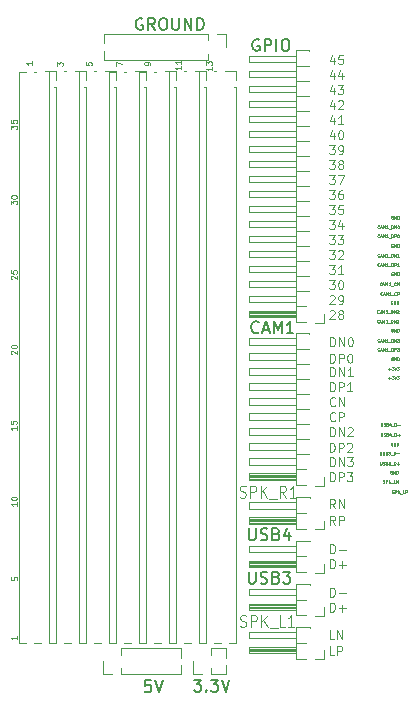
<source format=gto>
%TF.GenerationSoftware,KiCad,Pcbnew,8.0.4*%
%TF.CreationDate,2025-01-28T00:25:02+01:00*%
%TF.ProjectId,uconsole-expansion-card-template,75636f6e-736f-46c6-952d-657870616e73,0.1*%
%TF.SameCoordinates,Original*%
%TF.FileFunction,Legend,Top*%
%TF.FilePolarity,Positive*%
%FSLAX46Y46*%
G04 Gerber Fmt 4.6, Leading zero omitted, Abs format (unit mm)*
G04 Created by KiCad (PCBNEW 8.0.4) date 2025-01-28 00:25:02*
%MOMM*%
%LPD*%
G01*
G04 APERTURE LIST*
%ADD10C,0.100000*%
%ADD11C,0.050000*%
%ADD12C,0.120000*%
%ADD13C,0.150000*%
G04 APERTURE END LIST*
D10*
X109316931Y-85056014D02*
X109781217Y-85056014D01*
X109781217Y-85056014D02*
X109531217Y-85341728D01*
X109531217Y-85341728D02*
X109638360Y-85341728D01*
X109638360Y-85341728D02*
X109709789Y-85377442D01*
X109709789Y-85377442D02*
X109745503Y-85413157D01*
X109745503Y-85413157D02*
X109781217Y-85484585D01*
X109781217Y-85484585D02*
X109781217Y-85663157D01*
X109781217Y-85663157D02*
X109745503Y-85734585D01*
X109745503Y-85734585D02*
X109709789Y-85770300D01*
X109709789Y-85770300D02*
X109638360Y-85806014D01*
X109638360Y-85806014D02*
X109424074Y-85806014D01*
X109424074Y-85806014D02*
X109352646Y-85770300D01*
X109352646Y-85770300D02*
X109316931Y-85734585D01*
X110031217Y-85056014D02*
X110531217Y-85056014D01*
X110531217Y-85056014D02*
X110209789Y-85806014D01*
X109388360Y-122001014D02*
X109388360Y-121251014D01*
X109388360Y-121251014D02*
X109566931Y-121251014D01*
X109566931Y-121251014D02*
X109674074Y-121286728D01*
X109674074Y-121286728D02*
X109745503Y-121358157D01*
X109745503Y-121358157D02*
X109781217Y-121429585D01*
X109781217Y-121429585D02*
X109816931Y-121572442D01*
X109816931Y-121572442D02*
X109816931Y-121679585D01*
X109816931Y-121679585D02*
X109781217Y-121822442D01*
X109781217Y-121822442D02*
X109745503Y-121893871D01*
X109745503Y-121893871D02*
X109674074Y-121965300D01*
X109674074Y-121965300D02*
X109566931Y-122001014D01*
X109566931Y-122001014D02*
X109388360Y-122001014D01*
X110138360Y-121715300D02*
X110709789Y-121715300D01*
X110424074Y-122001014D02*
X110424074Y-121429585D01*
D11*
X113544874Y-91916595D02*
X113532970Y-91928500D01*
X113532970Y-91928500D02*
X113497255Y-91940404D01*
X113497255Y-91940404D02*
X113473446Y-91940404D01*
X113473446Y-91940404D02*
X113437732Y-91928500D01*
X113437732Y-91928500D02*
X113413922Y-91904690D01*
X113413922Y-91904690D02*
X113402017Y-91880880D01*
X113402017Y-91880880D02*
X113390113Y-91833261D01*
X113390113Y-91833261D02*
X113390113Y-91797547D01*
X113390113Y-91797547D02*
X113402017Y-91749928D01*
X113402017Y-91749928D02*
X113413922Y-91726119D01*
X113413922Y-91726119D02*
X113437732Y-91702309D01*
X113437732Y-91702309D02*
X113473446Y-91690404D01*
X113473446Y-91690404D02*
X113497255Y-91690404D01*
X113497255Y-91690404D02*
X113532970Y-91702309D01*
X113532970Y-91702309D02*
X113544874Y-91714214D01*
X113640113Y-91868976D02*
X113759160Y-91868976D01*
X113616303Y-91940404D02*
X113699636Y-91690404D01*
X113699636Y-91690404D02*
X113782970Y-91940404D01*
X113866303Y-91940404D02*
X113866303Y-91690404D01*
X113866303Y-91690404D02*
X113949637Y-91868976D01*
X113949637Y-91868976D02*
X114032970Y-91690404D01*
X114032970Y-91690404D02*
X114032970Y-91940404D01*
X114282970Y-91940404D02*
X114140113Y-91940404D01*
X114211541Y-91940404D02*
X114211541Y-91690404D01*
X114211541Y-91690404D02*
X114187732Y-91726119D01*
X114187732Y-91726119D02*
X114163922Y-91749928D01*
X114163922Y-91749928D02*
X114140113Y-91761833D01*
X114330589Y-91964214D02*
X114521065Y-91964214D01*
X114580588Y-91940404D02*
X114580588Y-91690404D01*
X114580588Y-91690404D02*
X114640112Y-91690404D01*
X114640112Y-91690404D02*
X114675826Y-91702309D01*
X114675826Y-91702309D02*
X114699636Y-91726119D01*
X114699636Y-91726119D02*
X114711541Y-91749928D01*
X114711541Y-91749928D02*
X114723445Y-91797547D01*
X114723445Y-91797547D02*
X114723445Y-91833261D01*
X114723445Y-91833261D02*
X114711541Y-91880880D01*
X114711541Y-91880880D02*
X114699636Y-91904690D01*
X114699636Y-91904690D02*
X114675826Y-91928500D01*
X114675826Y-91928500D02*
X114640112Y-91940404D01*
X114640112Y-91940404D02*
X114580588Y-91940404D01*
X114830588Y-91940404D02*
X114830588Y-91690404D01*
X114830588Y-91690404D02*
X114973445Y-91940404D01*
X114973445Y-91940404D02*
X114973445Y-91690404D01*
X115223446Y-91940404D02*
X115080589Y-91940404D01*
X115152017Y-91940404D02*
X115152017Y-91690404D01*
X115152017Y-91690404D02*
X115128208Y-91726119D01*
X115128208Y-91726119D02*
X115104398Y-91749928D01*
X115104398Y-91749928D02*
X115080589Y-91761833D01*
X113576281Y-108457362D02*
X113576281Y-108659743D01*
X113576281Y-108659743D02*
X113588186Y-108683553D01*
X113588186Y-108683553D02*
X113600091Y-108695458D01*
X113600091Y-108695458D02*
X113623900Y-108707362D01*
X113623900Y-108707362D02*
X113671519Y-108707362D01*
X113671519Y-108707362D02*
X113695329Y-108695458D01*
X113695329Y-108695458D02*
X113707234Y-108683553D01*
X113707234Y-108683553D02*
X113719138Y-108659743D01*
X113719138Y-108659743D02*
X113719138Y-108457362D01*
X113826282Y-108695458D02*
X113861996Y-108707362D01*
X113861996Y-108707362D02*
X113921520Y-108707362D01*
X113921520Y-108707362D02*
X113945329Y-108695458D01*
X113945329Y-108695458D02*
X113957234Y-108683553D01*
X113957234Y-108683553D02*
X113969139Y-108659743D01*
X113969139Y-108659743D02*
X113969139Y-108635934D01*
X113969139Y-108635934D02*
X113957234Y-108612124D01*
X113957234Y-108612124D02*
X113945329Y-108600219D01*
X113945329Y-108600219D02*
X113921520Y-108588315D01*
X113921520Y-108588315D02*
X113873901Y-108576410D01*
X113873901Y-108576410D02*
X113850091Y-108564505D01*
X113850091Y-108564505D02*
X113838186Y-108552600D01*
X113838186Y-108552600D02*
X113826282Y-108528791D01*
X113826282Y-108528791D02*
X113826282Y-108504981D01*
X113826282Y-108504981D02*
X113838186Y-108481172D01*
X113838186Y-108481172D02*
X113850091Y-108469267D01*
X113850091Y-108469267D02*
X113873901Y-108457362D01*
X113873901Y-108457362D02*
X113933424Y-108457362D01*
X113933424Y-108457362D02*
X113969139Y-108469267D01*
X114159615Y-108576410D02*
X114195329Y-108588315D01*
X114195329Y-108588315D02*
X114207234Y-108600219D01*
X114207234Y-108600219D02*
X114219138Y-108624029D01*
X114219138Y-108624029D02*
X114219138Y-108659743D01*
X114219138Y-108659743D02*
X114207234Y-108683553D01*
X114207234Y-108683553D02*
X114195329Y-108695458D01*
X114195329Y-108695458D02*
X114171519Y-108707362D01*
X114171519Y-108707362D02*
X114076281Y-108707362D01*
X114076281Y-108707362D02*
X114076281Y-108457362D01*
X114076281Y-108457362D02*
X114159615Y-108457362D01*
X114159615Y-108457362D02*
X114183424Y-108469267D01*
X114183424Y-108469267D02*
X114195329Y-108481172D01*
X114195329Y-108481172D02*
X114207234Y-108504981D01*
X114207234Y-108504981D02*
X114207234Y-108528791D01*
X114207234Y-108528791D02*
X114195329Y-108552600D01*
X114195329Y-108552600D02*
X114183424Y-108564505D01*
X114183424Y-108564505D02*
X114159615Y-108576410D01*
X114159615Y-108576410D02*
X114076281Y-108576410D01*
X114302472Y-108457362D02*
X114457234Y-108457362D01*
X114457234Y-108457362D02*
X114373900Y-108552600D01*
X114373900Y-108552600D02*
X114409615Y-108552600D01*
X114409615Y-108552600D02*
X114433424Y-108564505D01*
X114433424Y-108564505D02*
X114445329Y-108576410D01*
X114445329Y-108576410D02*
X114457234Y-108600219D01*
X114457234Y-108600219D02*
X114457234Y-108659743D01*
X114457234Y-108659743D02*
X114445329Y-108683553D01*
X114445329Y-108683553D02*
X114433424Y-108695458D01*
X114433424Y-108695458D02*
X114409615Y-108707362D01*
X114409615Y-108707362D02*
X114338186Y-108707362D01*
X114338186Y-108707362D02*
X114314377Y-108695458D01*
X114314377Y-108695458D02*
X114302472Y-108683553D01*
X114504853Y-108731172D02*
X114695329Y-108731172D01*
X114754852Y-108707362D02*
X114754852Y-108457362D01*
X114754852Y-108457362D02*
X114814376Y-108457362D01*
X114814376Y-108457362D02*
X114850090Y-108469267D01*
X114850090Y-108469267D02*
X114873900Y-108493077D01*
X114873900Y-108493077D02*
X114885805Y-108516886D01*
X114885805Y-108516886D02*
X114897709Y-108564505D01*
X114897709Y-108564505D02*
X114897709Y-108600219D01*
X114897709Y-108600219D02*
X114885805Y-108647838D01*
X114885805Y-108647838D02*
X114873900Y-108671648D01*
X114873900Y-108671648D02*
X114850090Y-108695458D01*
X114850090Y-108695458D02*
X114814376Y-108707362D01*
X114814376Y-108707362D02*
X114754852Y-108707362D01*
X115004852Y-108612124D02*
X115195329Y-108612124D01*
D10*
X109388360Y-117048014D02*
X109388360Y-116298014D01*
X109388360Y-116298014D02*
X109566931Y-116298014D01*
X109566931Y-116298014D02*
X109674074Y-116333728D01*
X109674074Y-116333728D02*
X109745503Y-116405157D01*
X109745503Y-116405157D02*
X109781217Y-116476585D01*
X109781217Y-116476585D02*
X109816931Y-116619442D01*
X109816931Y-116619442D02*
X109816931Y-116726585D01*
X109816931Y-116726585D02*
X109781217Y-116869442D01*
X109781217Y-116869442D02*
X109745503Y-116940871D01*
X109745503Y-116940871D02*
X109674074Y-117012300D01*
X109674074Y-117012300D02*
X109566931Y-117048014D01*
X109566931Y-117048014D02*
X109388360Y-117048014D01*
X110138360Y-116762300D02*
X110709789Y-116762300D01*
D12*
X82363769Y-87530624D02*
X82363769Y-87221100D01*
X82363769Y-87221100D02*
X82554245Y-87387767D01*
X82554245Y-87387767D02*
X82554245Y-87316338D01*
X82554245Y-87316338D02*
X82578055Y-87268719D01*
X82578055Y-87268719D02*
X82601864Y-87244910D01*
X82601864Y-87244910D02*
X82649483Y-87221100D01*
X82649483Y-87221100D02*
X82768531Y-87221100D01*
X82768531Y-87221100D02*
X82816150Y-87244910D01*
X82816150Y-87244910D02*
X82839960Y-87268719D01*
X82839960Y-87268719D02*
X82863769Y-87316338D01*
X82863769Y-87316338D02*
X82863769Y-87459195D01*
X82863769Y-87459195D02*
X82839960Y-87506814D01*
X82839960Y-87506814D02*
X82816150Y-87530624D01*
X82363769Y-86911577D02*
X82363769Y-86863958D01*
X82363769Y-86863958D02*
X82387579Y-86816339D01*
X82387579Y-86816339D02*
X82411388Y-86792529D01*
X82411388Y-86792529D02*
X82459007Y-86768720D01*
X82459007Y-86768720D02*
X82554245Y-86744910D01*
X82554245Y-86744910D02*
X82673293Y-86744910D01*
X82673293Y-86744910D02*
X82768531Y-86768720D01*
X82768531Y-86768720D02*
X82816150Y-86792529D01*
X82816150Y-86792529D02*
X82839960Y-86816339D01*
X82839960Y-86816339D02*
X82863769Y-86863958D01*
X82863769Y-86863958D02*
X82863769Y-86911577D01*
X82863769Y-86911577D02*
X82839960Y-86959196D01*
X82839960Y-86959196D02*
X82816150Y-86983005D01*
X82816150Y-86983005D02*
X82768531Y-87006815D01*
X82768531Y-87006815D02*
X82673293Y-87030624D01*
X82673293Y-87030624D02*
X82554245Y-87030624D01*
X82554245Y-87030624D02*
X82459007Y-87006815D01*
X82459007Y-87006815D02*
X82411388Y-86983005D01*
X82411388Y-86983005D02*
X82387579Y-86959196D01*
X82387579Y-86959196D02*
X82363769Y-86911577D01*
X82863769Y-112748100D02*
X82863769Y-113033814D01*
X82863769Y-112890957D02*
X82363769Y-112890957D01*
X82363769Y-112890957D02*
X82435198Y-112938576D01*
X82435198Y-112938576D02*
X82482817Y-112986195D01*
X82482817Y-112986195D02*
X82506626Y-113033814D01*
X82363769Y-112438577D02*
X82363769Y-112390958D01*
X82363769Y-112390958D02*
X82387579Y-112343339D01*
X82387579Y-112343339D02*
X82411388Y-112319529D01*
X82411388Y-112319529D02*
X82459007Y-112295720D01*
X82459007Y-112295720D02*
X82554245Y-112271910D01*
X82554245Y-112271910D02*
X82673293Y-112271910D01*
X82673293Y-112271910D02*
X82768531Y-112295720D01*
X82768531Y-112295720D02*
X82816150Y-112319529D01*
X82816150Y-112319529D02*
X82839960Y-112343339D01*
X82839960Y-112343339D02*
X82863769Y-112390958D01*
X82863769Y-112390958D02*
X82863769Y-112438577D01*
X82863769Y-112438577D02*
X82839960Y-112486196D01*
X82839960Y-112486196D02*
X82816150Y-112510005D01*
X82816150Y-112510005D02*
X82768531Y-112533815D01*
X82768531Y-112533815D02*
X82673293Y-112557624D01*
X82673293Y-112557624D02*
X82554245Y-112557624D01*
X82554245Y-112557624D02*
X82459007Y-112533815D01*
X82459007Y-112533815D02*
X82411388Y-112510005D01*
X82411388Y-112510005D02*
X82387579Y-112486196D01*
X82387579Y-112486196D02*
X82363769Y-112438577D01*
D10*
X109709789Y-76416014D02*
X109709789Y-76916014D01*
X109531217Y-76130300D02*
X109352646Y-76666014D01*
X109352646Y-76666014D02*
X109816931Y-76666014D01*
X110424075Y-76416014D02*
X110424075Y-76916014D01*
X110245503Y-76130300D02*
X110066932Y-76666014D01*
X110066932Y-76666014D02*
X110531217Y-76666014D01*
X109816931Y-114635014D02*
X109566931Y-114277871D01*
X109388360Y-114635014D02*
X109388360Y-113885014D01*
X109388360Y-113885014D02*
X109674074Y-113885014D01*
X109674074Y-113885014D02*
X109745503Y-113920728D01*
X109745503Y-113920728D02*
X109781217Y-113956442D01*
X109781217Y-113956442D02*
X109816931Y-114027871D01*
X109816931Y-114027871D02*
X109816931Y-114135014D01*
X109816931Y-114135014D02*
X109781217Y-114206442D01*
X109781217Y-114206442D02*
X109745503Y-114242157D01*
X109745503Y-114242157D02*
X109674074Y-114277871D01*
X109674074Y-114277871D02*
X109388360Y-114277871D01*
X110138360Y-114635014D02*
X110138360Y-113885014D01*
X110138360Y-113885014D02*
X110424074Y-113885014D01*
X110424074Y-113885014D02*
X110495503Y-113920728D01*
X110495503Y-113920728D02*
X110531217Y-113956442D01*
X110531217Y-113956442D02*
X110566931Y-114027871D01*
X110566931Y-114027871D02*
X110566931Y-114135014D01*
X110566931Y-114135014D02*
X110531217Y-114206442D01*
X110531217Y-114206442D02*
X110495503Y-114242157D01*
X110495503Y-114242157D02*
X110424074Y-114277871D01*
X110424074Y-114277871D02*
X110138360Y-114277871D01*
X109388360Y-110952014D02*
X109388360Y-110202014D01*
X109388360Y-110202014D02*
X109566931Y-110202014D01*
X109566931Y-110202014D02*
X109674074Y-110237728D01*
X109674074Y-110237728D02*
X109745503Y-110309157D01*
X109745503Y-110309157D02*
X109781217Y-110380585D01*
X109781217Y-110380585D02*
X109816931Y-110523442D01*
X109816931Y-110523442D02*
X109816931Y-110630585D01*
X109816931Y-110630585D02*
X109781217Y-110773442D01*
X109781217Y-110773442D02*
X109745503Y-110844871D01*
X109745503Y-110844871D02*
X109674074Y-110916300D01*
X109674074Y-110916300D02*
X109566931Y-110952014D01*
X109566931Y-110952014D02*
X109388360Y-110952014D01*
X110138360Y-110952014D02*
X110138360Y-110202014D01*
X110138360Y-110202014D02*
X110424074Y-110202014D01*
X110424074Y-110202014D02*
X110495503Y-110237728D01*
X110495503Y-110237728D02*
X110531217Y-110273442D01*
X110531217Y-110273442D02*
X110566931Y-110344871D01*
X110566931Y-110344871D02*
X110566931Y-110452014D01*
X110566931Y-110452014D02*
X110531217Y-110523442D01*
X110531217Y-110523442D02*
X110495503Y-110559157D01*
X110495503Y-110559157D02*
X110424074Y-110594871D01*
X110424074Y-110594871D02*
X110138360Y-110594871D01*
X110816931Y-110202014D02*
X111281217Y-110202014D01*
X111281217Y-110202014D02*
X111031217Y-110487728D01*
X111031217Y-110487728D02*
X111138360Y-110487728D01*
X111138360Y-110487728D02*
X111209789Y-110523442D01*
X111209789Y-110523442D02*
X111245503Y-110559157D01*
X111245503Y-110559157D02*
X111281217Y-110630585D01*
X111281217Y-110630585D02*
X111281217Y-110809157D01*
X111281217Y-110809157D02*
X111245503Y-110880585D01*
X111245503Y-110880585D02*
X111209789Y-110916300D01*
X111209789Y-110916300D02*
X111138360Y-110952014D01*
X111138360Y-110952014D02*
X110924074Y-110952014D01*
X110924074Y-110952014D02*
X110852646Y-110916300D01*
X110852646Y-110916300D02*
X110816931Y-110880585D01*
X109388360Y-103332014D02*
X109388360Y-102582014D01*
X109388360Y-102582014D02*
X109566931Y-102582014D01*
X109566931Y-102582014D02*
X109674074Y-102617728D01*
X109674074Y-102617728D02*
X109745503Y-102689157D01*
X109745503Y-102689157D02*
X109781217Y-102760585D01*
X109781217Y-102760585D02*
X109816931Y-102903442D01*
X109816931Y-102903442D02*
X109816931Y-103010585D01*
X109816931Y-103010585D02*
X109781217Y-103153442D01*
X109781217Y-103153442D02*
X109745503Y-103224871D01*
X109745503Y-103224871D02*
X109674074Y-103296300D01*
X109674074Y-103296300D02*
X109566931Y-103332014D01*
X109566931Y-103332014D02*
X109388360Y-103332014D01*
X110138360Y-103332014D02*
X110138360Y-102582014D01*
X110138360Y-102582014D02*
X110424074Y-102582014D01*
X110424074Y-102582014D02*
X110495503Y-102617728D01*
X110495503Y-102617728D02*
X110531217Y-102653442D01*
X110531217Y-102653442D02*
X110566931Y-102724871D01*
X110566931Y-102724871D02*
X110566931Y-102832014D01*
X110566931Y-102832014D02*
X110531217Y-102903442D01*
X110531217Y-102903442D02*
X110495503Y-102939157D01*
X110495503Y-102939157D02*
X110424074Y-102974871D01*
X110424074Y-102974871D02*
X110138360Y-102974871D01*
X111281217Y-103332014D02*
X110852646Y-103332014D01*
X111066931Y-103332014D02*
X111066931Y-102582014D01*
X111066931Y-102582014D02*
X110995503Y-102689157D01*
X110995503Y-102689157D02*
X110924074Y-102760585D01*
X110924074Y-102760585D02*
X110852646Y-102796300D01*
X109316931Y-91406014D02*
X109781217Y-91406014D01*
X109781217Y-91406014D02*
X109531217Y-91691728D01*
X109531217Y-91691728D02*
X109638360Y-91691728D01*
X109638360Y-91691728D02*
X109709789Y-91727442D01*
X109709789Y-91727442D02*
X109745503Y-91763157D01*
X109745503Y-91763157D02*
X109781217Y-91834585D01*
X109781217Y-91834585D02*
X109781217Y-92013157D01*
X109781217Y-92013157D02*
X109745503Y-92084585D01*
X109745503Y-92084585D02*
X109709789Y-92120300D01*
X109709789Y-92120300D02*
X109638360Y-92156014D01*
X109638360Y-92156014D02*
X109424074Y-92156014D01*
X109424074Y-92156014D02*
X109352646Y-92120300D01*
X109352646Y-92120300D02*
X109316931Y-92084585D01*
X110066932Y-91477442D02*
X110102646Y-91441728D01*
X110102646Y-91441728D02*
X110174075Y-91406014D01*
X110174075Y-91406014D02*
X110352646Y-91406014D01*
X110352646Y-91406014D02*
X110424075Y-91441728D01*
X110424075Y-91441728D02*
X110459789Y-91477442D01*
X110459789Y-91477442D02*
X110495503Y-91548871D01*
X110495503Y-91548871D02*
X110495503Y-91620300D01*
X110495503Y-91620300D02*
X110459789Y-91727442D01*
X110459789Y-91727442D02*
X110031217Y-92156014D01*
X110031217Y-92156014D02*
X110495503Y-92156014D01*
D11*
X113544874Y-89528995D02*
X113532970Y-89540900D01*
X113532970Y-89540900D02*
X113497255Y-89552804D01*
X113497255Y-89552804D02*
X113473446Y-89552804D01*
X113473446Y-89552804D02*
X113437732Y-89540900D01*
X113437732Y-89540900D02*
X113413922Y-89517090D01*
X113413922Y-89517090D02*
X113402017Y-89493280D01*
X113402017Y-89493280D02*
X113390113Y-89445661D01*
X113390113Y-89445661D02*
X113390113Y-89409947D01*
X113390113Y-89409947D02*
X113402017Y-89362328D01*
X113402017Y-89362328D02*
X113413922Y-89338519D01*
X113413922Y-89338519D02*
X113437732Y-89314709D01*
X113437732Y-89314709D02*
X113473446Y-89302804D01*
X113473446Y-89302804D02*
X113497255Y-89302804D01*
X113497255Y-89302804D02*
X113532970Y-89314709D01*
X113532970Y-89314709D02*
X113544874Y-89326614D01*
X113640113Y-89481376D02*
X113759160Y-89481376D01*
X113616303Y-89552804D02*
X113699636Y-89302804D01*
X113699636Y-89302804D02*
X113782970Y-89552804D01*
X113866303Y-89552804D02*
X113866303Y-89302804D01*
X113866303Y-89302804D02*
X113949637Y-89481376D01*
X113949637Y-89481376D02*
X114032970Y-89302804D01*
X114032970Y-89302804D02*
X114032970Y-89552804D01*
X114282970Y-89552804D02*
X114140113Y-89552804D01*
X114211541Y-89552804D02*
X114211541Y-89302804D01*
X114211541Y-89302804D02*
X114187732Y-89338519D01*
X114187732Y-89338519D02*
X114163922Y-89362328D01*
X114163922Y-89362328D02*
X114140113Y-89374233D01*
X114330589Y-89576614D02*
X114521065Y-89576614D01*
X114580588Y-89552804D02*
X114580588Y-89302804D01*
X114580588Y-89302804D02*
X114640112Y-89302804D01*
X114640112Y-89302804D02*
X114675826Y-89314709D01*
X114675826Y-89314709D02*
X114699636Y-89338519D01*
X114699636Y-89338519D02*
X114711541Y-89362328D01*
X114711541Y-89362328D02*
X114723445Y-89409947D01*
X114723445Y-89409947D02*
X114723445Y-89445661D01*
X114723445Y-89445661D02*
X114711541Y-89493280D01*
X114711541Y-89493280D02*
X114699636Y-89517090D01*
X114699636Y-89517090D02*
X114675826Y-89540900D01*
X114675826Y-89540900D02*
X114640112Y-89552804D01*
X114640112Y-89552804D02*
X114580588Y-89552804D01*
X114830588Y-89552804D02*
X114830588Y-89302804D01*
X114830588Y-89302804D02*
X114973445Y-89552804D01*
X114973445Y-89552804D02*
X114973445Y-89302804D01*
X115140112Y-89302804D02*
X115163922Y-89302804D01*
X115163922Y-89302804D02*
X115187731Y-89314709D01*
X115187731Y-89314709D02*
X115199636Y-89326614D01*
X115199636Y-89326614D02*
X115211541Y-89350423D01*
X115211541Y-89350423D02*
X115223446Y-89398042D01*
X115223446Y-89398042D02*
X115223446Y-89457566D01*
X115223446Y-89457566D02*
X115211541Y-89505185D01*
X115211541Y-89505185D02*
X115199636Y-89528995D01*
X115199636Y-89528995D02*
X115187731Y-89540900D01*
X115187731Y-89540900D02*
X115163922Y-89552804D01*
X115163922Y-89552804D02*
X115140112Y-89552804D01*
X115140112Y-89552804D02*
X115116303Y-89540900D01*
X115116303Y-89540900D02*
X115104398Y-89528995D01*
X115104398Y-89528995D02*
X115092493Y-89505185D01*
X115092493Y-89505185D02*
X115080589Y-89457566D01*
X115080589Y-89457566D02*
X115080589Y-89398042D01*
X115080589Y-89398042D02*
X115092493Y-89350423D01*
X115092493Y-89350423D02*
X115104398Y-89326614D01*
X115104398Y-89326614D02*
X115116303Y-89314709D01*
X115116303Y-89314709D02*
X115140112Y-89302804D01*
D10*
X109745503Y-125684014D02*
X109388360Y-125684014D01*
X109388360Y-125684014D02*
X109388360Y-124934014D01*
X109995503Y-125684014D02*
X109995503Y-124934014D01*
X109995503Y-124934014D02*
X110281217Y-124934014D01*
X110281217Y-124934014D02*
X110352646Y-124969728D01*
X110352646Y-124969728D02*
X110388360Y-125005442D01*
X110388360Y-125005442D02*
X110424074Y-125076871D01*
X110424074Y-125076871D02*
X110424074Y-125184014D01*
X110424074Y-125184014D02*
X110388360Y-125255442D01*
X110388360Y-125255442D02*
X110352646Y-125291157D01*
X110352646Y-125291157D02*
X110281217Y-125326871D01*
X110281217Y-125326871D02*
X109995503Y-125326871D01*
X109316931Y-93946014D02*
X109781217Y-93946014D01*
X109781217Y-93946014D02*
X109531217Y-94231728D01*
X109531217Y-94231728D02*
X109638360Y-94231728D01*
X109638360Y-94231728D02*
X109709789Y-94267442D01*
X109709789Y-94267442D02*
X109745503Y-94303157D01*
X109745503Y-94303157D02*
X109781217Y-94374585D01*
X109781217Y-94374585D02*
X109781217Y-94553157D01*
X109781217Y-94553157D02*
X109745503Y-94624585D01*
X109745503Y-94624585D02*
X109709789Y-94660300D01*
X109709789Y-94660300D02*
X109638360Y-94696014D01*
X109638360Y-94696014D02*
X109424074Y-94696014D01*
X109424074Y-94696014D02*
X109352646Y-94660300D01*
X109352646Y-94660300D02*
X109316931Y-94624585D01*
X110245503Y-93946014D02*
X110316932Y-93946014D01*
X110316932Y-93946014D02*
X110388360Y-93981728D01*
X110388360Y-93981728D02*
X110424075Y-94017442D01*
X110424075Y-94017442D02*
X110459789Y-94088871D01*
X110459789Y-94088871D02*
X110495503Y-94231728D01*
X110495503Y-94231728D02*
X110495503Y-94410300D01*
X110495503Y-94410300D02*
X110459789Y-94553157D01*
X110459789Y-94553157D02*
X110424075Y-94624585D01*
X110424075Y-94624585D02*
X110388360Y-94660300D01*
X110388360Y-94660300D02*
X110316932Y-94696014D01*
X110316932Y-94696014D02*
X110245503Y-94696014D01*
X110245503Y-94696014D02*
X110174075Y-94660300D01*
X110174075Y-94660300D02*
X110138360Y-94624585D01*
X110138360Y-94624585D02*
X110102646Y-94553157D01*
X110102646Y-94553157D02*
X110066932Y-94410300D01*
X110066932Y-94410300D02*
X110066932Y-94231728D01*
X110066932Y-94231728D02*
X110102646Y-94088871D01*
X110102646Y-94088871D02*
X110138360Y-94017442D01*
X110138360Y-94017442D02*
X110174075Y-93981728D01*
X110174075Y-93981728D02*
X110245503Y-93946014D01*
X109316931Y-92676014D02*
X109781217Y-92676014D01*
X109781217Y-92676014D02*
X109531217Y-92961728D01*
X109531217Y-92961728D02*
X109638360Y-92961728D01*
X109638360Y-92961728D02*
X109709789Y-92997442D01*
X109709789Y-92997442D02*
X109745503Y-93033157D01*
X109745503Y-93033157D02*
X109781217Y-93104585D01*
X109781217Y-93104585D02*
X109781217Y-93283157D01*
X109781217Y-93283157D02*
X109745503Y-93354585D01*
X109745503Y-93354585D02*
X109709789Y-93390300D01*
X109709789Y-93390300D02*
X109638360Y-93426014D01*
X109638360Y-93426014D02*
X109424074Y-93426014D01*
X109424074Y-93426014D02*
X109352646Y-93390300D01*
X109352646Y-93390300D02*
X109316931Y-93354585D01*
X110495503Y-93426014D02*
X110066932Y-93426014D01*
X110281217Y-93426014D02*
X110281217Y-92676014D01*
X110281217Y-92676014D02*
X110209789Y-92783157D01*
X110209789Y-92783157D02*
X110138360Y-92854585D01*
X110138360Y-92854585D02*
X110066932Y-92890300D01*
X109316931Y-83786014D02*
X109781217Y-83786014D01*
X109781217Y-83786014D02*
X109531217Y-84071728D01*
X109531217Y-84071728D02*
X109638360Y-84071728D01*
X109638360Y-84071728D02*
X109709789Y-84107442D01*
X109709789Y-84107442D02*
X109745503Y-84143157D01*
X109745503Y-84143157D02*
X109781217Y-84214585D01*
X109781217Y-84214585D02*
X109781217Y-84393157D01*
X109781217Y-84393157D02*
X109745503Y-84464585D01*
X109745503Y-84464585D02*
X109709789Y-84500300D01*
X109709789Y-84500300D02*
X109638360Y-84536014D01*
X109638360Y-84536014D02*
X109424074Y-84536014D01*
X109424074Y-84536014D02*
X109352646Y-84500300D01*
X109352646Y-84500300D02*
X109316931Y-84464585D01*
X110209789Y-84107442D02*
X110138360Y-84071728D01*
X110138360Y-84071728D02*
X110102646Y-84036014D01*
X110102646Y-84036014D02*
X110066932Y-83964585D01*
X110066932Y-83964585D02*
X110066932Y-83928871D01*
X110066932Y-83928871D02*
X110102646Y-83857442D01*
X110102646Y-83857442D02*
X110138360Y-83821728D01*
X110138360Y-83821728D02*
X110209789Y-83786014D01*
X110209789Y-83786014D02*
X110352646Y-83786014D01*
X110352646Y-83786014D02*
X110424075Y-83821728D01*
X110424075Y-83821728D02*
X110459789Y-83857442D01*
X110459789Y-83857442D02*
X110495503Y-83928871D01*
X110495503Y-83928871D02*
X110495503Y-83964585D01*
X110495503Y-83964585D02*
X110459789Y-84036014D01*
X110459789Y-84036014D02*
X110424075Y-84071728D01*
X110424075Y-84071728D02*
X110352646Y-84107442D01*
X110352646Y-84107442D02*
X110209789Y-84107442D01*
X110209789Y-84107442D02*
X110138360Y-84143157D01*
X110138360Y-84143157D02*
X110102646Y-84178871D01*
X110102646Y-84178871D02*
X110066932Y-84250300D01*
X110066932Y-84250300D02*
X110066932Y-84393157D01*
X110066932Y-84393157D02*
X110102646Y-84464585D01*
X110102646Y-84464585D02*
X110138360Y-84500300D01*
X110138360Y-84500300D02*
X110209789Y-84536014D01*
X110209789Y-84536014D02*
X110352646Y-84536014D01*
X110352646Y-84536014D02*
X110424075Y-84500300D01*
X110424075Y-84500300D02*
X110459789Y-84464585D01*
X110459789Y-84464585D02*
X110495503Y-84393157D01*
X110495503Y-84393157D02*
X110495503Y-84250300D01*
X110495503Y-84250300D02*
X110459789Y-84178871D01*
X110459789Y-84178871D02*
X110424075Y-84143157D01*
X110424075Y-84143157D02*
X110352646Y-84107442D01*
D11*
X113656017Y-106879604D02*
X113656017Y-107081985D01*
X113656017Y-107081985D02*
X113667922Y-107105795D01*
X113667922Y-107105795D02*
X113679827Y-107117700D01*
X113679827Y-107117700D02*
X113703636Y-107129604D01*
X113703636Y-107129604D02*
X113751255Y-107129604D01*
X113751255Y-107129604D02*
X113775065Y-107117700D01*
X113775065Y-107117700D02*
X113786970Y-107105795D01*
X113786970Y-107105795D02*
X113798874Y-107081985D01*
X113798874Y-107081985D02*
X113798874Y-106879604D01*
X113906018Y-107117700D02*
X113941732Y-107129604D01*
X113941732Y-107129604D02*
X114001256Y-107129604D01*
X114001256Y-107129604D02*
X114025065Y-107117700D01*
X114025065Y-107117700D02*
X114036970Y-107105795D01*
X114036970Y-107105795D02*
X114048875Y-107081985D01*
X114048875Y-107081985D02*
X114048875Y-107058176D01*
X114048875Y-107058176D02*
X114036970Y-107034366D01*
X114036970Y-107034366D02*
X114025065Y-107022461D01*
X114025065Y-107022461D02*
X114001256Y-107010557D01*
X114001256Y-107010557D02*
X113953637Y-106998652D01*
X113953637Y-106998652D02*
X113929827Y-106986747D01*
X113929827Y-106986747D02*
X113917922Y-106974842D01*
X113917922Y-106974842D02*
X113906018Y-106951033D01*
X113906018Y-106951033D02*
X113906018Y-106927223D01*
X113906018Y-106927223D02*
X113917922Y-106903414D01*
X113917922Y-106903414D02*
X113929827Y-106891509D01*
X113929827Y-106891509D02*
X113953637Y-106879604D01*
X113953637Y-106879604D02*
X114013160Y-106879604D01*
X114013160Y-106879604D02*
X114048875Y-106891509D01*
X114239351Y-106998652D02*
X114275065Y-107010557D01*
X114275065Y-107010557D02*
X114286970Y-107022461D01*
X114286970Y-107022461D02*
X114298874Y-107046271D01*
X114298874Y-107046271D02*
X114298874Y-107081985D01*
X114298874Y-107081985D02*
X114286970Y-107105795D01*
X114286970Y-107105795D02*
X114275065Y-107117700D01*
X114275065Y-107117700D02*
X114251255Y-107129604D01*
X114251255Y-107129604D02*
X114156017Y-107129604D01*
X114156017Y-107129604D02*
X114156017Y-106879604D01*
X114156017Y-106879604D02*
X114239351Y-106879604D01*
X114239351Y-106879604D02*
X114263160Y-106891509D01*
X114263160Y-106891509D02*
X114275065Y-106903414D01*
X114275065Y-106903414D02*
X114286970Y-106927223D01*
X114286970Y-106927223D02*
X114286970Y-106951033D01*
X114286970Y-106951033D02*
X114275065Y-106974842D01*
X114275065Y-106974842D02*
X114263160Y-106986747D01*
X114263160Y-106986747D02*
X114239351Y-106998652D01*
X114239351Y-106998652D02*
X114156017Y-106998652D01*
X114513160Y-106962938D02*
X114513160Y-107129604D01*
X114453636Y-106867700D02*
X114394113Y-107046271D01*
X114394113Y-107046271D02*
X114548874Y-107046271D01*
X114584589Y-107153414D02*
X114775065Y-107153414D01*
X114834588Y-107129604D02*
X114834588Y-106879604D01*
X114834588Y-106879604D02*
X114894112Y-106879604D01*
X114894112Y-106879604D02*
X114929826Y-106891509D01*
X114929826Y-106891509D02*
X114953636Y-106915319D01*
X114953636Y-106915319D02*
X114965541Y-106939128D01*
X114965541Y-106939128D02*
X114977445Y-106986747D01*
X114977445Y-106986747D02*
X114977445Y-107022461D01*
X114977445Y-107022461D02*
X114965541Y-107070080D01*
X114965541Y-107070080D02*
X114953636Y-107093890D01*
X114953636Y-107093890D02*
X114929826Y-107117700D01*
X114929826Y-107117700D02*
X114894112Y-107129604D01*
X114894112Y-107129604D02*
X114834588Y-107129604D01*
X115084588Y-107034366D02*
X115275065Y-107034366D01*
X115179826Y-107129604D02*
X115179826Y-106939128D01*
D10*
X109816931Y-104530585D02*
X109781217Y-104566300D01*
X109781217Y-104566300D02*
X109674074Y-104602014D01*
X109674074Y-104602014D02*
X109602646Y-104602014D01*
X109602646Y-104602014D02*
X109495503Y-104566300D01*
X109495503Y-104566300D02*
X109424074Y-104494871D01*
X109424074Y-104494871D02*
X109388360Y-104423442D01*
X109388360Y-104423442D02*
X109352646Y-104280585D01*
X109352646Y-104280585D02*
X109352646Y-104173442D01*
X109352646Y-104173442D02*
X109388360Y-104030585D01*
X109388360Y-104030585D02*
X109424074Y-103959157D01*
X109424074Y-103959157D02*
X109495503Y-103887728D01*
X109495503Y-103887728D02*
X109602646Y-103852014D01*
X109602646Y-103852014D02*
X109674074Y-103852014D01*
X109674074Y-103852014D02*
X109781217Y-103887728D01*
X109781217Y-103887728D02*
X109816931Y-103923442D01*
X110138360Y-104602014D02*
X110138360Y-103852014D01*
X110138360Y-103852014D02*
X110566931Y-104602014D01*
X110566931Y-104602014D02*
X110566931Y-103852014D01*
X109351373Y-108482067D02*
X109351373Y-107732067D01*
X109351373Y-107732067D02*
X109529944Y-107732067D01*
X109529944Y-107732067D02*
X109637087Y-107767781D01*
X109637087Y-107767781D02*
X109708516Y-107839210D01*
X109708516Y-107839210D02*
X109744230Y-107910638D01*
X109744230Y-107910638D02*
X109779944Y-108053495D01*
X109779944Y-108053495D02*
X109779944Y-108160638D01*
X109779944Y-108160638D02*
X109744230Y-108303495D01*
X109744230Y-108303495D02*
X109708516Y-108374924D01*
X109708516Y-108374924D02*
X109637087Y-108446353D01*
X109637087Y-108446353D02*
X109529944Y-108482067D01*
X109529944Y-108482067D02*
X109351373Y-108482067D01*
X110101373Y-108482067D02*
X110101373Y-107732067D01*
X110101373Y-107732067D02*
X110387087Y-107732067D01*
X110387087Y-107732067D02*
X110458516Y-107767781D01*
X110458516Y-107767781D02*
X110494230Y-107803495D01*
X110494230Y-107803495D02*
X110529944Y-107874924D01*
X110529944Y-107874924D02*
X110529944Y-107982067D01*
X110529944Y-107982067D02*
X110494230Y-108053495D01*
X110494230Y-108053495D02*
X110458516Y-108089210D01*
X110458516Y-108089210D02*
X110387087Y-108124924D01*
X110387087Y-108124924D02*
X110101373Y-108124924D01*
X110815659Y-107803495D02*
X110851373Y-107767781D01*
X110851373Y-107767781D02*
X110922802Y-107732067D01*
X110922802Y-107732067D02*
X111101373Y-107732067D01*
X111101373Y-107732067D02*
X111172802Y-107767781D01*
X111172802Y-107767781D02*
X111208516Y-107803495D01*
X111208516Y-107803495D02*
X111244230Y-107874924D01*
X111244230Y-107874924D02*
X111244230Y-107946353D01*
X111244230Y-107946353D02*
X111208516Y-108053495D01*
X111208516Y-108053495D02*
X110779944Y-108482067D01*
X110779944Y-108482067D02*
X111244230Y-108482067D01*
D11*
X114701370Y-90889509D02*
X114677560Y-90877604D01*
X114677560Y-90877604D02*
X114641846Y-90877604D01*
X114641846Y-90877604D02*
X114606132Y-90889509D01*
X114606132Y-90889509D02*
X114582322Y-90913319D01*
X114582322Y-90913319D02*
X114570417Y-90937128D01*
X114570417Y-90937128D02*
X114558513Y-90984747D01*
X114558513Y-90984747D02*
X114558513Y-91020461D01*
X114558513Y-91020461D02*
X114570417Y-91068080D01*
X114570417Y-91068080D02*
X114582322Y-91091890D01*
X114582322Y-91091890D02*
X114606132Y-91115700D01*
X114606132Y-91115700D02*
X114641846Y-91127604D01*
X114641846Y-91127604D02*
X114665655Y-91127604D01*
X114665655Y-91127604D02*
X114701370Y-91115700D01*
X114701370Y-91115700D02*
X114713274Y-91103795D01*
X114713274Y-91103795D02*
X114713274Y-91020461D01*
X114713274Y-91020461D02*
X114665655Y-91020461D01*
X114820417Y-91127604D02*
X114820417Y-90877604D01*
X114820417Y-90877604D02*
X114963274Y-91127604D01*
X114963274Y-91127604D02*
X114963274Y-90877604D01*
X115082322Y-91127604D02*
X115082322Y-90877604D01*
X115082322Y-90877604D02*
X115141846Y-90877604D01*
X115141846Y-90877604D02*
X115177560Y-90889509D01*
X115177560Y-90889509D02*
X115201370Y-90913319D01*
X115201370Y-90913319D02*
X115213275Y-90937128D01*
X115213275Y-90937128D02*
X115225179Y-90984747D01*
X115225179Y-90984747D02*
X115225179Y-91020461D01*
X115225179Y-91020461D02*
X115213275Y-91068080D01*
X115213275Y-91068080D02*
X115201370Y-91091890D01*
X115201370Y-91091890D02*
X115177560Y-91115700D01*
X115177560Y-91115700D02*
X115141846Y-91127604D01*
X115141846Y-91127604D02*
X115082322Y-91127604D01*
X113544874Y-92729395D02*
X113532970Y-92741300D01*
X113532970Y-92741300D02*
X113497255Y-92753204D01*
X113497255Y-92753204D02*
X113473446Y-92753204D01*
X113473446Y-92753204D02*
X113437732Y-92741300D01*
X113437732Y-92741300D02*
X113413922Y-92717490D01*
X113413922Y-92717490D02*
X113402017Y-92693680D01*
X113402017Y-92693680D02*
X113390113Y-92646061D01*
X113390113Y-92646061D02*
X113390113Y-92610347D01*
X113390113Y-92610347D02*
X113402017Y-92562728D01*
X113402017Y-92562728D02*
X113413922Y-92538919D01*
X113413922Y-92538919D02*
X113437732Y-92515109D01*
X113437732Y-92515109D02*
X113473446Y-92503204D01*
X113473446Y-92503204D02*
X113497255Y-92503204D01*
X113497255Y-92503204D02*
X113532970Y-92515109D01*
X113532970Y-92515109D02*
X113544874Y-92527014D01*
X113640113Y-92681776D02*
X113759160Y-92681776D01*
X113616303Y-92753204D02*
X113699636Y-92503204D01*
X113699636Y-92503204D02*
X113782970Y-92753204D01*
X113866303Y-92753204D02*
X113866303Y-92503204D01*
X113866303Y-92503204D02*
X113949637Y-92681776D01*
X113949637Y-92681776D02*
X114032970Y-92503204D01*
X114032970Y-92503204D02*
X114032970Y-92753204D01*
X114282970Y-92753204D02*
X114140113Y-92753204D01*
X114211541Y-92753204D02*
X114211541Y-92503204D01*
X114211541Y-92503204D02*
X114187732Y-92538919D01*
X114187732Y-92538919D02*
X114163922Y-92562728D01*
X114163922Y-92562728D02*
X114140113Y-92574633D01*
X114330589Y-92777014D02*
X114521065Y-92777014D01*
X114580588Y-92753204D02*
X114580588Y-92503204D01*
X114580588Y-92503204D02*
X114640112Y-92503204D01*
X114640112Y-92503204D02*
X114675826Y-92515109D01*
X114675826Y-92515109D02*
X114699636Y-92538919D01*
X114699636Y-92538919D02*
X114711541Y-92562728D01*
X114711541Y-92562728D02*
X114723445Y-92610347D01*
X114723445Y-92610347D02*
X114723445Y-92646061D01*
X114723445Y-92646061D02*
X114711541Y-92693680D01*
X114711541Y-92693680D02*
X114699636Y-92717490D01*
X114699636Y-92717490D02*
X114675826Y-92741300D01*
X114675826Y-92741300D02*
X114640112Y-92753204D01*
X114640112Y-92753204D02*
X114580588Y-92753204D01*
X114830588Y-92753204D02*
X114830588Y-92503204D01*
X114830588Y-92503204D02*
X114925826Y-92503204D01*
X114925826Y-92503204D02*
X114949636Y-92515109D01*
X114949636Y-92515109D02*
X114961541Y-92527014D01*
X114961541Y-92527014D02*
X114973445Y-92550823D01*
X114973445Y-92550823D02*
X114973445Y-92586538D01*
X114973445Y-92586538D02*
X114961541Y-92610347D01*
X114961541Y-92610347D02*
X114949636Y-92622252D01*
X114949636Y-92622252D02*
X114925826Y-92634157D01*
X114925826Y-92634157D02*
X114830588Y-92634157D01*
X115211541Y-92753204D02*
X115068684Y-92753204D01*
X115140112Y-92753204D02*
X115140112Y-92503204D01*
X115140112Y-92503204D02*
X115116303Y-92538919D01*
X115116303Y-92538919D02*
X115092493Y-92562728D01*
X115092493Y-92562728D02*
X115068684Y-92574633D01*
D10*
X109388360Y-118318014D02*
X109388360Y-117568014D01*
X109388360Y-117568014D02*
X109566931Y-117568014D01*
X109566931Y-117568014D02*
X109674074Y-117603728D01*
X109674074Y-117603728D02*
X109745503Y-117675157D01*
X109745503Y-117675157D02*
X109781217Y-117746585D01*
X109781217Y-117746585D02*
X109816931Y-117889442D01*
X109816931Y-117889442D02*
X109816931Y-117996585D01*
X109816931Y-117996585D02*
X109781217Y-118139442D01*
X109781217Y-118139442D02*
X109745503Y-118210871D01*
X109745503Y-118210871D02*
X109674074Y-118282300D01*
X109674074Y-118282300D02*
X109566931Y-118318014D01*
X109566931Y-118318014D02*
X109388360Y-118318014D01*
X110138360Y-118032300D02*
X110709789Y-118032300D01*
X110424074Y-118318014D02*
X110424074Y-117746585D01*
D11*
X113605217Y-109318004D02*
X113605217Y-109520385D01*
X113605217Y-109520385D02*
X113617122Y-109544195D01*
X113617122Y-109544195D02*
X113629027Y-109556100D01*
X113629027Y-109556100D02*
X113652836Y-109568004D01*
X113652836Y-109568004D02*
X113700455Y-109568004D01*
X113700455Y-109568004D02*
X113724265Y-109556100D01*
X113724265Y-109556100D02*
X113736170Y-109544195D01*
X113736170Y-109544195D02*
X113748074Y-109520385D01*
X113748074Y-109520385D02*
X113748074Y-109318004D01*
X113855218Y-109556100D02*
X113890932Y-109568004D01*
X113890932Y-109568004D02*
X113950456Y-109568004D01*
X113950456Y-109568004D02*
X113974265Y-109556100D01*
X113974265Y-109556100D02*
X113986170Y-109544195D01*
X113986170Y-109544195D02*
X113998075Y-109520385D01*
X113998075Y-109520385D02*
X113998075Y-109496576D01*
X113998075Y-109496576D02*
X113986170Y-109472766D01*
X113986170Y-109472766D02*
X113974265Y-109460861D01*
X113974265Y-109460861D02*
X113950456Y-109448957D01*
X113950456Y-109448957D02*
X113902837Y-109437052D01*
X113902837Y-109437052D02*
X113879027Y-109425147D01*
X113879027Y-109425147D02*
X113867122Y-109413242D01*
X113867122Y-109413242D02*
X113855218Y-109389433D01*
X113855218Y-109389433D02*
X113855218Y-109365623D01*
X113855218Y-109365623D02*
X113867122Y-109341814D01*
X113867122Y-109341814D02*
X113879027Y-109329909D01*
X113879027Y-109329909D02*
X113902837Y-109318004D01*
X113902837Y-109318004D02*
X113962360Y-109318004D01*
X113962360Y-109318004D02*
X113998075Y-109329909D01*
X114188551Y-109437052D02*
X114224265Y-109448957D01*
X114224265Y-109448957D02*
X114236170Y-109460861D01*
X114236170Y-109460861D02*
X114248074Y-109484671D01*
X114248074Y-109484671D02*
X114248074Y-109520385D01*
X114248074Y-109520385D02*
X114236170Y-109544195D01*
X114236170Y-109544195D02*
X114224265Y-109556100D01*
X114224265Y-109556100D02*
X114200455Y-109568004D01*
X114200455Y-109568004D02*
X114105217Y-109568004D01*
X114105217Y-109568004D02*
X114105217Y-109318004D01*
X114105217Y-109318004D02*
X114188551Y-109318004D01*
X114188551Y-109318004D02*
X114212360Y-109329909D01*
X114212360Y-109329909D02*
X114224265Y-109341814D01*
X114224265Y-109341814D02*
X114236170Y-109365623D01*
X114236170Y-109365623D02*
X114236170Y-109389433D01*
X114236170Y-109389433D02*
X114224265Y-109413242D01*
X114224265Y-109413242D02*
X114212360Y-109425147D01*
X114212360Y-109425147D02*
X114188551Y-109437052D01*
X114188551Y-109437052D02*
X114105217Y-109437052D01*
X114331408Y-109318004D02*
X114486170Y-109318004D01*
X114486170Y-109318004D02*
X114402836Y-109413242D01*
X114402836Y-109413242D02*
X114438551Y-109413242D01*
X114438551Y-109413242D02*
X114462360Y-109425147D01*
X114462360Y-109425147D02*
X114474265Y-109437052D01*
X114474265Y-109437052D02*
X114486170Y-109460861D01*
X114486170Y-109460861D02*
X114486170Y-109520385D01*
X114486170Y-109520385D02*
X114474265Y-109544195D01*
X114474265Y-109544195D02*
X114462360Y-109556100D01*
X114462360Y-109556100D02*
X114438551Y-109568004D01*
X114438551Y-109568004D02*
X114367122Y-109568004D01*
X114367122Y-109568004D02*
X114343313Y-109556100D01*
X114343313Y-109556100D02*
X114331408Y-109544195D01*
X114533789Y-109591814D02*
X114724265Y-109591814D01*
X114783788Y-109568004D02*
X114783788Y-109318004D01*
X114783788Y-109318004D02*
X114843312Y-109318004D01*
X114843312Y-109318004D02*
X114879026Y-109329909D01*
X114879026Y-109329909D02*
X114902836Y-109353719D01*
X114902836Y-109353719D02*
X114914741Y-109377528D01*
X114914741Y-109377528D02*
X114926645Y-109425147D01*
X114926645Y-109425147D02*
X114926645Y-109460861D01*
X114926645Y-109460861D02*
X114914741Y-109508480D01*
X114914741Y-109508480D02*
X114902836Y-109532290D01*
X114902836Y-109532290D02*
X114879026Y-109556100D01*
X114879026Y-109556100D02*
X114843312Y-109568004D01*
X114843312Y-109568004D02*
X114783788Y-109568004D01*
X115033788Y-109472766D02*
X115224265Y-109472766D01*
X115129026Y-109568004D02*
X115129026Y-109377528D01*
X114316417Y-102208366D02*
X114506894Y-102208366D01*
X114411655Y-102303604D02*
X114411655Y-102113128D01*
X114602132Y-102053604D02*
X114756894Y-102053604D01*
X114756894Y-102053604D02*
X114673560Y-102148842D01*
X114673560Y-102148842D02*
X114709275Y-102148842D01*
X114709275Y-102148842D02*
X114733084Y-102160747D01*
X114733084Y-102160747D02*
X114744989Y-102172652D01*
X114744989Y-102172652D02*
X114756894Y-102196461D01*
X114756894Y-102196461D02*
X114756894Y-102255985D01*
X114756894Y-102255985D02*
X114744989Y-102279795D01*
X114744989Y-102279795D02*
X114733084Y-102291700D01*
X114733084Y-102291700D02*
X114709275Y-102303604D01*
X114709275Y-102303604D02*
X114637846Y-102303604D01*
X114637846Y-102303604D02*
X114614037Y-102291700D01*
X114614037Y-102291700D02*
X114602132Y-102279795D01*
X114840227Y-102136938D02*
X114899751Y-102303604D01*
X114899751Y-102303604D02*
X114959274Y-102136938D01*
X115030703Y-102053604D02*
X115185465Y-102053604D01*
X115185465Y-102053604D02*
X115102131Y-102148842D01*
X115102131Y-102148842D02*
X115137846Y-102148842D01*
X115137846Y-102148842D02*
X115161655Y-102160747D01*
X115161655Y-102160747D02*
X115173560Y-102172652D01*
X115173560Y-102172652D02*
X115185465Y-102196461D01*
X115185465Y-102196461D02*
X115185465Y-102255985D01*
X115185465Y-102255985D02*
X115173560Y-102279795D01*
X115173560Y-102279795D02*
X115161655Y-102291700D01*
X115161655Y-102291700D02*
X115137846Y-102303604D01*
X115137846Y-102303604D02*
X115066417Y-102303604D01*
X115066417Y-102303604D02*
X115042608Y-102291700D01*
X115042608Y-102291700D02*
X115030703Y-102279795D01*
D10*
X109316931Y-87596014D02*
X109781217Y-87596014D01*
X109781217Y-87596014D02*
X109531217Y-87881728D01*
X109531217Y-87881728D02*
X109638360Y-87881728D01*
X109638360Y-87881728D02*
X109709789Y-87917442D01*
X109709789Y-87917442D02*
X109745503Y-87953157D01*
X109745503Y-87953157D02*
X109781217Y-88024585D01*
X109781217Y-88024585D02*
X109781217Y-88203157D01*
X109781217Y-88203157D02*
X109745503Y-88274585D01*
X109745503Y-88274585D02*
X109709789Y-88310300D01*
X109709789Y-88310300D02*
X109638360Y-88346014D01*
X109638360Y-88346014D02*
X109424074Y-88346014D01*
X109424074Y-88346014D02*
X109352646Y-88310300D01*
X109352646Y-88310300D02*
X109316931Y-88274585D01*
X110459789Y-87596014D02*
X110102646Y-87596014D01*
X110102646Y-87596014D02*
X110066932Y-87953157D01*
X110066932Y-87953157D02*
X110102646Y-87917442D01*
X110102646Y-87917442D02*
X110174075Y-87881728D01*
X110174075Y-87881728D02*
X110352646Y-87881728D01*
X110352646Y-87881728D02*
X110424075Y-87917442D01*
X110424075Y-87917442D02*
X110459789Y-87953157D01*
X110459789Y-87953157D02*
X110495503Y-88024585D01*
X110495503Y-88024585D02*
X110495503Y-88203157D01*
X110495503Y-88203157D02*
X110459789Y-88274585D01*
X110459789Y-88274585D02*
X110424075Y-88310300D01*
X110424075Y-88310300D02*
X110352646Y-88346014D01*
X110352646Y-88346014D02*
X110174075Y-88346014D01*
X110174075Y-88346014D02*
X110102646Y-88310300D01*
X110102646Y-88310300D02*
X110066932Y-88274585D01*
X109388360Y-100919014D02*
X109388360Y-100169014D01*
X109388360Y-100169014D02*
X109566931Y-100169014D01*
X109566931Y-100169014D02*
X109674074Y-100204728D01*
X109674074Y-100204728D02*
X109745503Y-100276157D01*
X109745503Y-100276157D02*
X109781217Y-100347585D01*
X109781217Y-100347585D02*
X109816931Y-100490442D01*
X109816931Y-100490442D02*
X109816931Y-100597585D01*
X109816931Y-100597585D02*
X109781217Y-100740442D01*
X109781217Y-100740442D02*
X109745503Y-100811871D01*
X109745503Y-100811871D02*
X109674074Y-100883300D01*
X109674074Y-100883300D02*
X109566931Y-100919014D01*
X109566931Y-100919014D02*
X109388360Y-100919014D01*
X110138360Y-100919014D02*
X110138360Y-100169014D01*
X110138360Y-100169014D02*
X110424074Y-100169014D01*
X110424074Y-100169014D02*
X110495503Y-100204728D01*
X110495503Y-100204728D02*
X110531217Y-100240442D01*
X110531217Y-100240442D02*
X110566931Y-100311871D01*
X110566931Y-100311871D02*
X110566931Y-100419014D01*
X110566931Y-100419014D02*
X110531217Y-100490442D01*
X110531217Y-100490442D02*
X110495503Y-100526157D01*
X110495503Y-100526157D02*
X110424074Y-100561871D01*
X110424074Y-100561871D02*
X110138360Y-100561871D01*
X111031217Y-100169014D02*
X111102646Y-100169014D01*
X111102646Y-100169014D02*
X111174074Y-100204728D01*
X111174074Y-100204728D02*
X111209789Y-100240442D01*
X111209789Y-100240442D02*
X111245503Y-100311871D01*
X111245503Y-100311871D02*
X111281217Y-100454728D01*
X111281217Y-100454728D02*
X111281217Y-100633300D01*
X111281217Y-100633300D02*
X111245503Y-100776157D01*
X111245503Y-100776157D02*
X111209789Y-100847585D01*
X111209789Y-100847585D02*
X111174074Y-100883300D01*
X111174074Y-100883300D02*
X111102646Y-100919014D01*
X111102646Y-100919014D02*
X111031217Y-100919014D01*
X111031217Y-100919014D02*
X110959789Y-100883300D01*
X110959789Y-100883300D02*
X110924074Y-100847585D01*
X110924074Y-100847585D02*
X110888360Y-100776157D01*
X110888360Y-100776157D02*
X110852646Y-100633300D01*
X110852646Y-100633300D02*
X110852646Y-100454728D01*
X110852646Y-100454728D02*
X110888360Y-100311871D01*
X110888360Y-100311871D02*
X110924074Y-100240442D01*
X110924074Y-100240442D02*
X110959789Y-100204728D01*
X110959789Y-100204728D02*
X111031217Y-100169014D01*
D11*
X114701370Y-88501909D02*
X114677560Y-88490004D01*
X114677560Y-88490004D02*
X114641846Y-88490004D01*
X114641846Y-88490004D02*
X114606132Y-88501909D01*
X114606132Y-88501909D02*
X114582322Y-88525719D01*
X114582322Y-88525719D02*
X114570417Y-88549528D01*
X114570417Y-88549528D02*
X114558513Y-88597147D01*
X114558513Y-88597147D02*
X114558513Y-88632861D01*
X114558513Y-88632861D02*
X114570417Y-88680480D01*
X114570417Y-88680480D02*
X114582322Y-88704290D01*
X114582322Y-88704290D02*
X114606132Y-88728100D01*
X114606132Y-88728100D02*
X114641846Y-88740004D01*
X114641846Y-88740004D02*
X114665655Y-88740004D01*
X114665655Y-88740004D02*
X114701370Y-88728100D01*
X114701370Y-88728100D02*
X114713274Y-88716195D01*
X114713274Y-88716195D02*
X114713274Y-88632861D01*
X114713274Y-88632861D02*
X114665655Y-88632861D01*
X114820417Y-88740004D02*
X114820417Y-88490004D01*
X114820417Y-88490004D02*
X114963274Y-88740004D01*
X114963274Y-88740004D02*
X114963274Y-88490004D01*
X115082322Y-88740004D02*
X115082322Y-88490004D01*
X115082322Y-88490004D02*
X115141846Y-88490004D01*
X115141846Y-88490004D02*
X115177560Y-88501909D01*
X115177560Y-88501909D02*
X115201370Y-88525719D01*
X115201370Y-88525719D02*
X115213275Y-88549528D01*
X115213275Y-88549528D02*
X115225179Y-88597147D01*
X115225179Y-88597147D02*
X115225179Y-88632861D01*
X115225179Y-88632861D02*
X115213275Y-88680480D01*
X115213275Y-88680480D02*
X115201370Y-88704290D01*
X115201370Y-88704290D02*
X115177560Y-88728100D01*
X115177560Y-88728100D02*
X115141846Y-88740004D01*
X115141846Y-88740004D02*
X115082322Y-88740004D01*
X113748074Y-94354995D02*
X113736170Y-94366900D01*
X113736170Y-94366900D02*
X113700455Y-94378804D01*
X113700455Y-94378804D02*
X113676646Y-94378804D01*
X113676646Y-94378804D02*
X113640932Y-94366900D01*
X113640932Y-94366900D02*
X113617122Y-94343090D01*
X113617122Y-94343090D02*
X113605217Y-94319280D01*
X113605217Y-94319280D02*
X113593313Y-94271661D01*
X113593313Y-94271661D02*
X113593313Y-94235947D01*
X113593313Y-94235947D02*
X113605217Y-94188328D01*
X113605217Y-94188328D02*
X113617122Y-94164519D01*
X113617122Y-94164519D02*
X113640932Y-94140709D01*
X113640932Y-94140709D02*
X113676646Y-94128804D01*
X113676646Y-94128804D02*
X113700455Y-94128804D01*
X113700455Y-94128804D02*
X113736170Y-94140709D01*
X113736170Y-94140709D02*
X113748074Y-94152614D01*
X113843313Y-94307376D02*
X113962360Y-94307376D01*
X113819503Y-94378804D02*
X113902836Y-94128804D01*
X113902836Y-94128804D02*
X113986170Y-94378804D01*
X114069503Y-94378804D02*
X114069503Y-94128804D01*
X114069503Y-94128804D02*
X114152837Y-94307376D01*
X114152837Y-94307376D02*
X114236170Y-94128804D01*
X114236170Y-94128804D02*
X114236170Y-94378804D01*
X114486170Y-94378804D02*
X114343313Y-94378804D01*
X114414741Y-94378804D02*
X114414741Y-94128804D01*
X114414741Y-94128804D02*
X114390932Y-94164519D01*
X114390932Y-94164519D02*
X114367122Y-94188328D01*
X114367122Y-94188328D02*
X114343313Y-94200233D01*
X114533789Y-94402614D02*
X114724265Y-94402614D01*
X114926645Y-94354995D02*
X114914741Y-94366900D01*
X114914741Y-94366900D02*
X114879026Y-94378804D01*
X114879026Y-94378804D02*
X114855217Y-94378804D01*
X114855217Y-94378804D02*
X114819503Y-94366900D01*
X114819503Y-94366900D02*
X114795693Y-94343090D01*
X114795693Y-94343090D02*
X114783788Y-94319280D01*
X114783788Y-94319280D02*
X114771884Y-94271661D01*
X114771884Y-94271661D02*
X114771884Y-94235947D01*
X114771884Y-94235947D02*
X114783788Y-94188328D01*
X114783788Y-94188328D02*
X114795693Y-94164519D01*
X114795693Y-94164519D02*
X114819503Y-94140709D01*
X114819503Y-94140709D02*
X114855217Y-94128804D01*
X114855217Y-94128804D02*
X114879026Y-94128804D01*
X114879026Y-94128804D02*
X114914741Y-94140709D01*
X114914741Y-94140709D02*
X114926645Y-94152614D01*
X115033788Y-94378804D02*
X115033788Y-94128804D01*
X115033788Y-94128804D02*
X115176645Y-94378804D01*
X115176645Y-94378804D02*
X115176645Y-94128804D01*
D12*
X82389169Y-119071110D02*
X82389169Y-119309205D01*
X82389169Y-119309205D02*
X82627264Y-119333014D01*
X82627264Y-119333014D02*
X82603455Y-119309205D01*
X82603455Y-119309205D02*
X82579645Y-119261586D01*
X82579645Y-119261586D02*
X82579645Y-119142538D01*
X82579645Y-119142538D02*
X82603455Y-119094919D01*
X82603455Y-119094919D02*
X82627264Y-119071110D01*
X82627264Y-119071110D02*
X82674883Y-119047300D01*
X82674883Y-119047300D02*
X82793931Y-119047300D01*
X82793931Y-119047300D02*
X82841550Y-119071110D01*
X82841550Y-119071110D02*
X82865360Y-119094919D01*
X82865360Y-119094919D02*
X82889169Y-119142538D01*
X82889169Y-119142538D02*
X82889169Y-119261586D01*
X82889169Y-119261586D02*
X82865360Y-119309205D01*
X82865360Y-119309205D02*
X82841550Y-119333014D01*
D10*
X109388360Y-107142014D02*
X109388360Y-106392014D01*
X109388360Y-106392014D02*
X109566931Y-106392014D01*
X109566931Y-106392014D02*
X109674074Y-106427728D01*
X109674074Y-106427728D02*
X109745503Y-106499157D01*
X109745503Y-106499157D02*
X109781217Y-106570585D01*
X109781217Y-106570585D02*
X109816931Y-106713442D01*
X109816931Y-106713442D02*
X109816931Y-106820585D01*
X109816931Y-106820585D02*
X109781217Y-106963442D01*
X109781217Y-106963442D02*
X109745503Y-107034871D01*
X109745503Y-107034871D02*
X109674074Y-107106300D01*
X109674074Y-107106300D02*
X109566931Y-107142014D01*
X109566931Y-107142014D02*
X109388360Y-107142014D01*
X110138360Y-107142014D02*
X110138360Y-106392014D01*
X110138360Y-106392014D02*
X110566931Y-107142014D01*
X110566931Y-107142014D02*
X110566931Y-106392014D01*
X110888360Y-106463442D02*
X110924074Y-106427728D01*
X110924074Y-106427728D02*
X110995503Y-106392014D01*
X110995503Y-106392014D02*
X111174074Y-106392014D01*
X111174074Y-106392014D02*
X111245503Y-106427728D01*
X111245503Y-106427728D02*
X111281217Y-106463442D01*
X111281217Y-106463442D02*
X111316931Y-106534871D01*
X111316931Y-106534871D02*
X111316931Y-106606300D01*
X111316931Y-106606300D02*
X111281217Y-106713442D01*
X111281217Y-106713442D02*
X110852645Y-107142014D01*
X110852645Y-107142014D02*
X111316931Y-107142014D01*
D11*
X114701370Y-93277109D02*
X114677560Y-93265204D01*
X114677560Y-93265204D02*
X114641846Y-93265204D01*
X114641846Y-93265204D02*
X114606132Y-93277109D01*
X114606132Y-93277109D02*
X114582322Y-93300919D01*
X114582322Y-93300919D02*
X114570417Y-93324728D01*
X114570417Y-93324728D02*
X114558513Y-93372347D01*
X114558513Y-93372347D02*
X114558513Y-93408061D01*
X114558513Y-93408061D02*
X114570417Y-93455680D01*
X114570417Y-93455680D02*
X114582322Y-93479490D01*
X114582322Y-93479490D02*
X114606132Y-93503300D01*
X114606132Y-93503300D02*
X114641846Y-93515204D01*
X114641846Y-93515204D02*
X114665655Y-93515204D01*
X114665655Y-93515204D02*
X114701370Y-93503300D01*
X114701370Y-93503300D02*
X114713274Y-93491395D01*
X114713274Y-93491395D02*
X114713274Y-93408061D01*
X114713274Y-93408061D02*
X114665655Y-93408061D01*
X114820417Y-93515204D02*
X114820417Y-93265204D01*
X114820417Y-93265204D02*
X114963274Y-93515204D01*
X114963274Y-93515204D02*
X114963274Y-93265204D01*
X115082322Y-93515204D02*
X115082322Y-93265204D01*
X115082322Y-93265204D02*
X115141846Y-93265204D01*
X115141846Y-93265204D02*
X115177560Y-93277109D01*
X115177560Y-93277109D02*
X115201370Y-93300919D01*
X115201370Y-93300919D02*
X115213275Y-93324728D01*
X115213275Y-93324728D02*
X115225179Y-93372347D01*
X115225179Y-93372347D02*
X115225179Y-93408061D01*
X115225179Y-93408061D02*
X115213275Y-93455680D01*
X115213275Y-93455680D02*
X115201370Y-93479490D01*
X115201370Y-93479490D02*
X115177560Y-93503300D01*
X115177560Y-93503300D02*
X115141846Y-93515204D01*
X115141846Y-93515204D02*
X115082322Y-93515204D01*
D12*
X82411388Y-100181414D02*
X82387579Y-100157605D01*
X82387579Y-100157605D02*
X82363769Y-100109986D01*
X82363769Y-100109986D02*
X82363769Y-99990938D01*
X82363769Y-99990938D02*
X82387579Y-99943319D01*
X82387579Y-99943319D02*
X82411388Y-99919510D01*
X82411388Y-99919510D02*
X82459007Y-99895700D01*
X82459007Y-99895700D02*
X82506626Y-99895700D01*
X82506626Y-99895700D02*
X82578055Y-99919510D01*
X82578055Y-99919510D02*
X82863769Y-100205224D01*
X82863769Y-100205224D02*
X82863769Y-99895700D01*
X82363769Y-99586177D02*
X82363769Y-99538558D01*
X82363769Y-99538558D02*
X82387579Y-99490939D01*
X82387579Y-99490939D02*
X82411388Y-99467129D01*
X82411388Y-99467129D02*
X82459007Y-99443320D01*
X82459007Y-99443320D02*
X82554245Y-99419510D01*
X82554245Y-99419510D02*
X82673293Y-99419510D01*
X82673293Y-99419510D02*
X82768531Y-99443320D01*
X82768531Y-99443320D02*
X82816150Y-99467129D01*
X82816150Y-99467129D02*
X82839960Y-99490939D01*
X82839960Y-99490939D02*
X82863769Y-99538558D01*
X82863769Y-99538558D02*
X82863769Y-99586177D01*
X82863769Y-99586177D02*
X82839960Y-99633796D01*
X82839960Y-99633796D02*
X82816150Y-99657605D01*
X82816150Y-99657605D02*
X82768531Y-99681415D01*
X82768531Y-99681415D02*
X82673293Y-99705224D01*
X82673293Y-99705224D02*
X82554245Y-99705224D01*
X82554245Y-99705224D02*
X82459007Y-99681415D01*
X82459007Y-99681415D02*
X82411388Y-99657605D01*
X82411388Y-99657605D02*
X82387579Y-99633796D01*
X82387579Y-99633796D02*
X82363769Y-99586177D01*
D11*
X114650570Y-107704309D02*
X114626760Y-107692404D01*
X114626760Y-107692404D02*
X114591046Y-107692404D01*
X114591046Y-107692404D02*
X114555332Y-107704309D01*
X114555332Y-107704309D02*
X114531522Y-107728119D01*
X114531522Y-107728119D02*
X114519617Y-107751928D01*
X114519617Y-107751928D02*
X114507713Y-107799547D01*
X114507713Y-107799547D02*
X114507713Y-107835261D01*
X114507713Y-107835261D02*
X114519617Y-107882880D01*
X114519617Y-107882880D02*
X114531522Y-107906690D01*
X114531522Y-107906690D02*
X114555332Y-107930500D01*
X114555332Y-107930500D02*
X114591046Y-107942404D01*
X114591046Y-107942404D02*
X114614855Y-107942404D01*
X114614855Y-107942404D02*
X114650570Y-107930500D01*
X114650570Y-107930500D02*
X114662474Y-107918595D01*
X114662474Y-107918595D02*
X114662474Y-107835261D01*
X114662474Y-107835261D02*
X114614855Y-107835261D01*
X114769617Y-107942404D02*
X114769617Y-107692404D01*
X114769617Y-107692404D02*
X114912474Y-107942404D01*
X114912474Y-107942404D02*
X114912474Y-107692404D01*
X115031522Y-107942404D02*
X115031522Y-107692404D01*
X115031522Y-107692404D02*
X115091046Y-107692404D01*
X115091046Y-107692404D02*
X115126760Y-107704309D01*
X115126760Y-107704309D02*
X115150570Y-107728119D01*
X115150570Y-107728119D02*
X115162475Y-107751928D01*
X115162475Y-107751928D02*
X115174379Y-107799547D01*
X115174379Y-107799547D02*
X115174379Y-107835261D01*
X115174379Y-107835261D02*
X115162475Y-107882880D01*
X115162475Y-107882880D02*
X115150570Y-107906690D01*
X115150570Y-107906690D02*
X115126760Y-107930500D01*
X115126760Y-107930500D02*
X115091046Y-107942404D01*
X115091046Y-107942404D02*
X115031522Y-107942404D01*
D10*
X109709789Y-81496014D02*
X109709789Y-81996014D01*
X109531217Y-81210300D02*
X109352646Y-81746014D01*
X109352646Y-81746014D02*
X109816931Y-81746014D01*
X110245503Y-81246014D02*
X110316932Y-81246014D01*
X110316932Y-81246014D02*
X110388360Y-81281728D01*
X110388360Y-81281728D02*
X110424075Y-81317442D01*
X110424075Y-81317442D02*
X110459789Y-81388871D01*
X110459789Y-81388871D02*
X110495503Y-81531728D01*
X110495503Y-81531728D02*
X110495503Y-81710300D01*
X110495503Y-81710300D02*
X110459789Y-81853157D01*
X110459789Y-81853157D02*
X110424075Y-81924585D01*
X110424075Y-81924585D02*
X110388360Y-81960300D01*
X110388360Y-81960300D02*
X110316932Y-81996014D01*
X110316932Y-81996014D02*
X110245503Y-81996014D01*
X110245503Y-81996014D02*
X110174075Y-81960300D01*
X110174075Y-81960300D02*
X110138360Y-81924585D01*
X110138360Y-81924585D02*
X110102646Y-81853157D01*
X110102646Y-81853157D02*
X110066932Y-81710300D01*
X110066932Y-81710300D02*
X110066932Y-81531728D01*
X110066932Y-81531728D02*
X110102646Y-81388871D01*
X110102646Y-81388871D02*
X110138360Y-81317442D01*
X110138360Y-81317442D02*
X110174075Y-81281728D01*
X110174075Y-81281728D02*
X110245503Y-81246014D01*
X109388360Y-102062014D02*
X109388360Y-101312014D01*
X109388360Y-101312014D02*
X109566931Y-101312014D01*
X109566931Y-101312014D02*
X109674074Y-101347728D01*
X109674074Y-101347728D02*
X109745503Y-101419157D01*
X109745503Y-101419157D02*
X109781217Y-101490585D01*
X109781217Y-101490585D02*
X109816931Y-101633442D01*
X109816931Y-101633442D02*
X109816931Y-101740585D01*
X109816931Y-101740585D02*
X109781217Y-101883442D01*
X109781217Y-101883442D02*
X109745503Y-101954871D01*
X109745503Y-101954871D02*
X109674074Y-102026300D01*
X109674074Y-102026300D02*
X109566931Y-102062014D01*
X109566931Y-102062014D02*
X109388360Y-102062014D01*
X110138360Y-102062014D02*
X110138360Y-101312014D01*
X110138360Y-101312014D02*
X110566931Y-102062014D01*
X110566931Y-102062014D02*
X110566931Y-101312014D01*
X111316931Y-102062014D02*
X110888360Y-102062014D01*
X111102645Y-102062014D02*
X111102645Y-101312014D01*
X111102645Y-101312014D02*
X111031217Y-101419157D01*
X111031217Y-101419157D02*
X110959788Y-101490585D01*
X110959788Y-101490585D02*
X110888360Y-101526300D01*
X109388360Y-99522014D02*
X109388360Y-98772014D01*
X109388360Y-98772014D02*
X109566931Y-98772014D01*
X109566931Y-98772014D02*
X109674074Y-98807728D01*
X109674074Y-98807728D02*
X109745503Y-98879157D01*
X109745503Y-98879157D02*
X109781217Y-98950585D01*
X109781217Y-98950585D02*
X109816931Y-99093442D01*
X109816931Y-99093442D02*
X109816931Y-99200585D01*
X109816931Y-99200585D02*
X109781217Y-99343442D01*
X109781217Y-99343442D02*
X109745503Y-99414871D01*
X109745503Y-99414871D02*
X109674074Y-99486300D01*
X109674074Y-99486300D02*
X109566931Y-99522014D01*
X109566931Y-99522014D02*
X109388360Y-99522014D01*
X110138360Y-99522014D02*
X110138360Y-98772014D01*
X110138360Y-98772014D02*
X110566931Y-99522014D01*
X110566931Y-99522014D02*
X110566931Y-98772014D01*
X111066931Y-98772014D02*
X111138360Y-98772014D01*
X111138360Y-98772014D02*
X111209788Y-98807728D01*
X111209788Y-98807728D02*
X111245503Y-98843442D01*
X111245503Y-98843442D02*
X111281217Y-98914871D01*
X111281217Y-98914871D02*
X111316931Y-99057728D01*
X111316931Y-99057728D02*
X111316931Y-99236300D01*
X111316931Y-99236300D02*
X111281217Y-99379157D01*
X111281217Y-99379157D02*
X111245503Y-99450585D01*
X111245503Y-99450585D02*
X111209788Y-99486300D01*
X111209788Y-99486300D02*
X111138360Y-99522014D01*
X111138360Y-99522014D02*
X111066931Y-99522014D01*
X111066931Y-99522014D02*
X110995503Y-99486300D01*
X110995503Y-99486300D02*
X110959788Y-99450585D01*
X110959788Y-99450585D02*
X110924074Y-99379157D01*
X110924074Y-99379157D02*
X110888360Y-99236300D01*
X110888360Y-99236300D02*
X110888360Y-99057728D01*
X110888360Y-99057728D02*
X110924074Y-98914871D01*
X110924074Y-98914871D02*
X110959788Y-98843442D01*
X110959788Y-98843442D02*
X110995503Y-98807728D01*
X110995503Y-98807728D02*
X111066931Y-98772014D01*
X109816931Y-105800585D02*
X109781217Y-105836300D01*
X109781217Y-105836300D02*
X109674074Y-105872014D01*
X109674074Y-105872014D02*
X109602646Y-105872014D01*
X109602646Y-105872014D02*
X109495503Y-105836300D01*
X109495503Y-105836300D02*
X109424074Y-105764871D01*
X109424074Y-105764871D02*
X109388360Y-105693442D01*
X109388360Y-105693442D02*
X109352646Y-105550585D01*
X109352646Y-105550585D02*
X109352646Y-105443442D01*
X109352646Y-105443442D02*
X109388360Y-105300585D01*
X109388360Y-105300585D02*
X109424074Y-105229157D01*
X109424074Y-105229157D02*
X109495503Y-105157728D01*
X109495503Y-105157728D02*
X109602646Y-105122014D01*
X109602646Y-105122014D02*
X109674074Y-105122014D01*
X109674074Y-105122014D02*
X109781217Y-105157728D01*
X109781217Y-105157728D02*
X109816931Y-105193442D01*
X110138360Y-105872014D02*
X110138360Y-105122014D01*
X110138360Y-105122014D02*
X110424074Y-105122014D01*
X110424074Y-105122014D02*
X110495503Y-105157728D01*
X110495503Y-105157728D02*
X110531217Y-105193442D01*
X110531217Y-105193442D02*
X110566931Y-105264871D01*
X110566931Y-105264871D02*
X110566931Y-105372014D01*
X110566931Y-105372014D02*
X110531217Y-105443442D01*
X110531217Y-105443442D02*
X110495503Y-105479157D01*
X110495503Y-105479157D02*
X110424074Y-105514871D01*
X110424074Y-105514871D02*
X110138360Y-105514871D01*
D11*
X114316417Y-101446366D02*
X114506894Y-101446366D01*
X114411655Y-101541604D02*
X114411655Y-101351128D01*
X114602132Y-101291604D02*
X114756894Y-101291604D01*
X114756894Y-101291604D02*
X114673560Y-101386842D01*
X114673560Y-101386842D02*
X114709275Y-101386842D01*
X114709275Y-101386842D02*
X114733084Y-101398747D01*
X114733084Y-101398747D02*
X114744989Y-101410652D01*
X114744989Y-101410652D02*
X114756894Y-101434461D01*
X114756894Y-101434461D02*
X114756894Y-101493985D01*
X114756894Y-101493985D02*
X114744989Y-101517795D01*
X114744989Y-101517795D02*
X114733084Y-101529700D01*
X114733084Y-101529700D02*
X114709275Y-101541604D01*
X114709275Y-101541604D02*
X114637846Y-101541604D01*
X114637846Y-101541604D02*
X114614037Y-101529700D01*
X114614037Y-101529700D02*
X114602132Y-101517795D01*
X114840227Y-101374938D02*
X114899751Y-101541604D01*
X114899751Y-101541604D02*
X114959274Y-101374938D01*
X115030703Y-101291604D02*
X115185465Y-101291604D01*
X115185465Y-101291604D02*
X115102131Y-101386842D01*
X115102131Y-101386842D02*
X115137846Y-101386842D01*
X115137846Y-101386842D02*
X115161655Y-101398747D01*
X115161655Y-101398747D02*
X115173560Y-101410652D01*
X115173560Y-101410652D02*
X115185465Y-101434461D01*
X115185465Y-101434461D02*
X115185465Y-101493985D01*
X115185465Y-101493985D02*
X115173560Y-101517795D01*
X115173560Y-101517795D02*
X115161655Y-101529700D01*
X115161655Y-101529700D02*
X115137846Y-101541604D01*
X115137846Y-101541604D02*
X115066417Y-101541604D01*
X115066417Y-101541604D02*
X115042608Y-101529700D01*
X115042608Y-101529700D02*
X115030703Y-101517795D01*
D13*
X94196123Y-127826619D02*
X93719933Y-127826619D01*
X93719933Y-127826619D02*
X93672314Y-128302809D01*
X93672314Y-128302809D02*
X93719933Y-128255190D01*
X93719933Y-128255190D02*
X93815171Y-128207571D01*
X93815171Y-128207571D02*
X94053266Y-128207571D01*
X94053266Y-128207571D02*
X94148504Y-128255190D01*
X94148504Y-128255190D02*
X94196123Y-128302809D01*
X94196123Y-128302809D02*
X94243742Y-128398047D01*
X94243742Y-128398047D02*
X94243742Y-128636142D01*
X94243742Y-128636142D02*
X94196123Y-128731380D01*
X94196123Y-128731380D02*
X94148504Y-128779000D01*
X94148504Y-128779000D02*
X94053266Y-128826619D01*
X94053266Y-128826619D02*
X93815171Y-128826619D01*
X93815171Y-128826619D02*
X93719933Y-128779000D01*
X93719933Y-128779000D02*
X93672314Y-128731380D01*
X94529457Y-127826619D02*
X94862790Y-128826619D01*
X94862790Y-128826619D02*
X95196123Y-127826619D01*
D10*
X109709789Y-80226014D02*
X109709789Y-80726014D01*
X109531217Y-79940300D02*
X109352646Y-80476014D01*
X109352646Y-80476014D02*
X109816931Y-80476014D01*
X110495503Y-80726014D02*
X110066932Y-80726014D01*
X110281217Y-80726014D02*
X110281217Y-79976014D01*
X110281217Y-79976014D02*
X110209789Y-80083157D01*
X110209789Y-80083157D02*
X110138360Y-80154585D01*
X110138360Y-80154585D02*
X110066932Y-80190300D01*
D12*
X82838369Y-124076500D02*
X82838369Y-124362214D01*
X82838369Y-124219357D02*
X82338369Y-124219357D01*
X82338369Y-124219357D02*
X82409798Y-124266976D01*
X82409798Y-124266976D02*
X82457417Y-124314595D01*
X82457417Y-124314595D02*
X82481226Y-124362214D01*
D11*
X114599770Y-110091909D02*
X114575960Y-110080004D01*
X114575960Y-110080004D02*
X114540246Y-110080004D01*
X114540246Y-110080004D02*
X114504532Y-110091909D01*
X114504532Y-110091909D02*
X114480722Y-110115719D01*
X114480722Y-110115719D02*
X114468817Y-110139528D01*
X114468817Y-110139528D02*
X114456913Y-110187147D01*
X114456913Y-110187147D02*
X114456913Y-110222861D01*
X114456913Y-110222861D02*
X114468817Y-110270480D01*
X114468817Y-110270480D02*
X114480722Y-110294290D01*
X114480722Y-110294290D02*
X114504532Y-110318100D01*
X114504532Y-110318100D02*
X114540246Y-110330004D01*
X114540246Y-110330004D02*
X114564055Y-110330004D01*
X114564055Y-110330004D02*
X114599770Y-110318100D01*
X114599770Y-110318100D02*
X114611674Y-110306195D01*
X114611674Y-110306195D02*
X114611674Y-110222861D01*
X114611674Y-110222861D02*
X114564055Y-110222861D01*
X114718817Y-110330004D02*
X114718817Y-110080004D01*
X114718817Y-110080004D02*
X114861674Y-110330004D01*
X114861674Y-110330004D02*
X114861674Y-110080004D01*
X114980722Y-110330004D02*
X114980722Y-110080004D01*
X114980722Y-110080004D02*
X115040246Y-110080004D01*
X115040246Y-110080004D02*
X115075960Y-110091909D01*
X115075960Y-110091909D02*
X115099770Y-110115719D01*
X115099770Y-110115719D02*
X115111675Y-110139528D01*
X115111675Y-110139528D02*
X115123579Y-110187147D01*
X115123579Y-110187147D02*
X115123579Y-110222861D01*
X115123579Y-110222861D02*
X115111675Y-110270480D01*
X115111675Y-110270480D02*
X115099770Y-110294290D01*
X115099770Y-110294290D02*
X115075960Y-110318100D01*
X115075960Y-110318100D02*
X115040246Y-110330004D01*
X115040246Y-110330004D02*
X114980722Y-110330004D01*
X113498240Y-96691982D02*
X113486336Y-96703887D01*
X113486336Y-96703887D02*
X113450621Y-96715791D01*
X113450621Y-96715791D02*
X113426812Y-96715791D01*
X113426812Y-96715791D02*
X113391098Y-96703887D01*
X113391098Y-96703887D02*
X113367288Y-96680077D01*
X113367288Y-96680077D02*
X113355383Y-96656267D01*
X113355383Y-96656267D02*
X113343479Y-96608648D01*
X113343479Y-96608648D02*
X113343479Y-96572934D01*
X113343479Y-96572934D02*
X113355383Y-96525315D01*
X113355383Y-96525315D02*
X113367288Y-96501506D01*
X113367288Y-96501506D02*
X113391098Y-96477696D01*
X113391098Y-96477696D02*
X113426812Y-96465791D01*
X113426812Y-96465791D02*
X113450621Y-96465791D01*
X113450621Y-96465791D02*
X113486336Y-96477696D01*
X113486336Y-96477696D02*
X113498240Y-96489601D01*
X113593479Y-96644363D02*
X113712526Y-96644363D01*
X113569669Y-96715791D02*
X113653002Y-96465791D01*
X113653002Y-96465791D02*
X113736336Y-96715791D01*
X113819669Y-96715791D02*
X113819669Y-96465791D01*
X113819669Y-96465791D02*
X113903003Y-96644363D01*
X113903003Y-96644363D02*
X113986336Y-96465791D01*
X113986336Y-96465791D02*
X113986336Y-96715791D01*
X114236336Y-96715791D02*
X114093479Y-96715791D01*
X114164907Y-96715791D02*
X114164907Y-96465791D01*
X114164907Y-96465791D02*
X114141098Y-96501506D01*
X114141098Y-96501506D02*
X114117288Y-96525315D01*
X114117288Y-96525315D02*
X114093479Y-96537220D01*
X114283955Y-96739601D02*
X114474431Y-96739601D01*
X114533954Y-96715791D02*
X114533954Y-96465791D01*
X114533954Y-96465791D02*
X114593478Y-96465791D01*
X114593478Y-96465791D02*
X114629192Y-96477696D01*
X114629192Y-96477696D02*
X114653002Y-96501506D01*
X114653002Y-96501506D02*
X114664907Y-96525315D01*
X114664907Y-96525315D02*
X114676811Y-96572934D01*
X114676811Y-96572934D02*
X114676811Y-96608648D01*
X114676811Y-96608648D02*
X114664907Y-96656267D01*
X114664907Y-96656267D02*
X114653002Y-96680077D01*
X114653002Y-96680077D02*
X114629192Y-96703887D01*
X114629192Y-96703887D02*
X114593478Y-96715791D01*
X114593478Y-96715791D02*
X114533954Y-96715791D01*
X114783954Y-96715791D02*
X114783954Y-96465791D01*
X114783954Y-96465791D02*
X114926811Y-96715791D01*
X114926811Y-96715791D02*
X114926811Y-96465791D01*
X115033955Y-96489601D02*
X115045859Y-96477696D01*
X115045859Y-96477696D02*
X115069669Y-96465791D01*
X115069669Y-96465791D02*
X115129193Y-96465791D01*
X115129193Y-96465791D02*
X115153002Y-96477696D01*
X115153002Y-96477696D02*
X115164907Y-96489601D01*
X115164907Y-96489601D02*
X115176812Y-96513410D01*
X115176812Y-96513410D02*
X115176812Y-96537220D01*
X115176812Y-96537220D02*
X115164907Y-96572934D01*
X115164907Y-96572934D02*
X115022050Y-96715791D01*
X115022050Y-96715791D02*
X115176812Y-96715791D01*
D10*
X109316931Y-82516014D02*
X109781217Y-82516014D01*
X109781217Y-82516014D02*
X109531217Y-82801728D01*
X109531217Y-82801728D02*
X109638360Y-82801728D01*
X109638360Y-82801728D02*
X109709789Y-82837442D01*
X109709789Y-82837442D02*
X109745503Y-82873157D01*
X109745503Y-82873157D02*
X109781217Y-82944585D01*
X109781217Y-82944585D02*
X109781217Y-83123157D01*
X109781217Y-83123157D02*
X109745503Y-83194585D01*
X109745503Y-83194585D02*
X109709789Y-83230300D01*
X109709789Y-83230300D02*
X109638360Y-83266014D01*
X109638360Y-83266014D02*
X109424074Y-83266014D01*
X109424074Y-83266014D02*
X109352646Y-83230300D01*
X109352646Y-83230300D02*
X109316931Y-83194585D01*
X110138360Y-83266014D02*
X110281217Y-83266014D01*
X110281217Y-83266014D02*
X110352646Y-83230300D01*
X110352646Y-83230300D02*
X110388360Y-83194585D01*
X110388360Y-83194585D02*
X110459789Y-83087442D01*
X110459789Y-83087442D02*
X110495503Y-82944585D01*
X110495503Y-82944585D02*
X110495503Y-82658871D01*
X110495503Y-82658871D02*
X110459789Y-82587442D01*
X110459789Y-82587442D02*
X110424075Y-82551728D01*
X110424075Y-82551728D02*
X110352646Y-82516014D01*
X110352646Y-82516014D02*
X110209789Y-82516014D01*
X110209789Y-82516014D02*
X110138360Y-82551728D01*
X110138360Y-82551728D02*
X110102646Y-82587442D01*
X110102646Y-82587442D02*
X110066932Y-82658871D01*
X110066932Y-82658871D02*
X110066932Y-82837442D01*
X110066932Y-82837442D02*
X110102646Y-82908871D01*
X110102646Y-82908871D02*
X110138360Y-82944585D01*
X110138360Y-82944585D02*
X110209789Y-82980300D01*
X110209789Y-82980300D02*
X110352646Y-82980300D01*
X110352646Y-82980300D02*
X110424075Y-82944585D01*
X110424075Y-82944585D02*
X110459789Y-82908871D01*
X110459789Y-82908871D02*
X110495503Y-82837442D01*
X109388360Y-109682014D02*
X109388360Y-108932014D01*
X109388360Y-108932014D02*
X109566931Y-108932014D01*
X109566931Y-108932014D02*
X109674074Y-108967728D01*
X109674074Y-108967728D02*
X109745503Y-109039157D01*
X109745503Y-109039157D02*
X109781217Y-109110585D01*
X109781217Y-109110585D02*
X109816931Y-109253442D01*
X109816931Y-109253442D02*
X109816931Y-109360585D01*
X109816931Y-109360585D02*
X109781217Y-109503442D01*
X109781217Y-109503442D02*
X109745503Y-109574871D01*
X109745503Y-109574871D02*
X109674074Y-109646300D01*
X109674074Y-109646300D02*
X109566931Y-109682014D01*
X109566931Y-109682014D02*
X109388360Y-109682014D01*
X110138360Y-109682014D02*
X110138360Y-108932014D01*
X110138360Y-108932014D02*
X110566931Y-109682014D01*
X110566931Y-109682014D02*
X110566931Y-108932014D01*
X110852645Y-108932014D02*
X111316931Y-108932014D01*
X111316931Y-108932014D02*
X111066931Y-109217728D01*
X111066931Y-109217728D02*
X111174074Y-109217728D01*
X111174074Y-109217728D02*
X111245503Y-109253442D01*
X111245503Y-109253442D02*
X111281217Y-109289157D01*
X111281217Y-109289157D02*
X111316931Y-109360585D01*
X111316931Y-109360585D02*
X111316931Y-109539157D01*
X111316931Y-109539157D02*
X111281217Y-109610585D01*
X111281217Y-109610585D02*
X111245503Y-109646300D01*
X111245503Y-109646300D02*
X111174074Y-109682014D01*
X111174074Y-109682014D02*
X110959788Y-109682014D01*
X110959788Y-109682014D02*
X110888360Y-109646300D01*
X110888360Y-109646300D02*
X110852645Y-109610585D01*
X109709789Y-75146014D02*
X109709789Y-75646014D01*
X109531217Y-74860300D02*
X109352646Y-75396014D01*
X109352646Y-75396014D02*
X109816931Y-75396014D01*
X110459789Y-74896014D02*
X110102646Y-74896014D01*
X110102646Y-74896014D02*
X110066932Y-75253157D01*
X110066932Y-75253157D02*
X110102646Y-75217442D01*
X110102646Y-75217442D02*
X110174075Y-75181728D01*
X110174075Y-75181728D02*
X110352646Y-75181728D01*
X110352646Y-75181728D02*
X110424075Y-75217442D01*
X110424075Y-75217442D02*
X110459789Y-75253157D01*
X110459789Y-75253157D02*
X110495503Y-75324585D01*
X110495503Y-75324585D02*
X110495503Y-75503157D01*
X110495503Y-75503157D02*
X110459789Y-75574585D01*
X110459789Y-75574585D02*
X110424075Y-75610300D01*
X110424075Y-75610300D02*
X110352646Y-75646014D01*
X110352646Y-75646014D02*
X110174075Y-75646014D01*
X110174075Y-75646014D02*
X110102646Y-75610300D01*
X110102646Y-75610300D02*
X110066932Y-75574585D01*
D13*
X103368800Y-73569038D02*
X103273562Y-73521419D01*
X103273562Y-73521419D02*
X103130705Y-73521419D01*
X103130705Y-73521419D02*
X102987848Y-73569038D01*
X102987848Y-73569038D02*
X102892610Y-73664276D01*
X102892610Y-73664276D02*
X102844991Y-73759514D01*
X102844991Y-73759514D02*
X102797372Y-73949990D01*
X102797372Y-73949990D02*
X102797372Y-74092847D01*
X102797372Y-74092847D02*
X102844991Y-74283323D01*
X102844991Y-74283323D02*
X102892610Y-74378561D01*
X102892610Y-74378561D02*
X102987848Y-74473800D01*
X102987848Y-74473800D02*
X103130705Y-74521419D01*
X103130705Y-74521419D02*
X103225943Y-74521419D01*
X103225943Y-74521419D02*
X103368800Y-74473800D01*
X103368800Y-74473800D02*
X103416419Y-74426180D01*
X103416419Y-74426180D02*
X103416419Y-74092847D01*
X103416419Y-74092847D02*
X103225943Y-74092847D01*
X103844991Y-74521419D02*
X103844991Y-73521419D01*
X103844991Y-73521419D02*
X104225943Y-73521419D01*
X104225943Y-73521419D02*
X104321181Y-73569038D01*
X104321181Y-73569038D02*
X104368800Y-73616657D01*
X104368800Y-73616657D02*
X104416419Y-73711895D01*
X104416419Y-73711895D02*
X104416419Y-73854752D01*
X104416419Y-73854752D02*
X104368800Y-73949990D01*
X104368800Y-73949990D02*
X104321181Y-73997609D01*
X104321181Y-73997609D02*
X104225943Y-74045228D01*
X104225943Y-74045228D02*
X103844991Y-74045228D01*
X104844991Y-74521419D02*
X104844991Y-73521419D01*
X105511657Y-73521419D02*
X105702133Y-73521419D01*
X105702133Y-73521419D02*
X105797371Y-73569038D01*
X105797371Y-73569038D02*
X105892609Y-73664276D01*
X105892609Y-73664276D02*
X105940228Y-73854752D01*
X105940228Y-73854752D02*
X105940228Y-74188085D01*
X105940228Y-74188085D02*
X105892609Y-74378561D01*
X105892609Y-74378561D02*
X105797371Y-74473800D01*
X105797371Y-74473800D02*
X105702133Y-74521419D01*
X105702133Y-74521419D02*
X105511657Y-74521419D01*
X105511657Y-74521419D02*
X105416419Y-74473800D01*
X105416419Y-74473800D02*
X105321181Y-74378561D01*
X105321181Y-74378561D02*
X105273562Y-74188085D01*
X105273562Y-74188085D02*
X105273562Y-73854752D01*
X105273562Y-73854752D02*
X105321181Y-73664276D01*
X105321181Y-73664276D02*
X105416419Y-73569038D01*
X105416419Y-73569038D02*
X105511657Y-73521419D01*
D11*
X113847313Y-111080100D02*
X113883027Y-111092004D01*
X113883027Y-111092004D02*
X113942551Y-111092004D01*
X113942551Y-111092004D02*
X113966360Y-111080100D01*
X113966360Y-111080100D02*
X113978265Y-111068195D01*
X113978265Y-111068195D02*
X113990170Y-111044385D01*
X113990170Y-111044385D02*
X113990170Y-111020576D01*
X113990170Y-111020576D02*
X113978265Y-110996766D01*
X113978265Y-110996766D02*
X113966360Y-110984861D01*
X113966360Y-110984861D02*
X113942551Y-110972957D01*
X113942551Y-110972957D02*
X113894932Y-110961052D01*
X113894932Y-110961052D02*
X113871122Y-110949147D01*
X113871122Y-110949147D02*
X113859217Y-110937242D01*
X113859217Y-110937242D02*
X113847313Y-110913433D01*
X113847313Y-110913433D02*
X113847313Y-110889623D01*
X113847313Y-110889623D02*
X113859217Y-110865814D01*
X113859217Y-110865814D02*
X113871122Y-110853909D01*
X113871122Y-110853909D02*
X113894932Y-110842004D01*
X113894932Y-110842004D02*
X113954455Y-110842004D01*
X113954455Y-110842004D02*
X113990170Y-110853909D01*
X114097312Y-111092004D02*
X114097312Y-110842004D01*
X114097312Y-110842004D02*
X114192550Y-110842004D01*
X114192550Y-110842004D02*
X114216360Y-110853909D01*
X114216360Y-110853909D02*
X114228265Y-110865814D01*
X114228265Y-110865814D02*
X114240169Y-110889623D01*
X114240169Y-110889623D02*
X114240169Y-110925338D01*
X114240169Y-110925338D02*
X114228265Y-110949147D01*
X114228265Y-110949147D02*
X114216360Y-110961052D01*
X114216360Y-110961052D02*
X114192550Y-110972957D01*
X114192550Y-110972957D02*
X114097312Y-110972957D01*
X114347312Y-111092004D02*
X114347312Y-110842004D01*
X114490169Y-111092004D02*
X114383027Y-110949147D01*
X114490169Y-110842004D02*
X114347312Y-110984861D01*
X114537789Y-111115814D02*
X114728265Y-111115814D01*
X114906836Y-111092004D02*
X114787788Y-111092004D01*
X114787788Y-111092004D02*
X114787788Y-110842004D01*
X114990169Y-111092004D02*
X114990169Y-110842004D01*
X114990169Y-110842004D02*
X115133026Y-111092004D01*
X115133026Y-111092004D02*
X115133026Y-110842004D01*
X113544874Y-99130195D02*
X113532970Y-99142100D01*
X113532970Y-99142100D02*
X113497255Y-99154004D01*
X113497255Y-99154004D02*
X113473446Y-99154004D01*
X113473446Y-99154004D02*
X113437732Y-99142100D01*
X113437732Y-99142100D02*
X113413922Y-99118290D01*
X113413922Y-99118290D02*
X113402017Y-99094480D01*
X113402017Y-99094480D02*
X113390113Y-99046861D01*
X113390113Y-99046861D02*
X113390113Y-99011147D01*
X113390113Y-99011147D02*
X113402017Y-98963528D01*
X113402017Y-98963528D02*
X113413922Y-98939719D01*
X113413922Y-98939719D02*
X113437732Y-98915909D01*
X113437732Y-98915909D02*
X113473446Y-98904004D01*
X113473446Y-98904004D02*
X113497255Y-98904004D01*
X113497255Y-98904004D02*
X113532970Y-98915909D01*
X113532970Y-98915909D02*
X113544874Y-98927814D01*
X113640113Y-99082576D02*
X113759160Y-99082576D01*
X113616303Y-99154004D02*
X113699636Y-98904004D01*
X113699636Y-98904004D02*
X113782970Y-99154004D01*
X113866303Y-99154004D02*
X113866303Y-98904004D01*
X113866303Y-98904004D02*
X113949637Y-99082576D01*
X113949637Y-99082576D02*
X114032970Y-98904004D01*
X114032970Y-98904004D02*
X114032970Y-99154004D01*
X114282970Y-99154004D02*
X114140113Y-99154004D01*
X114211541Y-99154004D02*
X114211541Y-98904004D01*
X114211541Y-98904004D02*
X114187732Y-98939719D01*
X114187732Y-98939719D02*
X114163922Y-98963528D01*
X114163922Y-98963528D02*
X114140113Y-98975433D01*
X114330589Y-99177814D02*
X114521065Y-99177814D01*
X114580588Y-99154004D02*
X114580588Y-98904004D01*
X114580588Y-98904004D02*
X114640112Y-98904004D01*
X114640112Y-98904004D02*
X114675826Y-98915909D01*
X114675826Y-98915909D02*
X114699636Y-98939719D01*
X114699636Y-98939719D02*
X114711541Y-98963528D01*
X114711541Y-98963528D02*
X114723445Y-99011147D01*
X114723445Y-99011147D02*
X114723445Y-99046861D01*
X114723445Y-99046861D02*
X114711541Y-99094480D01*
X114711541Y-99094480D02*
X114699636Y-99118290D01*
X114699636Y-99118290D02*
X114675826Y-99142100D01*
X114675826Y-99142100D02*
X114640112Y-99154004D01*
X114640112Y-99154004D02*
X114580588Y-99154004D01*
X114830588Y-99154004D02*
X114830588Y-98904004D01*
X114830588Y-98904004D02*
X114973445Y-99154004D01*
X114973445Y-99154004D02*
X114973445Y-98904004D01*
X115068684Y-98904004D02*
X115223446Y-98904004D01*
X115223446Y-98904004D02*
X115140112Y-98999242D01*
X115140112Y-98999242D02*
X115175827Y-98999242D01*
X115175827Y-98999242D02*
X115199636Y-99011147D01*
X115199636Y-99011147D02*
X115211541Y-99023052D01*
X115211541Y-99023052D02*
X115223446Y-99046861D01*
X115223446Y-99046861D02*
X115223446Y-99106385D01*
X115223446Y-99106385D02*
X115211541Y-99130195D01*
X115211541Y-99130195D02*
X115199636Y-99142100D01*
X115199636Y-99142100D02*
X115175827Y-99154004D01*
X115175827Y-99154004D02*
X115104398Y-99154004D01*
X115104398Y-99154004D02*
X115080589Y-99142100D01*
X115080589Y-99142100D02*
X115068684Y-99130195D01*
D12*
X82363769Y-81155224D02*
X82363769Y-80845700D01*
X82363769Y-80845700D02*
X82554245Y-81012367D01*
X82554245Y-81012367D02*
X82554245Y-80940938D01*
X82554245Y-80940938D02*
X82578055Y-80893319D01*
X82578055Y-80893319D02*
X82601864Y-80869510D01*
X82601864Y-80869510D02*
X82649483Y-80845700D01*
X82649483Y-80845700D02*
X82768531Y-80845700D01*
X82768531Y-80845700D02*
X82816150Y-80869510D01*
X82816150Y-80869510D02*
X82839960Y-80893319D01*
X82839960Y-80893319D02*
X82863769Y-80940938D01*
X82863769Y-80940938D02*
X82863769Y-81083795D01*
X82863769Y-81083795D02*
X82839960Y-81131414D01*
X82839960Y-81131414D02*
X82816150Y-81155224D01*
X82363769Y-80393320D02*
X82363769Y-80631415D01*
X82363769Y-80631415D02*
X82601864Y-80655224D01*
X82601864Y-80655224D02*
X82578055Y-80631415D01*
X82578055Y-80631415D02*
X82554245Y-80583796D01*
X82554245Y-80583796D02*
X82554245Y-80464748D01*
X82554245Y-80464748D02*
X82578055Y-80417129D01*
X82578055Y-80417129D02*
X82601864Y-80393320D01*
X82601864Y-80393320D02*
X82649483Y-80369510D01*
X82649483Y-80369510D02*
X82768531Y-80369510D01*
X82768531Y-80369510D02*
X82816150Y-80393320D01*
X82816150Y-80393320D02*
X82839960Y-80417129D01*
X82839960Y-80417129D02*
X82863769Y-80464748D01*
X82863769Y-80464748D02*
X82863769Y-80583796D01*
X82863769Y-80583796D02*
X82839960Y-80631415D01*
X82839960Y-80631415D02*
X82816150Y-80655224D01*
D10*
X109316931Y-90136014D02*
X109781217Y-90136014D01*
X109781217Y-90136014D02*
X109531217Y-90421728D01*
X109531217Y-90421728D02*
X109638360Y-90421728D01*
X109638360Y-90421728D02*
X109709789Y-90457442D01*
X109709789Y-90457442D02*
X109745503Y-90493157D01*
X109745503Y-90493157D02*
X109781217Y-90564585D01*
X109781217Y-90564585D02*
X109781217Y-90743157D01*
X109781217Y-90743157D02*
X109745503Y-90814585D01*
X109745503Y-90814585D02*
X109709789Y-90850300D01*
X109709789Y-90850300D02*
X109638360Y-90886014D01*
X109638360Y-90886014D02*
X109424074Y-90886014D01*
X109424074Y-90886014D02*
X109352646Y-90850300D01*
X109352646Y-90850300D02*
X109316931Y-90814585D01*
X110031217Y-90136014D02*
X110495503Y-90136014D01*
X110495503Y-90136014D02*
X110245503Y-90421728D01*
X110245503Y-90421728D02*
X110352646Y-90421728D01*
X110352646Y-90421728D02*
X110424075Y-90457442D01*
X110424075Y-90457442D02*
X110459789Y-90493157D01*
X110459789Y-90493157D02*
X110495503Y-90564585D01*
X110495503Y-90564585D02*
X110495503Y-90743157D01*
X110495503Y-90743157D02*
X110459789Y-90814585D01*
X110459789Y-90814585D02*
X110424075Y-90850300D01*
X110424075Y-90850300D02*
X110352646Y-90886014D01*
X110352646Y-90886014D02*
X110138360Y-90886014D01*
X110138360Y-90886014D02*
X110066932Y-90850300D01*
X110066932Y-90850300D02*
X110031217Y-90814585D01*
D12*
X82838369Y-106321900D02*
X82838369Y-106607614D01*
X82838369Y-106464757D02*
X82338369Y-106464757D01*
X82338369Y-106464757D02*
X82409798Y-106512376D01*
X82409798Y-106512376D02*
X82457417Y-106559995D01*
X82457417Y-106559995D02*
X82481226Y-106607614D01*
X82338369Y-105869520D02*
X82338369Y-106107615D01*
X82338369Y-106107615D02*
X82576464Y-106131424D01*
X82576464Y-106131424D02*
X82552655Y-106107615D01*
X82552655Y-106107615D02*
X82528845Y-106059996D01*
X82528845Y-106059996D02*
X82528845Y-105940948D01*
X82528845Y-105940948D02*
X82552655Y-105893329D01*
X82552655Y-105893329D02*
X82576464Y-105869520D01*
X82576464Y-105869520D02*
X82624083Y-105845710D01*
X82624083Y-105845710D02*
X82743131Y-105845710D01*
X82743131Y-105845710D02*
X82790750Y-105869520D01*
X82790750Y-105869520D02*
X82814560Y-105893329D01*
X82814560Y-105893329D02*
X82838369Y-105940948D01*
X82838369Y-105940948D02*
X82838369Y-106059996D01*
X82838369Y-106059996D02*
X82814560Y-106107615D01*
X82814560Y-106107615D02*
X82790750Y-106131424D01*
D10*
X109388360Y-120731014D02*
X109388360Y-119981014D01*
X109388360Y-119981014D02*
X109566931Y-119981014D01*
X109566931Y-119981014D02*
X109674074Y-120016728D01*
X109674074Y-120016728D02*
X109745503Y-120088157D01*
X109745503Y-120088157D02*
X109781217Y-120159585D01*
X109781217Y-120159585D02*
X109816931Y-120302442D01*
X109816931Y-120302442D02*
X109816931Y-120409585D01*
X109816931Y-120409585D02*
X109781217Y-120552442D01*
X109781217Y-120552442D02*
X109745503Y-120623871D01*
X109745503Y-120623871D02*
X109674074Y-120695300D01*
X109674074Y-120695300D02*
X109566931Y-120731014D01*
X109566931Y-120731014D02*
X109388360Y-120731014D01*
X110138360Y-120445300D02*
X110709789Y-120445300D01*
D11*
X114701370Y-100490709D02*
X114677560Y-100478804D01*
X114677560Y-100478804D02*
X114641846Y-100478804D01*
X114641846Y-100478804D02*
X114606132Y-100490709D01*
X114606132Y-100490709D02*
X114582322Y-100514519D01*
X114582322Y-100514519D02*
X114570417Y-100538328D01*
X114570417Y-100538328D02*
X114558513Y-100585947D01*
X114558513Y-100585947D02*
X114558513Y-100621661D01*
X114558513Y-100621661D02*
X114570417Y-100669280D01*
X114570417Y-100669280D02*
X114582322Y-100693090D01*
X114582322Y-100693090D02*
X114606132Y-100716900D01*
X114606132Y-100716900D02*
X114641846Y-100728804D01*
X114641846Y-100728804D02*
X114665655Y-100728804D01*
X114665655Y-100728804D02*
X114701370Y-100716900D01*
X114701370Y-100716900D02*
X114713274Y-100704995D01*
X114713274Y-100704995D02*
X114713274Y-100621661D01*
X114713274Y-100621661D02*
X114665655Y-100621661D01*
X114820417Y-100728804D02*
X114820417Y-100478804D01*
X114820417Y-100478804D02*
X114963274Y-100728804D01*
X114963274Y-100728804D02*
X114963274Y-100478804D01*
X115082322Y-100728804D02*
X115082322Y-100478804D01*
X115082322Y-100478804D02*
X115141846Y-100478804D01*
X115141846Y-100478804D02*
X115177560Y-100490709D01*
X115177560Y-100490709D02*
X115201370Y-100514519D01*
X115201370Y-100514519D02*
X115213275Y-100538328D01*
X115213275Y-100538328D02*
X115225179Y-100585947D01*
X115225179Y-100585947D02*
X115225179Y-100621661D01*
X115225179Y-100621661D02*
X115213275Y-100669280D01*
X115213275Y-100669280D02*
X115201370Y-100693090D01*
X115201370Y-100693090D02*
X115177560Y-100716900D01*
X115177560Y-100716900D02*
X115141846Y-100728804D01*
X115141846Y-100728804D02*
X115082322Y-100728804D01*
X114701370Y-98052309D02*
X114677560Y-98040404D01*
X114677560Y-98040404D02*
X114641846Y-98040404D01*
X114641846Y-98040404D02*
X114606132Y-98052309D01*
X114606132Y-98052309D02*
X114582322Y-98076119D01*
X114582322Y-98076119D02*
X114570417Y-98099928D01*
X114570417Y-98099928D02*
X114558513Y-98147547D01*
X114558513Y-98147547D02*
X114558513Y-98183261D01*
X114558513Y-98183261D02*
X114570417Y-98230880D01*
X114570417Y-98230880D02*
X114582322Y-98254690D01*
X114582322Y-98254690D02*
X114606132Y-98278500D01*
X114606132Y-98278500D02*
X114641846Y-98290404D01*
X114641846Y-98290404D02*
X114665655Y-98290404D01*
X114665655Y-98290404D02*
X114701370Y-98278500D01*
X114701370Y-98278500D02*
X114713274Y-98266595D01*
X114713274Y-98266595D02*
X114713274Y-98183261D01*
X114713274Y-98183261D02*
X114665655Y-98183261D01*
X114820417Y-98290404D02*
X114820417Y-98040404D01*
X114820417Y-98040404D02*
X114963274Y-98290404D01*
X114963274Y-98290404D02*
X114963274Y-98040404D01*
X115082322Y-98290404D02*
X115082322Y-98040404D01*
X115082322Y-98040404D02*
X115141846Y-98040404D01*
X115141846Y-98040404D02*
X115177560Y-98052309D01*
X115177560Y-98052309D02*
X115201370Y-98076119D01*
X115201370Y-98076119D02*
X115213275Y-98099928D01*
X115213275Y-98099928D02*
X115225179Y-98147547D01*
X115225179Y-98147547D02*
X115225179Y-98183261D01*
X115225179Y-98183261D02*
X115213275Y-98230880D01*
X115213275Y-98230880D02*
X115201370Y-98254690D01*
X115201370Y-98254690D02*
X115177560Y-98278500D01*
X115177560Y-98278500D02*
X115141846Y-98290404D01*
X115141846Y-98290404D02*
X115082322Y-98290404D01*
D10*
X109316931Y-86326014D02*
X109781217Y-86326014D01*
X109781217Y-86326014D02*
X109531217Y-86611728D01*
X109531217Y-86611728D02*
X109638360Y-86611728D01*
X109638360Y-86611728D02*
X109709789Y-86647442D01*
X109709789Y-86647442D02*
X109745503Y-86683157D01*
X109745503Y-86683157D02*
X109781217Y-86754585D01*
X109781217Y-86754585D02*
X109781217Y-86933157D01*
X109781217Y-86933157D02*
X109745503Y-87004585D01*
X109745503Y-87004585D02*
X109709789Y-87040300D01*
X109709789Y-87040300D02*
X109638360Y-87076014D01*
X109638360Y-87076014D02*
X109424074Y-87076014D01*
X109424074Y-87076014D02*
X109352646Y-87040300D01*
X109352646Y-87040300D02*
X109316931Y-87004585D01*
X110424075Y-86326014D02*
X110281217Y-86326014D01*
X110281217Y-86326014D02*
X110209789Y-86361728D01*
X110209789Y-86361728D02*
X110174075Y-86397442D01*
X110174075Y-86397442D02*
X110102646Y-86504585D01*
X110102646Y-86504585D02*
X110066932Y-86647442D01*
X110066932Y-86647442D02*
X110066932Y-86933157D01*
X110066932Y-86933157D02*
X110102646Y-87004585D01*
X110102646Y-87004585D02*
X110138360Y-87040300D01*
X110138360Y-87040300D02*
X110209789Y-87076014D01*
X110209789Y-87076014D02*
X110352646Y-87076014D01*
X110352646Y-87076014D02*
X110424075Y-87040300D01*
X110424075Y-87040300D02*
X110459789Y-87004585D01*
X110459789Y-87004585D02*
X110495503Y-86933157D01*
X110495503Y-86933157D02*
X110495503Y-86754585D01*
X110495503Y-86754585D02*
X110459789Y-86683157D01*
X110459789Y-86683157D02*
X110424075Y-86647442D01*
X110424075Y-86647442D02*
X110352646Y-86611728D01*
X110352646Y-86611728D02*
X110209789Y-86611728D01*
X110209789Y-86611728D02*
X110138360Y-86647442D01*
X110138360Y-86647442D02*
X110102646Y-86683157D01*
X110102646Y-86683157D02*
X110066932Y-86754585D01*
D11*
X113494074Y-97504595D02*
X113482170Y-97516500D01*
X113482170Y-97516500D02*
X113446455Y-97528404D01*
X113446455Y-97528404D02*
X113422646Y-97528404D01*
X113422646Y-97528404D02*
X113386932Y-97516500D01*
X113386932Y-97516500D02*
X113363122Y-97492690D01*
X113363122Y-97492690D02*
X113351217Y-97468880D01*
X113351217Y-97468880D02*
X113339313Y-97421261D01*
X113339313Y-97421261D02*
X113339313Y-97385547D01*
X113339313Y-97385547D02*
X113351217Y-97337928D01*
X113351217Y-97337928D02*
X113363122Y-97314119D01*
X113363122Y-97314119D02*
X113386932Y-97290309D01*
X113386932Y-97290309D02*
X113422646Y-97278404D01*
X113422646Y-97278404D02*
X113446455Y-97278404D01*
X113446455Y-97278404D02*
X113482170Y-97290309D01*
X113482170Y-97290309D02*
X113494074Y-97302214D01*
X113589313Y-97456976D02*
X113708360Y-97456976D01*
X113565503Y-97528404D02*
X113648836Y-97278404D01*
X113648836Y-97278404D02*
X113732170Y-97528404D01*
X113815503Y-97528404D02*
X113815503Y-97278404D01*
X113815503Y-97278404D02*
X113898837Y-97456976D01*
X113898837Y-97456976D02*
X113982170Y-97278404D01*
X113982170Y-97278404D02*
X113982170Y-97528404D01*
X114232170Y-97528404D02*
X114089313Y-97528404D01*
X114160741Y-97528404D02*
X114160741Y-97278404D01*
X114160741Y-97278404D02*
X114136932Y-97314119D01*
X114136932Y-97314119D02*
X114113122Y-97337928D01*
X114113122Y-97337928D02*
X114089313Y-97349833D01*
X114279789Y-97552214D02*
X114470265Y-97552214D01*
X114529788Y-97528404D02*
X114529788Y-97278404D01*
X114529788Y-97278404D02*
X114589312Y-97278404D01*
X114589312Y-97278404D02*
X114625026Y-97290309D01*
X114625026Y-97290309D02*
X114648836Y-97314119D01*
X114648836Y-97314119D02*
X114660741Y-97337928D01*
X114660741Y-97337928D02*
X114672645Y-97385547D01*
X114672645Y-97385547D02*
X114672645Y-97421261D01*
X114672645Y-97421261D02*
X114660741Y-97468880D01*
X114660741Y-97468880D02*
X114648836Y-97492690D01*
X114648836Y-97492690D02*
X114625026Y-97516500D01*
X114625026Y-97516500D02*
X114589312Y-97528404D01*
X114589312Y-97528404D02*
X114529788Y-97528404D01*
X114779788Y-97528404D02*
X114779788Y-97278404D01*
X114779788Y-97278404D02*
X114922645Y-97528404D01*
X114922645Y-97528404D02*
X114922645Y-97278404D01*
X115029789Y-97302214D02*
X115041693Y-97290309D01*
X115041693Y-97290309D02*
X115065503Y-97278404D01*
X115065503Y-97278404D02*
X115125027Y-97278404D01*
X115125027Y-97278404D02*
X115148836Y-97290309D01*
X115148836Y-97290309D02*
X115160741Y-97302214D01*
X115160741Y-97302214D02*
X115172646Y-97326023D01*
X115172646Y-97326023D02*
X115172646Y-97349833D01*
X115172646Y-97349833D02*
X115160741Y-97385547D01*
X115160741Y-97385547D02*
X115017884Y-97528404D01*
X115017884Y-97528404D02*
X115172646Y-97528404D01*
X113798874Y-95167795D02*
X113786970Y-95179700D01*
X113786970Y-95179700D02*
X113751255Y-95191604D01*
X113751255Y-95191604D02*
X113727446Y-95191604D01*
X113727446Y-95191604D02*
X113691732Y-95179700D01*
X113691732Y-95179700D02*
X113667922Y-95155890D01*
X113667922Y-95155890D02*
X113656017Y-95132080D01*
X113656017Y-95132080D02*
X113644113Y-95084461D01*
X113644113Y-95084461D02*
X113644113Y-95048747D01*
X113644113Y-95048747D02*
X113656017Y-95001128D01*
X113656017Y-95001128D02*
X113667922Y-94977319D01*
X113667922Y-94977319D02*
X113691732Y-94953509D01*
X113691732Y-94953509D02*
X113727446Y-94941604D01*
X113727446Y-94941604D02*
X113751255Y-94941604D01*
X113751255Y-94941604D02*
X113786970Y-94953509D01*
X113786970Y-94953509D02*
X113798874Y-94965414D01*
X113894113Y-95120176D02*
X114013160Y-95120176D01*
X113870303Y-95191604D02*
X113953636Y-94941604D01*
X113953636Y-94941604D02*
X114036970Y-95191604D01*
X114120303Y-95191604D02*
X114120303Y-94941604D01*
X114120303Y-94941604D02*
X114203637Y-95120176D01*
X114203637Y-95120176D02*
X114286970Y-94941604D01*
X114286970Y-94941604D02*
X114286970Y-95191604D01*
X114536970Y-95191604D02*
X114394113Y-95191604D01*
X114465541Y-95191604D02*
X114465541Y-94941604D01*
X114465541Y-94941604D02*
X114441732Y-94977319D01*
X114441732Y-94977319D02*
X114417922Y-95001128D01*
X114417922Y-95001128D02*
X114394113Y-95013033D01*
X114584589Y-95215414D02*
X114775065Y-95215414D01*
X114977445Y-95167795D02*
X114965541Y-95179700D01*
X114965541Y-95179700D02*
X114929826Y-95191604D01*
X114929826Y-95191604D02*
X114906017Y-95191604D01*
X114906017Y-95191604D02*
X114870303Y-95179700D01*
X114870303Y-95179700D02*
X114846493Y-95155890D01*
X114846493Y-95155890D02*
X114834588Y-95132080D01*
X114834588Y-95132080D02*
X114822684Y-95084461D01*
X114822684Y-95084461D02*
X114822684Y-95048747D01*
X114822684Y-95048747D02*
X114834588Y-95001128D01*
X114834588Y-95001128D02*
X114846493Y-94977319D01*
X114846493Y-94977319D02*
X114870303Y-94953509D01*
X114870303Y-94953509D02*
X114906017Y-94941604D01*
X114906017Y-94941604D02*
X114929826Y-94941604D01*
X114929826Y-94941604D02*
X114965541Y-94953509D01*
X114965541Y-94953509D02*
X114977445Y-94965414D01*
X115084588Y-95191604D02*
X115084588Y-94941604D01*
X115084588Y-94941604D02*
X115179826Y-94941604D01*
X115179826Y-94941604D02*
X115203636Y-94953509D01*
X115203636Y-94953509D02*
X115215541Y-94965414D01*
X115215541Y-94965414D02*
X115227445Y-94989223D01*
X115227445Y-94989223D02*
X115227445Y-95024938D01*
X115227445Y-95024938D02*
X115215541Y-95048747D01*
X115215541Y-95048747D02*
X115203636Y-95060652D01*
X115203636Y-95060652D02*
X115179826Y-95072557D01*
X115179826Y-95072557D02*
X115084588Y-95072557D01*
D10*
X109745503Y-124287014D02*
X109388360Y-124287014D01*
X109388360Y-124287014D02*
X109388360Y-123537014D01*
X109995503Y-124287014D02*
X109995503Y-123537014D01*
X109995503Y-123537014D02*
X110424074Y-124287014D01*
X110424074Y-124287014D02*
X110424074Y-123537014D01*
D13*
X93499476Y-71791038D02*
X93404238Y-71743419D01*
X93404238Y-71743419D02*
X93261381Y-71743419D01*
X93261381Y-71743419D02*
X93118524Y-71791038D01*
X93118524Y-71791038D02*
X93023286Y-71886276D01*
X93023286Y-71886276D02*
X92975667Y-71981514D01*
X92975667Y-71981514D02*
X92928048Y-72171990D01*
X92928048Y-72171990D02*
X92928048Y-72314847D01*
X92928048Y-72314847D02*
X92975667Y-72505323D01*
X92975667Y-72505323D02*
X93023286Y-72600561D01*
X93023286Y-72600561D02*
X93118524Y-72695800D01*
X93118524Y-72695800D02*
X93261381Y-72743419D01*
X93261381Y-72743419D02*
X93356619Y-72743419D01*
X93356619Y-72743419D02*
X93499476Y-72695800D01*
X93499476Y-72695800D02*
X93547095Y-72648180D01*
X93547095Y-72648180D02*
X93547095Y-72314847D01*
X93547095Y-72314847D02*
X93356619Y-72314847D01*
X94547095Y-72743419D02*
X94213762Y-72267228D01*
X93975667Y-72743419D02*
X93975667Y-71743419D01*
X93975667Y-71743419D02*
X94356619Y-71743419D01*
X94356619Y-71743419D02*
X94451857Y-71791038D01*
X94451857Y-71791038D02*
X94499476Y-71838657D01*
X94499476Y-71838657D02*
X94547095Y-71933895D01*
X94547095Y-71933895D02*
X94547095Y-72076752D01*
X94547095Y-72076752D02*
X94499476Y-72171990D01*
X94499476Y-72171990D02*
X94451857Y-72219609D01*
X94451857Y-72219609D02*
X94356619Y-72267228D01*
X94356619Y-72267228D02*
X93975667Y-72267228D01*
X95166143Y-71743419D02*
X95356619Y-71743419D01*
X95356619Y-71743419D02*
X95451857Y-71791038D01*
X95451857Y-71791038D02*
X95547095Y-71886276D01*
X95547095Y-71886276D02*
X95594714Y-72076752D01*
X95594714Y-72076752D02*
X95594714Y-72410085D01*
X95594714Y-72410085D02*
X95547095Y-72600561D01*
X95547095Y-72600561D02*
X95451857Y-72695800D01*
X95451857Y-72695800D02*
X95356619Y-72743419D01*
X95356619Y-72743419D02*
X95166143Y-72743419D01*
X95166143Y-72743419D02*
X95070905Y-72695800D01*
X95070905Y-72695800D02*
X94975667Y-72600561D01*
X94975667Y-72600561D02*
X94928048Y-72410085D01*
X94928048Y-72410085D02*
X94928048Y-72076752D01*
X94928048Y-72076752D02*
X94975667Y-71886276D01*
X94975667Y-71886276D02*
X95070905Y-71791038D01*
X95070905Y-71791038D02*
X95166143Y-71743419D01*
X96023286Y-71743419D02*
X96023286Y-72552942D01*
X96023286Y-72552942D02*
X96070905Y-72648180D01*
X96070905Y-72648180D02*
X96118524Y-72695800D01*
X96118524Y-72695800D02*
X96213762Y-72743419D01*
X96213762Y-72743419D02*
X96404238Y-72743419D01*
X96404238Y-72743419D02*
X96499476Y-72695800D01*
X96499476Y-72695800D02*
X96547095Y-72648180D01*
X96547095Y-72648180D02*
X96594714Y-72552942D01*
X96594714Y-72552942D02*
X96594714Y-71743419D01*
X97070905Y-72743419D02*
X97070905Y-71743419D01*
X97070905Y-71743419D02*
X97642333Y-72743419D01*
X97642333Y-72743419D02*
X97642333Y-71743419D01*
X98118524Y-72743419D02*
X98118524Y-71743419D01*
X98118524Y-71743419D02*
X98356619Y-71743419D01*
X98356619Y-71743419D02*
X98499476Y-71791038D01*
X98499476Y-71791038D02*
X98594714Y-71886276D01*
X98594714Y-71886276D02*
X98642333Y-71981514D01*
X98642333Y-71981514D02*
X98689952Y-72171990D01*
X98689952Y-72171990D02*
X98689952Y-72314847D01*
X98689952Y-72314847D02*
X98642333Y-72505323D01*
X98642333Y-72505323D02*
X98594714Y-72600561D01*
X98594714Y-72600561D02*
X98499476Y-72695800D01*
X98499476Y-72695800D02*
X98356619Y-72743419D01*
X98356619Y-72743419D02*
X98118524Y-72743419D01*
D11*
X113544874Y-90290995D02*
X113532970Y-90302900D01*
X113532970Y-90302900D02*
X113497255Y-90314804D01*
X113497255Y-90314804D02*
X113473446Y-90314804D01*
X113473446Y-90314804D02*
X113437732Y-90302900D01*
X113437732Y-90302900D02*
X113413922Y-90279090D01*
X113413922Y-90279090D02*
X113402017Y-90255280D01*
X113402017Y-90255280D02*
X113390113Y-90207661D01*
X113390113Y-90207661D02*
X113390113Y-90171947D01*
X113390113Y-90171947D02*
X113402017Y-90124328D01*
X113402017Y-90124328D02*
X113413922Y-90100519D01*
X113413922Y-90100519D02*
X113437732Y-90076709D01*
X113437732Y-90076709D02*
X113473446Y-90064804D01*
X113473446Y-90064804D02*
X113497255Y-90064804D01*
X113497255Y-90064804D02*
X113532970Y-90076709D01*
X113532970Y-90076709D02*
X113544874Y-90088614D01*
X113640113Y-90243376D02*
X113759160Y-90243376D01*
X113616303Y-90314804D02*
X113699636Y-90064804D01*
X113699636Y-90064804D02*
X113782970Y-90314804D01*
X113866303Y-90314804D02*
X113866303Y-90064804D01*
X113866303Y-90064804D02*
X113949637Y-90243376D01*
X113949637Y-90243376D02*
X114032970Y-90064804D01*
X114032970Y-90064804D02*
X114032970Y-90314804D01*
X114282970Y-90314804D02*
X114140113Y-90314804D01*
X114211541Y-90314804D02*
X114211541Y-90064804D01*
X114211541Y-90064804D02*
X114187732Y-90100519D01*
X114187732Y-90100519D02*
X114163922Y-90124328D01*
X114163922Y-90124328D02*
X114140113Y-90136233D01*
X114330589Y-90338614D02*
X114521065Y-90338614D01*
X114580588Y-90314804D02*
X114580588Y-90064804D01*
X114580588Y-90064804D02*
X114640112Y-90064804D01*
X114640112Y-90064804D02*
X114675826Y-90076709D01*
X114675826Y-90076709D02*
X114699636Y-90100519D01*
X114699636Y-90100519D02*
X114711541Y-90124328D01*
X114711541Y-90124328D02*
X114723445Y-90171947D01*
X114723445Y-90171947D02*
X114723445Y-90207661D01*
X114723445Y-90207661D02*
X114711541Y-90255280D01*
X114711541Y-90255280D02*
X114699636Y-90279090D01*
X114699636Y-90279090D02*
X114675826Y-90302900D01*
X114675826Y-90302900D02*
X114640112Y-90314804D01*
X114640112Y-90314804D02*
X114580588Y-90314804D01*
X114830588Y-90314804D02*
X114830588Y-90064804D01*
X114830588Y-90064804D02*
X114925826Y-90064804D01*
X114925826Y-90064804D02*
X114949636Y-90076709D01*
X114949636Y-90076709D02*
X114961541Y-90088614D01*
X114961541Y-90088614D02*
X114973445Y-90112423D01*
X114973445Y-90112423D02*
X114973445Y-90148138D01*
X114973445Y-90148138D02*
X114961541Y-90171947D01*
X114961541Y-90171947D02*
X114949636Y-90183852D01*
X114949636Y-90183852D02*
X114925826Y-90195757D01*
X114925826Y-90195757D02*
X114830588Y-90195757D01*
X115128207Y-90064804D02*
X115152017Y-90064804D01*
X115152017Y-90064804D02*
X115175826Y-90076709D01*
X115175826Y-90076709D02*
X115187731Y-90088614D01*
X115187731Y-90088614D02*
X115199636Y-90112423D01*
X115199636Y-90112423D02*
X115211541Y-90160042D01*
X115211541Y-90160042D02*
X115211541Y-90219566D01*
X115211541Y-90219566D02*
X115199636Y-90267185D01*
X115199636Y-90267185D02*
X115187731Y-90290995D01*
X115187731Y-90290995D02*
X115175826Y-90302900D01*
X115175826Y-90302900D02*
X115152017Y-90314804D01*
X115152017Y-90314804D02*
X115128207Y-90314804D01*
X115128207Y-90314804D02*
X115104398Y-90302900D01*
X115104398Y-90302900D02*
X115092493Y-90290995D01*
X115092493Y-90290995D02*
X115080588Y-90267185D01*
X115080588Y-90267185D02*
X115068684Y-90219566D01*
X115068684Y-90219566D02*
X115068684Y-90160042D01*
X115068684Y-90160042D02*
X115080588Y-90112423D01*
X115080588Y-90112423D02*
X115092493Y-90088614D01*
X115092493Y-90088614D02*
X115104398Y-90076709D01*
X115104398Y-90076709D02*
X115128207Y-90064804D01*
D12*
X82411388Y-93856814D02*
X82387579Y-93833005D01*
X82387579Y-93833005D02*
X82363769Y-93785386D01*
X82363769Y-93785386D02*
X82363769Y-93666338D01*
X82363769Y-93666338D02*
X82387579Y-93618719D01*
X82387579Y-93618719D02*
X82411388Y-93594910D01*
X82411388Y-93594910D02*
X82459007Y-93571100D01*
X82459007Y-93571100D02*
X82506626Y-93571100D01*
X82506626Y-93571100D02*
X82578055Y-93594910D01*
X82578055Y-93594910D02*
X82863769Y-93880624D01*
X82863769Y-93880624D02*
X82863769Y-93571100D01*
X82363769Y-93118720D02*
X82363769Y-93356815D01*
X82363769Y-93356815D02*
X82601864Y-93380624D01*
X82601864Y-93380624D02*
X82578055Y-93356815D01*
X82578055Y-93356815D02*
X82554245Y-93309196D01*
X82554245Y-93309196D02*
X82554245Y-93190148D01*
X82554245Y-93190148D02*
X82578055Y-93142529D01*
X82578055Y-93142529D02*
X82601864Y-93118720D01*
X82601864Y-93118720D02*
X82649483Y-93094910D01*
X82649483Y-93094910D02*
X82768531Y-93094910D01*
X82768531Y-93094910D02*
X82816150Y-93118720D01*
X82816150Y-93118720D02*
X82839960Y-93142529D01*
X82839960Y-93142529D02*
X82863769Y-93190148D01*
X82863769Y-93190148D02*
X82863769Y-93309196D01*
X82863769Y-93309196D02*
X82839960Y-93356815D01*
X82839960Y-93356815D02*
X82816150Y-93380624D01*
D10*
X109352646Y-95287442D02*
X109388360Y-95251728D01*
X109388360Y-95251728D02*
X109459789Y-95216014D01*
X109459789Y-95216014D02*
X109638360Y-95216014D01*
X109638360Y-95216014D02*
X109709789Y-95251728D01*
X109709789Y-95251728D02*
X109745503Y-95287442D01*
X109745503Y-95287442D02*
X109781217Y-95358871D01*
X109781217Y-95358871D02*
X109781217Y-95430300D01*
X109781217Y-95430300D02*
X109745503Y-95537442D01*
X109745503Y-95537442D02*
X109316931Y-95966014D01*
X109316931Y-95966014D02*
X109781217Y-95966014D01*
X110138360Y-95966014D02*
X110281217Y-95966014D01*
X110281217Y-95966014D02*
X110352646Y-95930300D01*
X110352646Y-95930300D02*
X110388360Y-95894585D01*
X110388360Y-95894585D02*
X110459789Y-95787442D01*
X110459789Y-95787442D02*
X110495503Y-95644585D01*
X110495503Y-95644585D02*
X110495503Y-95358871D01*
X110495503Y-95358871D02*
X110459789Y-95287442D01*
X110459789Y-95287442D02*
X110424075Y-95251728D01*
X110424075Y-95251728D02*
X110352646Y-95216014D01*
X110352646Y-95216014D02*
X110209789Y-95216014D01*
X110209789Y-95216014D02*
X110138360Y-95251728D01*
X110138360Y-95251728D02*
X110102646Y-95287442D01*
X110102646Y-95287442D02*
X110066932Y-95358871D01*
X110066932Y-95358871D02*
X110066932Y-95537442D01*
X110066932Y-95537442D02*
X110102646Y-95608871D01*
X110102646Y-95608871D02*
X110138360Y-95644585D01*
X110138360Y-95644585D02*
X110209789Y-95680300D01*
X110209789Y-95680300D02*
X110352646Y-95680300D01*
X110352646Y-95680300D02*
X110424075Y-95644585D01*
X110424075Y-95644585D02*
X110459789Y-95608871D01*
X110459789Y-95608871D02*
X110495503Y-95537442D01*
X109352646Y-96557442D02*
X109388360Y-96521728D01*
X109388360Y-96521728D02*
X109459789Y-96486014D01*
X109459789Y-96486014D02*
X109638360Y-96486014D01*
X109638360Y-96486014D02*
X109709789Y-96521728D01*
X109709789Y-96521728D02*
X109745503Y-96557442D01*
X109745503Y-96557442D02*
X109781217Y-96628871D01*
X109781217Y-96628871D02*
X109781217Y-96700300D01*
X109781217Y-96700300D02*
X109745503Y-96807442D01*
X109745503Y-96807442D02*
X109316931Y-97236014D01*
X109316931Y-97236014D02*
X109781217Y-97236014D01*
X110209789Y-96807442D02*
X110138360Y-96771728D01*
X110138360Y-96771728D02*
X110102646Y-96736014D01*
X110102646Y-96736014D02*
X110066932Y-96664585D01*
X110066932Y-96664585D02*
X110066932Y-96628871D01*
X110066932Y-96628871D02*
X110102646Y-96557442D01*
X110102646Y-96557442D02*
X110138360Y-96521728D01*
X110138360Y-96521728D02*
X110209789Y-96486014D01*
X110209789Y-96486014D02*
X110352646Y-96486014D01*
X110352646Y-96486014D02*
X110424075Y-96521728D01*
X110424075Y-96521728D02*
X110459789Y-96557442D01*
X110459789Y-96557442D02*
X110495503Y-96628871D01*
X110495503Y-96628871D02*
X110495503Y-96664585D01*
X110495503Y-96664585D02*
X110459789Y-96736014D01*
X110459789Y-96736014D02*
X110424075Y-96771728D01*
X110424075Y-96771728D02*
X110352646Y-96807442D01*
X110352646Y-96807442D02*
X110209789Y-96807442D01*
X110209789Y-96807442D02*
X110138360Y-96843157D01*
X110138360Y-96843157D02*
X110102646Y-96878871D01*
X110102646Y-96878871D02*
X110066932Y-96950300D01*
X110066932Y-96950300D02*
X110066932Y-97093157D01*
X110066932Y-97093157D02*
X110102646Y-97164585D01*
X110102646Y-97164585D02*
X110138360Y-97200300D01*
X110138360Y-97200300D02*
X110209789Y-97236014D01*
X110209789Y-97236014D02*
X110352646Y-97236014D01*
X110352646Y-97236014D02*
X110424075Y-97200300D01*
X110424075Y-97200300D02*
X110459789Y-97164585D01*
X110459789Y-97164585D02*
X110495503Y-97093157D01*
X110495503Y-97093157D02*
X110495503Y-96950300D01*
X110495503Y-96950300D02*
X110459789Y-96878871D01*
X110459789Y-96878871D02*
X110424075Y-96843157D01*
X110424075Y-96843157D02*
X110352646Y-96807442D01*
X109709789Y-77686014D02*
X109709789Y-78186014D01*
X109531217Y-77400300D02*
X109352646Y-77936014D01*
X109352646Y-77936014D02*
X109816931Y-77936014D01*
X110031217Y-77436014D02*
X110495503Y-77436014D01*
X110495503Y-77436014D02*
X110245503Y-77721728D01*
X110245503Y-77721728D02*
X110352646Y-77721728D01*
X110352646Y-77721728D02*
X110424075Y-77757442D01*
X110424075Y-77757442D02*
X110459789Y-77793157D01*
X110459789Y-77793157D02*
X110495503Y-77864585D01*
X110495503Y-77864585D02*
X110495503Y-78043157D01*
X110495503Y-78043157D02*
X110459789Y-78114585D01*
X110459789Y-78114585D02*
X110424075Y-78150300D01*
X110424075Y-78150300D02*
X110352646Y-78186014D01*
X110352646Y-78186014D02*
X110138360Y-78186014D01*
X110138360Y-78186014D02*
X110066932Y-78150300D01*
X110066932Y-78150300D02*
X110031217Y-78114585D01*
D13*
X97863410Y-127775819D02*
X98482457Y-127775819D01*
X98482457Y-127775819D02*
X98149124Y-128156771D01*
X98149124Y-128156771D02*
X98291981Y-128156771D01*
X98291981Y-128156771D02*
X98387219Y-128204390D01*
X98387219Y-128204390D02*
X98434838Y-128252009D01*
X98434838Y-128252009D02*
X98482457Y-128347247D01*
X98482457Y-128347247D02*
X98482457Y-128585342D01*
X98482457Y-128585342D02*
X98434838Y-128680580D01*
X98434838Y-128680580D02*
X98387219Y-128728200D01*
X98387219Y-128728200D02*
X98291981Y-128775819D01*
X98291981Y-128775819D02*
X98006267Y-128775819D01*
X98006267Y-128775819D02*
X97911029Y-128728200D01*
X97911029Y-128728200D02*
X97863410Y-128680580D01*
X98911029Y-128680580D02*
X98958648Y-128728200D01*
X98958648Y-128728200D02*
X98911029Y-128775819D01*
X98911029Y-128775819D02*
X98863410Y-128728200D01*
X98863410Y-128728200D02*
X98911029Y-128680580D01*
X98911029Y-128680580D02*
X98911029Y-128775819D01*
X99291981Y-127775819D02*
X99911028Y-127775819D01*
X99911028Y-127775819D02*
X99577695Y-128156771D01*
X99577695Y-128156771D02*
X99720552Y-128156771D01*
X99720552Y-128156771D02*
X99815790Y-128204390D01*
X99815790Y-128204390D02*
X99863409Y-128252009D01*
X99863409Y-128252009D02*
X99911028Y-128347247D01*
X99911028Y-128347247D02*
X99911028Y-128585342D01*
X99911028Y-128585342D02*
X99863409Y-128680580D01*
X99863409Y-128680580D02*
X99815790Y-128728200D01*
X99815790Y-128728200D02*
X99720552Y-128775819D01*
X99720552Y-128775819D02*
X99434838Y-128775819D01*
X99434838Y-128775819D02*
X99339600Y-128728200D01*
X99339600Y-128728200D02*
X99291981Y-128680580D01*
X100196743Y-127775819D02*
X100530076Y-128775819D01*
X100530076Y-128775819D02*
X100863409Y-127775819D01*
D10*
X109816931Y-113238014D02*
X109566931Y-112880871D01*
X109388360Y-113238014D02*
X109388360Y-112488014D01*
X109388360Y-112488014D02*
X109674074Y-112488014D01*
X109674074Y-112488014D02*
X109745503Y-112523728D01*
X109745503Y-112523728D02*
X109781217Y-112559442D01*
X109781217Y-112559442D02*
X109816931Y-112630871D01*
X109816931Y-112630871D02*
X109816931Y-112738014D01*
X109816931Y-112738014D02*
X109781217Y-112809442D01*
X109781217Y-112809442D02*
X109745503Y-112845157D01*
X109745503Y-112845157D02*
X109674074Y-112880871D01*
X109674074Y-112880871D02*
X109388360Y-112880871D01*
X110138360Y-113238014D02*
X110138360Y-112488014D01*
X110138360Y-112488014D02*
X110566931Y-113238014D01*
X110566931Y-113238014D02*
X110566931Y-112488014D01*
D11*
X114623913Y-111969100D02*
X114659627Y-111981004D01*
X114659627Y-111981004D02*
X114719151Y-111981004D01*
X114719151Y-111981004D02*
X114742960Y-111969100D01*
X114742960Y-111969100D02*
X114754865Y-111957195D01*
X114754865Y-111957195D02*
X114766770Y-111933385D01*
X114766770Y-111933385D02*
X114766770Y-111909576D01*
X114766770Y-111909576D02*
X114754865Y-111885766D01*
X114754865Y-111885766D02*
X114742960Y-111873861D01*
X114742960Y-111873861D02*
X114719151Y-111861957D01*
X114719151Y-111861957D02*
X114671532Y-111850052D01*
X114671532Y-111850052D02*
X114647722Y-111838147D01*
X114647722Y-111838147D02*
X114635817Y-111826242D01*
X114635817Y-111826242D02*
X114623913Y-111802433D01*
X114623913Y-111802433D02*
X114623913Y-111778623D01*
X114623913Y-111778623D02*
X114635817Y-111754814D01*
X114635817Y-111754814D02*
X114647722Y-111742909D01*
X114647722Y-111742909D02*
X114671532Y-111731004D01*
X114671532Y-111731004D02*
X114731055Y-111731004D01*
X114731055Y-111731004D02*
X114766770Y-111742909D01*
X114873912Y-111981004D02*
X114873912Y-111731004D01*
X114873912Y-111731004D02*
X114969150Y-111731004D01*
X114969150Y-111731004D02*
X114992960Y-111742909D01*
X114992960Y-111742909D02*
X115004865Y-111754814D01*
X115004865Y-111754814D02*
X115016769Y-111778623D01*
X115016769Y-111778623D02*
X115016769Y-111814338D01*
X115016769Y-111814338D02*
X115004865Y-111838147D01*
X115004865Y-111838147D02*
X114992960Y-111850052D01*
X114992960Y-111850052D02*
X114969150Y-111861957D01*
X114969150Y-111861957D02*
X114873912Y-111861957D01*
X115123912Y-111981004D02*
X115123912Y-111731004D01*
X115266769Y-111981004D02*
X115159627Y-111838147D01*
X115266769Y-111731004D02*
X115123912Y-111873861D01*
X115314389Y-112004814D02*
X115504865Y-112004814D01*
X115683436Y-111981004D02*
X115564388Y-111981004D01*
X115564388Y-111981004D02*
X115564388Y-111731004D01*
X115766769Y-111981004D02*
X115766769Y-111731004D01*
X115766769Y-111731004D02*
X115862007Y-111731004D01*
X115862007Y-111731004D02*
X115885817Y-111742909D01*
X115885817Y-111742909D02*
X115897722Y-111754814D01*
X115897722Y-111754814D02*
X115909626Y-111778623D01*
X115909626Y-111778623D02*
X115909626Y-111814338D01*
X115909626Y-111814338D02*
X115897722Y-111838147D01*
X115897722Y-111838147D02*
X115885817Y-111850052D01*
X115885817Y-111850052D02*
X115862007Y-111861957D01*
X115862007Y-111861957D02*
X115766769Y-111861957D01*
X113544874Y-99892195D02*
X113532970Y-99904100D01*
X113532970Y-99904100D02*
X113497255Y-99916004D01*
X113497255Y-99916004D02*
X113473446Y-99916004D01*
X113473446Y-99916004D02*
X113437732Y-99904100D01*
X113437732Y-99904100D02*
X113413922Y-99880290D01*
X113413922Y-99880290D02*
X113402017Y-99856480D01*
X113402017Y-99856480D02*
X113390113Y-99808861D01*
X113390113Y-99808861D02*
X113390113Y-99773147D01*
X113390113Y-99773147D02*
X113402017Y-99725528D01*
X113402017Y-99725528D02*
X113413922Y-99701719D01*
X113413922Y-99701719D02*
X113437732Y-99677909D01*
X113437732Y-99677909D02*
X113473446Y-99666004D01*
X113473446Y-99666004D02*
X113497255Y-99666004D01*
X113497255Y-99666004D02*
X113532970Y-99677909D01*
X113532970Y-99677909D02*
X113544874Y-99689814D01*
X113640113Y-99844576D02*
X113759160Y-99844576D01*
X113616303Y-99916004D02*
X113699636Y-99666004D01*
X113699636Y-99666004D02*
X113782970Y-99916004D01*
X113866303Y-99916004D02*
X113866303Y-99666004D01*
X113866303Y-99666004D02*
X113949637Y-99844576D01*
X113949637Y-99844576D02*
X114032970Y-99666004D01*
X114032970Y-99666004D02*
X114032970Y-99916004D01*
X114282970Y-99916004D02*
X114140113Y-99916004D01*
X114211541Y-99916004D02*
X114211541Y-99666004D01*
X114211541Y-99666004D02*
X114187732Y-99701719D01*
X114187732Y-99701719D02*
X114163922Y-99725528D01*
X114163922Y-99725528D02*
X114140113Y-99737433D01*
X114330589Y-99939814D02*
X114521065Y-99939814D01*
X114580588Y-99916004D02*
X114580588Y-99666004D01*
X114580588Y-99666004D02*
X114640112Y-99666004D01*
X114640112Y-99666004D02*
X114675826Y-99677909D01*
X114675826Y-99677909D02*
X114699636Y-99701719D01*
X114699636Y-99701719D02*
X114711541Y-99725528D01*
X114711541Y-99725528D02*
X114723445Y-99773147D01*
X114723445Y-99773147D02*
X114723445Y-99808861D01*
X114723445Y-99808861D02*
X114711541Y-99856480D01*
X114711541Y-99856480D02*
X114699636Y-99880290D01*
X114699636Y-99880290D02*
X114675826Y-99904100D01*
X114675826Y-99904100D02*
X114640112Y-99916004D01*
X114640112Y-99916004D02*
X114580588Y-99916004D01*
X114830588Y-99916004D02*
X114830588Y-99666004D01*
X114830588Y-99666004D02*
X114925826Y-99666004D01*
X114925826Y-99666004D02*
X114949636Y-99677909D01*
X114949636Y-99677909D02*
X114961541Y-99689814D01*
X114961541Y-99689814D02*
X114973445Y-99713623D01*
X114973445Y-99713623D02*
X114973445Y-99749338D01*
X114973445Y-99749338D02*
X114961541Y-99773147D01*
X114961541Y-99773147D02*
X114949636Y-99785052D01*
X114949636Y-99785052D02*
X114925826Y-99796957D01*
X114925826Y-99796957D02*
X114830588Y-99796957D01*
X115056779Y-99666004D02*
X115211541Y-99666004D01*
X115211541Y-99666004D02*
X115128207Y-99761242D01*
X115128207Y-99761242D02*
X115163922Y-99761242D01*
X115163922Y-99761242D02*
X115187731Y-99773147D01*
X115187731Y-99773147D02*
X115199636Y-99785052D01*
X115199636Y-99785052D02*
X115211541Y-99808861D01*
X115211541Y-99808861D02*
X115211541Y-99868385D01*
X115211541Y-99868385D02*
X115199636Y-99892195D01*
X115199636Y-99892195D02*
X115187731Y-99904100D01*
X115187731Y-99904100D02*
X115163922Y-99916004D01*
X115163922Y-99916004D02*
X115092493Y-99916004D01*
X115092493Y-99916004D02*
X115068684Y-99904100D01*
X115068684Y-99904100D02*
X115056779Y-99892195D01*
D10*
X109316931Y-88866014D02*
X109781217Y-88866014D01*
X109781217Y-88866014D02*
X109531217Y-89151728D01*
X109531217Y-89151728D02*
X109638360Y-89151728D01*
X109638360Y-89151728D02*
X109709789Y-89187442D01*
X109709789Y-89187442D02*
X109745503Y-89223157D01*
X109745503Y-89223157D02*
X109781217Y-89294585D01*
X109781217Y-89294585D02*
X109781217Y-89473157D01*
X109781217Y-89473157D02*
X109745503Y-89544585D01*
X109745503Y-89544585D02*
X109709789Y-89580300D01*
X109709789Y-89580300D02*
X109638360Y-89616014D01*
X109638360Y-89616014D02*
X109424074Y-89616014D01*
X109424074Y-89616014D02*
X109352646Y-89580300D01*
X109352646Y-89580300D02*
X109316931Y-89544585D01*
X110424075Y-89116014D02*
X110424075Y-89616014D01*
X110245503Y-88830300D02*
X110066932Y-89366014D01*
X110066932Y-89366014D02*
X110531217Y-89366014D01*
D11*
X114650570Y-95715509D02*
X114626760Y-95703604D01*
X114626760Y-95703604D02*
X114591046Y-95703604D01*
X114591046Y-95703604D02*
X114555332Y-95715509D01*
X114555332Y-95715509D02*
X114531522Y-95739319D01*
X114531522Y-95739319D02*
X114519617Y-95763128D01*
X114519617Y-95763128D02*
X114507713Y-95810747D01*
X114507713Y-95810747D02*
X114507713Y-95846461D01*
X114507713Y-95846461D02*
X114519617Y-95894080D01*
X114519617Y-95894080D02*
X114531522Y-95917890D01*
X114531522Y-95917890D02*
X114555332Y-95941700D01*
X114555332Y-95941700D02*
X114591046Y-95953604D01*
X114591046Y-95953604D02*
X114614855Y-95953604D01*
X114614855Y-95953604D02*
X114650570Y-95941700D01*
X114650570Y-95941700D02*
X114662474Y-95929795D01*
X114662474Y-95929795D02*
X114662474Y-95846461D01*
X114662474Y-95846461D02*
X114614855Y-95846461D01*
X114769617Y-95953604D02*
X114769617Y-95703604D01*
X114769617Y-95703604D02*
X114912474Y-95953604D01*
X114912474Y-95953604D02*
X114912474Y-95703604D01*
X115031522Y-95953604D02*
X115031522Y-95703604D01*
X115031522Y-95703604D02*
X115091046Y-95703604D01*
X115091046Y-95703604D02*
X115126760Y-95715509D01*
X115126760Y-95715509D02*
X115150570Y-95739319D01*
X115150570Y-95739319D02*
X115162475Y-95763128D01*
X115162475Y-95763128D02*
X115174379Y-95810747D01*
X115174379Y-95810747D02*
X115174379Y-95846461D01*
X115174379Y-95846461D02*
X115162475Y-95894080D01*
X115162475Y-95894080D02*
X115150570Y-95917890D01*
X115150570Y-95917890D02*
X115126760Y-95941700D01*
X115126760Y-95941700D02*
X115091046Y-95953604D01*
X115091046Y-95953604D02*
X115031522Y-95953604D01*
X113656017Y-106016004D02*
X113656017Y-106218385D01*
X113656017Y-106218385D02*
X113667922Y-106242195D01*
X113667922Y-106242195D02*
X113679827Y-106254100D01*
X113679827Y-106254100D02*
X113703636Y-106266004D01*
X113703636Y-106266004D02*
X113751255Y-106266004D01*
X113751255Y-106266004D02*
X113775065Y-106254100D01*
X113775065Y-106254100D02*
X113786970Y-106242195D01*
X113786970Y-106242195D02*
X113798874Y-106218385D01*
X113798874Y-106218385D02*
X113798874Y-106016004D01*
X113906018Y-106254100D02*
X113941732Y-106266004D01*
X113941732Y-106266004D02*
X114001256Y-106266004D01*
X114001256Y-106266004D02*
X114025065Y-106254100D01*
X114025065Y-106254100D02*
X114036970Y-106242195D01*
X114036970Y-106242195D02*
X114048875Y-106218385D01*
X114048875Y-106218385D02*
X114048875Y-106194576D01*
X114048875Y-106194576D02*
X114036970Y-106170766D01*
X114036970Y-106170766D02*
X114025065Y-106158861D01*
X114025065Y-106158861D02*
X114001256Y-106146957D01*
X114001256Y-106146957D02*
X113953637Y-106135052D01*
X113953637Y-106135052D02*
X113929827Y-106123147D01*
X113929827Y-106123147D02*
X113917922Y-106111242D01*
X113917922Y-106111242D02*
X113906018Y-106087433D01*
X113906018Y-106087433D02*
X113906018Y-106063623D01*
X113906018Y-106063623D02*
X113917922Y-106039814D01*
X113917922Y-106039814D02*
X113929827Y-106027909D01*
X113929827Y-106027909D02*
X113953637Y-106016004D01*
X113953637Y-106016004D02*
X114013160Y-106016004D01*
X114013160Y-106016004D02*
X114048875Y-106027909D01*
X114239351Y-106135052D02*
X114275065Y-106146957D01*
X114275065Y-106146957D02*
X114286970Y-106158861D01*
X114286970Y-106158861D02*
X114298874Y-106182671D01*
X114298874Y-106182671D02*
X114298874Y-106218385D01*
X114298874Y-106218385D02*
X114286970Y-106242195D01*
X114286970Y-106242195D02*
X114275065Y-106254100D01*
X114275065Y-106254100D02*
X114251255Y-106266004D01*
X114251255Y-106266004D02*
X114156017Y-106266004D01*
X114156017Y-106266004D02*
X114156017Y-106016004D01*
X114156017Y-106016004D02*
X114239351Y-106016004D01*
X114239351Y-106016004D02*
X114263160Y-106027909D01*
X114263160Y-106027909D02*
X114275065Y-106039814D01*
X114275065Y-106039814D02*
X114286970Y-106063623D01*
X114286970Y-106063623D02*
X114286970Y-106087433D01*
X114286970Y-106087433D02*
X114275065Y-106111242D01*
X114275065Y-106111242D02*
X114263160Y-106123147D01*
X114263160Y-106123147D02*
X114239351Y-106135052D01*
X114239351Y-106135052D02*
X114156017Y-106135052D01*
X114513160Y-106099338D02*
X114513160Y-106266004D01*
X114453636Y-106004100D02*
X114394113Y-106182671D01*
X114394113Y-106182671D02*
X114548874Y-106182671D01*
X114584589Y-106289814D02*
X114775065Y-106289814D01*
X114834588Y-106266004D02*
X114834588Y-106016004D01*
X114834588Y-106016004D02*
X114894112Y-106016004D01*
X114894112Y-106016004D02*
X114929826Y-106027909D01*
X114929826Y-106027909D02*
X114953636Y-106051719D01*
X114953636Y-106051719D02*
X114965541Y-106075528D01*
X114965541Y-106075528D02*
X114977445Y-106123147D01*
X114977445Y-106123147D02*
X114977445Y-106158861D01*
X114977445Y-106158861D02*
X114965541Y-106206480D01*
X114965541Y-106206480D02*
X114953636Y-106230290D01*
X114953636Y-106230290D02*
X114929826Y-106254100D01*
X114929826Y-106254100D02*
X114894112Y-106266004D01*
X114894112Y-106266004D02*
X114834588Y-106266004D01*
X115084588Y-106170766D02*
X115275065Y-106170766D01*
D10*
X109709789Y-78956014D02*
X109709789Y-79456014D01*
X109531217Y-78670300D02*
X109352646Y-79206014D01*
X109352646Y-79206014D02*
X109816931Y-79206014D01*
X110066932Y-78777442D02*
X110102646Y-78741728D01*
X110102646Y-78741728D02*
X110174075Y-78706014D01*
X110174075Y-78706014D02*
X110352646Y-78706014D01*
X110352646Y-78706014D02*
X110424075Y-78741728D01*
X110424075Y-78741728D02*
X110459789Y-78777442D01*
X110459789Y-78777442D02*
X110495503Y-78848871D01*
X110495503Y-78848871D02*
X110495503Y-78920300D01*
X110495503Y-78920300D02*
X110459789Y-79027442D01*
X110459789Y-79027442D02*
X110031217Y-79456014D01*
X110031217Y-79456014D02*
X110495503Y-79456014D01*
D13*
X103329133Y-98327580D02*
X103281514Y-98375200D01*
X103281514Y-98375200D02*
X103138657Y-98422819D01*
X103138657Y-98422819D02*
X103043419Y-98422819D01*
X103043419Y-98422819D02*
X102900562Y-98375200D01*
X102900562Y-98375200D02*
X102805324Y-98279961D01*
X102805324Y-98279961D02*
X102757705Y-98184723D01*
X102757705Y-98184723D02*
X102710086Y-97994247D01*
X102710086Y-97994247D02*
X102710086Y-97851390D01*
X102710086Y-97851390D02*
X102757705Y-97660914D01*
X102757705Y-97660914D02*
X102805324Y-97565676D01*
X102805324Y-97565676D02*
X102900562Y-97470438D01*
X102900562Y-97470438D02*
X103043419Y-97422819D01*
X103043419Y-97422819D02*
X103138657Y-97422819D01*
X103138657Y-97422819D02*
X103281514Y-97470438D01*
X103281514Y-97470438D02*
X103329133Y-97518057D01*
X103710086Y-98137104D02*
X104186276Y-98137104D01*
X103614848Y-98422819D02*
X103948181Y-97422819D01*
X103948181Y-97422819D02*
X104281514Y-98422819D01*
X104614848Y-98422819D02*
X104614848Y-97422819D01*
X104614848Y-97422819D02*
X104948181Y-98137104D01*
X104948181Y-98137104D02*
X105281514Y-97422819D01*
X105281514Y-97422819D02*
X105281514Y-98422819D01*
X106281514Y-98422819D02*
X105710086Y-98422819D01*
X105995800Y-98422819D02*
X105995800Y-97422819D01*
X105995800Y-97422819D02*
X105900562Y-97565676D01*
X105900562Y-97565676D02*
X105805324Y-97660914D01*
X105805324Y-97660914D02*
X105710086Y-97708533D01*
D12*
X101771143Y-123243360D02*
X101899715Y-123290979D01*
X101899715Y-123290979D02*
X102114000Y-123290979D01*
X102114000Y-123290979D02*
X102199715Y-123243360D01*
X102199715Y-123243360D02*
X102242572Y-123195740D01*
X102242572Y-123195740D02*
X102285429Y-123100502D01*
X102285429Y-123100502D02*
X102285429Y-123005264D01*
X102285429Y-123005264D02*
X102242572Y-122910026D01*
X102242572Y-122910026D02*
X102199715Y-122862407D01*
X102199715Y-122862407D02*
X102114000Y-122814788D01*
X102114000Y-122814788D02*
X101942572Y-122767169D01*
X101942572Y-122767169D02*
X101856857Y-122719550D01*
X101856857Y-122719550D02*
X101814000Y-122671931D01*
X101814000Y-122671931D02*
X101771143Y-122576693D01*
X101771143Y-122576693D02*
X101771143Y-122481455D01*
X101771143Y-122481455D02*
X101814000Y-122386217D01*
X101814000Y-122386217D02*
X101856857Y-122338598D01*
X101856857Y-122338598D02*
X101942572Y-122290979D01*
X101942572Y-122290979D02*
X102156857Y-122290979D01*
X102156857Y-122290979D02*
X102285429Y-122338598D01*
X102671143Y-123290979D02*
X102671143Y-122290979D01*
X102671143Y-122290979D02*
X103014000Y-122290979D01*
X103014000Y-122290979D02*
X103099715Y-122338598D01*
X103099715Y-122338598D02*
X103142572Y-122386217D01*
X103142572Y-122386217D02*
X103185429Y-122481455D01*
X103185429Y-122481455D02*
X103185429Y-122624312D01*
X103185429Y-122624312D02*
X103142572Y-122719550D01*
X103142572Y-122719550D02*
X103099715Y-122767169D01*
X103099715Y-122767169D02*
X103014000Y-122814788D01*
X103014000Y-122814788D02*
X102671143Y-122814788D01*
X103571143Y-123290979D02*
X103571143Y-122290979D01*
X104085429Y-123290979D02*
X103699715Y-122719550D01*
X104085429Y-122290979D02*
X103571143Y-122862407D01*
X104256858Y-123386217D02*
X104942572Y-123386217D01*
X105585429Y-123290979D02*
X105156857Y-123290979D01*
X105156857Y-123290979D02*
X105156857Y-122290979D01*
X106356857Y-123290979D02*
X105842571Y-123290979D01*
X106099714Y-123290979D02*
X106099714Y-122290979D01*
X106099714Y-122290979D02*
X106014000Y-122433836D01*
X106014000Y-122433836D02*
X105928285Y-122529074D01*
X105928285Y-122529074D02*
X105842571Y-122576693D01*
X101736228Y-112295960D02*
X101864800Y-112343579D01*
X101864800Y-112343579D02*
X102079085Y-112343579D01*
X102079085Y-112343579D02*
X102164800Y-112295960D01*
X102164800Y-112295960D02*
X102207657Y-112248340D01*
X102207657Y-112248340D02*
X102250514Y-112153102D01*
X102250514Y-112153102D02*
X102250514Y-112057864D01*
X102250514Y-112057864D02*
X102207657Y-111962626D01*
X102207657Y-111962626D02*
X102164800Y-111915007D01*
X102164800Y-111915007D02*
X102079085Y-111867388D01*
X102079085Y-111867388D02*
X101907657Y-111819769D01*
X101907657Y-111819769D02*
X101821942Y-111772150D01*
X101821942Y-111772150D02*
X101779085Y-111724531D01*
X101779085Y-111724531D02*
X101736228Y-111629293D01*
X101736228Y-111629293D02*
X101736228Y-111534055D01*
X101736228Y-111534055D02*
X101779085Y-111438817D01*
X101779085Y-111438817D02*
X101821942Y-111391198D01*
X101821942Y-111391198D02*
X101907657Y-111343579D01*
X101907657Y-111343579D02*
X102121942Y-111343579D01*
X102121942Y-111343579D02*
X102250514Y-111391198D01*
X102636228Y-112343579D02*
X102636228Y-111343579D01*
X102636228Y-111343579D02*
X102979085Y-111343579D01*
X102979085Y-111343579D02*
X103064800Y-111391198D01*
X103064800Y-111391198D02*
X103107657Y-111438817D01*
X103107657Y-111438817D02*
X103150514Y-111534055D01*
X103150514Y-111534055D02*
X103150514Y-111676912D01*
X103150514Y-111676912D02*
X103107657Y-111772150D01*
X103107657Y-111772150D02*
X103064800Y-111819769D01*
X103064800Y-111819769D02*
X102979085Y-111867388D01*
X102979085Y-111867388D02*
X102636228Y-111867388D01*
X103536228Y-112343579D02*
X103536228Y-111343579D01*
X104050514Y-112343579D02*
X103664800Y-111772150D01*
X104050514Y-111343579D02*
X103536228Y-111915007D01*
X104221943Y-112438817D02*
X104907657Y-112438817D01*
X105636228Y-112343579D02*
X105336228Y-111867388D01*
X105121942Y-112343579D02*
X105121942Y-111343579D01*
X105121942Y-111343579D02*
X105464799Y-111343579D01*
X105464799Y-111343579D02*
X105550514Y-111391198D01*
X105550514Y-111391198D02*
X105593371Y-111438817D01*
X105593371Y-111438817D02*
X105636228Y-111534055D01*
X105636228Y-111534055D02*
X105636228Y-111676912D01*
X105636228Y-111676912D02*
X105593371Y-111772150D01*
X105593371Y-111772150D02*
X105550514Y-111819769D01*
X105550514Y-111819769D02*
X105464799Y-111867388D01*
X105464799Y-111867388D02*
X105121942Y-111867388D01*
X106493371Y-112343579D02*
X105979085Y-112343579D01*
X106236228Y-112343579D02*
X106236228Y-111343579D01*
X106236228Y-111343579D02*
X106150514Y-111486436D01*
X106150514Y-111486436D02*
X106064799Y-111581674D01*
X106064799Y-111581674D02*
X105979085Y-111629293D01*
D13*
X102503705Y-114948819D02*
X102503705Y-115758342D01*
X102503705Y-115758342D02*
X102551324Y-115853580D01*
X102551324Y-115853580D02*
X102598943Y-115901200D01*
X102598943Y-115901200D02*
X102694181Y-115948819D01*
X102694181Y-115948819D02*
X102884657Y-115948819D01*
X102884657Y-115948819D02*
X102979895Y-115901200D01*
X102979895Y-115901200D02*
X103027514Y-115853580D01*
X103027514Y-115853580D02*
X103075133Y-115758342D01*
X103075133Y-115758342D02*
X103075133Y-114948819D01*
X103503705Y-115901200D02*
X103646562Y-115948819D01*
X103646562Y-115948819D02*
X103884657Y-115948819D01*
X103884657Y-115948819D02*
X103979895Y-115901200D01*
X103979895Y-115901200D02*
X104027514Y-115853580D01*
X104027514Y-115853580D02*
X104075133Y-115758342D01*
X104075133Y-115758342D02*
X104075133Y-115663104D01*
X104075133Y-115663104D02*
X104027514Y-115567866D01*
X104027514Y-115567866D02*
X103979895Y-115520247D01*
X103979895Y-115520247D02*
X103884657Y-115472628D01*
X103884657Y-115472628D02*
X103694181Y-115425009D01*
X103694181Y-115425009D02*
X103598943Y-115377390D01*
X103598943Y-115377390D02*
X103551324Y-115329771D01*
X103551324Y-115329771D02*
X103503705Y-115234533D01*
X103503705Y-115234533D02*
X103503705Y-115139295D01*
X103503705Y-115139295D02*
X103551324Y-115044057D01*
X103551324Y-115044057D02*
X103598943Y-114996438D01*
X103598943Y-114996438D02*
X103694181Y-114948819D01*
X103694181Y-114948819D02*
X103932276Y-114948819D01*
X103932276Y-114948819D02*
X104075133Y-114996438D01*
X104837038Y-115425009D02*
X104979895Y-115472628D01*
X104979895Y-115472628D02*
X105027514Y-115520247D01*
X105027514Y-115520247D02*
X105075133Y-115615485D01*
X105075133Y-115615485D02*
X105075133Y-115758342D01*
X105075133Y-115758342D02*
X105027514Y-115853580D01*
X105027514Y-115853580D02*
X104979895Y-115901200D01*
X104979895Y-115901200D02*
X104884657Y-115948819D01*
X104884657Y-115948819D02*
X104503705Y-115948819D01*
X104503705Y-115948819D02*
X104503705Y-114948819D01*
X104503705Y-114948819D02*
X104837038Y-114948819D01*
X104837038Y-114948819D02*
X104932276Y-114996438D01*
X104932276Y-114996438D02*
X104979895Y-115044057D01*
X104979895Y-115044057D02*
X105027514Y-115139295D01*
X105027514Y-115139295D02*
X105027514Y-115234533D01*
X105027514Y-115234533D02*
X104979895Y-115329771D01*
X104979895Y-115329771D02*
X104932276Y-115377390D01*
X104932276Y-115377390D02*
X104837038Y-115425009D01*
X104837038Y-115425009D02*
X104503705Y-115425009D01*
X105932276Y-115282152D02*
X105932276Y-115948819D01*
X105694181Y-114901200D02*
X105456086Y-115615485D01*
X105456086Y-115615485D02*
X106075133Y-115615485D01*
D12*
X99386869Y-75889037D02*
X99386869Y-76174751D01*
X99386869Y-76031894D02*
X98886869Y-76031894D01*
X98886869Y-76031894D02*
X98958298Y-76079513D01*
X98958298Y-76079513D02*
X99005917Y-76127132D01*
X99005917Y-76127132D02*
X99029726Y-76174751D01*
X98886869Y-75722371D02*
X98886869Y-75412847D01*
X98886869Y-75412847D02*
X99077345Y-75579514D01*
X99077345Y-75579514D02*
X99077345Y-75508085D01*
X99077345Y-75508085D02*
X99101155Y-75460466D01*
X99101155Y-75460466D02*
X99124964Y-75436657D01*
X99124964Y-75436657D02*
X99172583Y-75412847D01*
X99172583Y-75412847D02*
X99291631Y-75412847D01*
X99291631Y-75412847D02*
X99339250Y-75436657D01*
X99339250Y-75436657D02*
X99363060Y-75460466D01*
X99363060Y-75460466D02*
X99386869Y-75508085D01*
X99386869Y-75508085D02*
X99386869Y-75650942D01*
X99386869Y-75650942D02*
X99363060Y-75698561D01*
X99363060Y-75698561D02*
X99339250Y-75722371D01*
X91292269Y-75782666D02*
X91292269Y-75449333D01*
X91292269Y-75449333D02*
X91792269Y-75663618D01*
X86237669Y-75808066D02*
X86237669Y-75498542D01*
X86237669Y-75498542D02*
X86428145Y-75665209D01*
X86428145Y-75665209D02*
X86428145Y-75593780D01*
X86428145Y-75593780D02*
X86451955Y-75546161D01*
X86451955Y-75546161D02*
X86475764Y-75522352D01*
X86475764Y-75522352D02*
X86523383Y-75498542D01*
X86523383Y-75498542D02*
X86642431Y-75498542D01*
X86642431Y-75498542D02*
X86690050Y-75522352D01*
X86690050Y-75522352D02*
X86713860Y-75546161D01*
X86713860Y-75546161D02*
X86737669Y-75593780D01*
X86737669Y-75593780D02*
X86737669Y-75736637D01*
X86737669Y-75736637D02*
X86713860Y-75784256D01*
X86713860Y-75784256D02*
X86690050Y-75808066D01*
X84146869Y-75422342D02*
X84146869Y-75708056D01*
X84146869Y-75565199D02*
X83646869Y-75565199D01*
X83646869Y-75565199D02*
X83718298Y-75612818D01*
X83718298Y-75612818D02*
X83765917Y-75660437D01*
X83765917Y-75660437D02*
X83789726Y-75708056D01*
X88701469Y-75496952D02*
X88701469Y-75735047D01*
X88701469Y-75735047D02*
X88939564Y-75758856D01*
X88939564Y-75758856D02*
X88915755Y-75735047D01*
X88915755Y-75735047D02*
X88891945Y-75687428D01*
X88891945Y-75687428D02*
X88891945Y-75568380D01*
X88891945Y-75568380D02*
X88915755Y-75520761D01*
X88915755Y-75520761D02*
X88939564Y-75496952D01*
X88939564Y-75496952D02*
X88987183Y-75473142D01*
X88987183Y-75473142D02*
X89106231Y-75473142D01*
X89106231Y-75473142D02*
X89153850Y-75496952D01*
X89153850Y-75496952D02*
X89177660Y-75520761D01*
X89177660Y-75520761D02*
X89201469Y-75568380D01*
X89201469Y-75568380D02*
X89201469Y-75687428D01*
X89201469Y-75687428D02*
X89177660Y-75735047D01*
X89177660Y-75735047D02*
X89153850Y-75758856D01*
X96745269Y-75812837D02*
X96745269Y-76098551D01*
X96745269Y-75955694D02*
X96245269Y-75955694D01*
X96245269Y-75955694D02*
X96316698Y-76003313D01*
X96316698Y-76003313D02*
X96364317Y-76050932D01*
X96364317Y-76050932D02*
X96388126Y-76098551D01*
X96745269Y-75336647D02*
X96745269Y-75622361D01*
X96745269Y-75479504D02*
X96245269Y-75479504D01*
X96245269Y-75479504D02*
X96316698Y-75527123D01*
X96316698Y-75527123D02*
X96364317Y-75574742D01*
X96364317Y-75574742D02*
X96388126Y-75622361D01*
X94154469Y-75685837D02*
X94154469Y-75590599D01*
X94154469Y-75590599D02*
X94130660Y-75542980D01*
X94130660Y-75542980D02*
X94106850Y-75519171D01*
X94106850Y-75519171D02*
X94035421Y-75471552D01*
X94035421Y-75471552D02*
X93940183Y-75447742D01*
X93940183Y-75447742D02*
X93749707Y-75447742D01*
X93749707Y-75447742D02*
X93702088Y-75471552D01*
X93702088Y-75471552D02*
X93678279Y-75495361D01*
X93678279Y-75495361D02*
X93654469Y-75542980D01*
X93654469Y-75542980D02*
X93654469Y-75638218D01*
X93654469Y-75638218D02*
X93678279Y-75685837D01*
X93678279Y-75685837D02*
X93702088Y-75709647D01*
X93702088Y-75709647D02*
X93749707Y-75733456D01*
X93749707Y-75733456D02*
X93868755Y-75733456D01*
X93868755Y-75733456D02*
X93916374Y-75709647D01*
X93916374Y-75709647D02*
X93940183Y-75685837D01*
X93940183Y-75685837D02*
X93963993Y-75638218D01*
X93963993Y-75638218D02*
X93963993Y-75542980D01*
X93963993Y-75542980D02*
X93940183Y-75495361D01*
X93940183Y-75495361D02*
X93916374Y-75471552D01*
X93916374Y-75471552D02*
X93868755Y-75447742D01*
D13*
X102503705Y-118631819D02*
X102503705Y-119441342D01*
X102503705Y-119441342D02*
X102551324Y-119536580D01*
X102551324Y-119536580D02*
X102598943Y-119584200D01*
X102598943Y-119584200D02*
X102694181Y-119631819D01*
X102694181Y-119631819D02*
X102884657Y-119631819D01*
X102884657Y-119631819D02*
X102979895Y-119584200D01*
X102979895Y-119584200D02*
X103027514Y-119536580D01*
X103027514Y-119536580D02*
X103075133Y-119441342D01*
X103075133Y-119441342D02*
X103075133Y-118631819D01*
X103503705Y-119584200D02*
X103646562Y-119631819D01*
X103646562Y-119631819D02*
X103884657Y-119631819D01*
X103884657Y-119631819D02*
X103979895Y-119584200D01*
X103979895Y-119584200D02*
X104027514Y-119536580D01*
X104027514Y-119536580D02*
X104075133Y-119441342D01*
X104075133Y-119441342D02*
X104075133Y-119346104D01*
X104075133Y-119346104D02*
X104027514Y-119250866D01*
X104027514Y-119250866D02*
X103979895Y-119203247D01*
X103979895Y-119203247D02*
X103884657Y-119155628D01*
X103884657Y-119155628D02*
X103694181Y-119108009D01*
X103694181Y-119108009D02*
X103598943Y-119060390D01*
X103598943Y-119060390D02*
X103551324Y-119012771D01*
X103551324Y-119012771D02*
X103503705Y-118917533D01*
X103503705Y-118917533D02*
X103503705Y-118822295D01*
X103503705Y-118822295D02*
X103551324Y-118727057D01*
X103551324Y-118727057D02*
X103598943Y-118679438D01*
X103598943Y-118679438D02*
X103694181Y-118631819D01*
X103694181Y-118631819D02*
X103932276Y-118631819D01*
X103932276Y-118631819D02*
X104075133Y-118679438D01*
X104837038Y-119108009D02*
X104979895Y-119155628D01*
X104979895Y-119155628D02*
X105027514Y-119203247D01*
X105027514Y-119203247D02*
X105075133Y-119298485D01*
X105075133Y-119298485D02*
X105075133Y-119441342D01*
X105075133Y-119441342D02*
X105027514Y-119536580D01*
X105027514Y-119536580D02*
X104979895Y-119584200D01*
X104979895Y-119584200D02*
X104884657Y-119631819D01*
X104884657Y-119631819D02*
X104503705Y-119631819D01*
X104503705Y-119631819D02*
X104503705Y-118631819D01*
X104503705Y-118631819D02*
X104837038Y-118631819D01*
X104837038Y-118631819D02*
X104932276Y-118679438D01*
X104932276Y-118679438D02*
X104979895Y-118727057D01*
X104979895Y-118727057D02*
X105027514Y-118822295D01*
X105027514Y-118822295D02*
X105027514Y-118917533D01*
X105027514Y-118917533D02*
X104979895Y-119012771D01*
X104979895Y-119012771D02*
X104932276Y-119060390D01*
X104932276Y-119060390D02*
X104837038Y-119108009D01*
X104837038Y-119108009D02*
X104503705Y-119108009D01*
X105408467Y-118631819D02*
X106027514Y-118631819D01*
X106027514Y-118631819D02*
X105694181Y-119012771D01*
X105694181Y-119012771D02*
X105837038Y-119012771D01*
X105837038Y-119012771D02*
X105932276Y-119060390D01*
X105932276Y-119060390D02*
X105979895Y-119108009D01*
X105979895Y-119108009D02*
X106027514Y-119203247D01*
X106027514Y-119203247D02*
X106027514Y-119441342D01*
X106027514Y-119441342D02*
X105979895Y-119536580D01*
X105979895Y-119536580D02*
X105932276Y-119584200D01*
X105932276Y-119584200D02*
X105837038Y-119631819D01*
X105837038Y-119631819D02*
X105551324Y-119631819D01*
X105551324Y-119631819D02*
X105456086Y-119584200D01*
X105456086Y-119584200D02*
X105408467Y-119536580D01*
D12*
%TO.C,GROUND1*%
X100587200Y-73097000D02*
X100587200Y-74207000D01*
X99827200Y-73097000D02*
X100587200Y-73097000D01*
X99067200Y-73097000D02*
X90242200Y-73097000D01*
X99067200Y-73097000D02*
X99067200Y-73643529D01*
X90242200Y-73097000D02*
X90242200Y-73899470D01*
X90242200Y-74514530D02*
X90242200Y-75317000D01*
X99067200Y-74770471D02*
X99067200Y-75317000D01*
X99067200Y-75317000D02*
X90242200Y-75317000D01*
%TO.C,5V1*%
X90197600Y-127322800D02*
X90197600Y-126212800D01*
X90957600Y-127322800D02*
X90197600Y-127322800D01*
X91717600Y-127322800D02*
X96732600Y-127322800D01*
X91717600Y-127322800D02*
X91717600Y-126776271D01*
X96732600Y-127322800D02*
X96732600Y-126520330D01*
X96732600Y-125905270D02*
X96732600Y-125102800D01*
X91717600Y-125649329D02*
X91717600Y-125102800D01*
X91717600Y-125102800D02*
X96732600Y-125102800D01*
%TO.C,3V1*%
X97817600Y-127322800D02*
X97817600Y-126212800D01*
X98577600Y-127322800D02*
X97817600Y-127322800D01*
X99337600Y-127322800D02*
X100542600Y-127322800D01*
X99337600Y-127322800D02*
X99337600Y-126776271D01*
X100542600Y-127322800D02*
X100542600Y-126520330D01*
X100542600Y-125905270D02*
X100542600Y-125102800D01*
X99337600Y-125649329D02*
X99337600Y-125102800D01*
X99337600Y-125102800D02*
X100542600Y-125102800D01*
%TO.C,CAM1*%
X108837200Y-111326400D02*
X108077200Y-111326400D01*
X108837200Y-110566400D02*
X108837200Y-111326400D01*
X107637200Y-108676723D02*
X107637200Y-108646077D01*
X107637200Y-108661400D02*
X106517200Y-108661400D01*
X107637200Y-107406723D02*
X107637200Y-107376077D01*
X107637200Y-107391400D02*
X106517200Y-107391400D01*
X107637200Y-106136723D02*
X107637200Y-106106077D01*
X107637200Y-106121400D02*
X106517200Y-106121400D01*
X107637200Y-104866723D02*
X107637200Y-104836077D01*
X107637200Y-104851400D02*
X106517200Y-104851400D01*
X107637200Y-103596723D02*
X107637200Y-103566077D01*
X107637200Y-103581400D02*
X106517200Y-103581400D01*
X107637200Y-102326723D02*
X107637200Y-102296077D01*
X107637200Y-102311400D02*
X106517200Y-102311400D01*
X107637200Y-101056723D02*
X107637200Y-101026077D01*
X107637200Y-101041400D02*
X106517200Y-101041400D01*
X107637200Y-99786723D02*
X107637200Y-99756077D01*
X107637200Y-99771400D02*
X106517200Y-99771400D01*
X107637200Y-98441400D02*
X107637200Y-98516723D01*
X107317200Y-111261400D02*
X106517200Y-111261400D01*
X107317200Y-109931400D02*
X106517200Y-109931400D01*
X106517200Y-111261400D02*
X106517200Y-98441400D01*
X106517200Y-110826400D02*
X102517200Y-110826400D01*
X106517200Y-110766400D02*
X102517200Y-110766400D01*
X106517200Y-110646400D02*
X102517200Y-110646400D01*
X106517200Y-110526400D02*
X102517200Y-110526400D01*
X106517200Y-110406400D02*
X102517200Y-110406400D01*
X106517200Y-109556400D02*
X102517200Y-109556400D01*
X106517200Y-108286400D02*
X102517200Y-108286400D01*
X106517200Y-107016400D02*
X102517200Y-107016400D01*
X106517200Y-105746400D02*
X102517200Y-105746400D01*
X106517200Y-104476400D02*
X102517200Y-104476400D01*
X106517200Y-103206400D02*
X102517200Y-103206400D01*
X106517200Y-101936400D02*
X102517200Y-101936400D01*
X106517200Y-100666400D02*
X102517200Y-100666400D01*
X106517200Y-99396400D02*
X102517200Y-99396400D01*
X106517200Y-98441400D02*
X107637200Y-98441400D01*
X102517200Y-110826400D02*
X102517200Y-110306400D01*
X102517200Y-110306400D02*
X106517200Y-110306400D01*
X102517200Y-109556400D02*
X102517200Y-109036400D01*
X102517200Y-109036400D02*
X106517200Y-109036400D01*
X102517200Y-108286400D02*
X102517200Y-107766400D01*
X102517200Y-107766400D02*
X106517200Y-107766400D01*
X102517200Y-107016400D02*
X102517200Y-106496400D01*
X102517200Y-106496400D02*
X106517200Y-106496400D01*
X102517200Y-105746400D02*
X102517200Y-105226400D01*
X102517200Y-105226400D02*
X106517200Y-105226400D01*
X102517200Y-104476400D02*
X102517200Y-103956400D01*
X102517200Y-103956400D02*
X106517200Y-103956400D01*
X102517200Y-103206400D02*
X102517200Y-102686400D01*
X102517200Y-102686400D02*
X106517200Y-102686400D01*
X102517200Y-101936400D02*
X102517200Y-101416400D01*
X102517200Y-101416400D02*
X106517200Y-101416400D01*
X102517200Y-100666400D02*
X102517200Y-100146400D01*
X102517200Y-100146400D02*
X106517200Y-100146400D01*
X102517200Y-99396400D02*
X102517200Y-98876400D01*
X102517200Y-98876400D02*
X106517200Y-98876400D01*
%TO.C,GPIO1*%
X108837200Y-97534200D02*
X108077200Y-97534200D01*
X108837200Y-96774200D02*
X108837200Y-97534200D01*
X107637200Y-94884523D02*
X107637200Y-94853877D01*
X107637200Y-94869200D02*
X106517200Y-94869200D01*
X107637200Y-93614523D02*
X107637200Y-93583877D01*
X107637200Y-93599200D02*
X106517200Y-93599200D01*
X107637200Y-92344523D02*
X107637200Y-92313877D01*
X107637200Y-92329200D02*
X106517200Y-92329200D01*
X107637200Y-91074523D02*
X107637200Y-91043877D01*
X107637200Y-91059200D02*
X106517200Y-91059200D01*
X107637200Y-89804523D02*
X107637200Y-89773877D01*
X107637200Y-89789200D02*
X106517200Y-89789200D01*
X107637200Y-88534523D02*
X107637200Y-88503877D01*
X107637200Y-88519200D02*
X106517200Y-88519200D01*
X107637200Y-87264523D02*
X107637200Y-87233877D01*
X107637200Y-87249200D02*
X106517200Y-87249200D01*
X107637200Y-85994523D02*
X107637200Y-85963877D01*
X107637200Y-85979200D02*
X106517200Y-85979200D01*
X107637200Y-84724523D02*
X107637200Y-84693877D01*
X107637200Y-84709200D02*
X106517200Y-84709200D01*
X107637200Y-83454523D02*
X107637200Y-83423877D01*
X107637200Y-83439200D02*
X106517200Y-83439200D01*
X107637200Y-82184523D02*
X107637200Y-82153877D01*
X107637200Y-82169200D02*
X106517200Y-82169200D01*
X107637200Y-80914523D02*
X107637200Y-80883877D01*
X107637200Y-80899200D02*
X106517200Y-80899200D01*
X107637200Y-79644523D02*
X107637200Y-79613877D01*
X107637200Y-79629200D02*
X106517200Y-79629200D01*
X107637200Y-78374523D02*
X107637200Y-78343877D01*
X107637200Y-78359200D02*
X106517200Y-78359200D01*
X107637200Y-77104523D02*
X107637200Y-77073877D01*
X107637200Y-77089200D02*
X106517200Y-77089200D01*
X107637200Y-75834523D02*
X107637200Y-75803877D01*
X107637200Y-75819200D02*
X106517200Y-75819200D01*
X107637200Y-74489200D02*
X107637200Y-74564523D01*
X107317200Y-97469200D02*
X106517200Y-97469200D01*
X107317200Y-96139200D02*
X106517200Y-96139200D01*
X106517200Y-97469200D02*
X106517200Y-74489200D01*
X106517200Y-97034200D02*
X102517200Y-97034200D01*
X106517200Y-96974200D02*
X102517200Y-96974200D01*
X106517200Y-96854200D02*
X102517200Y-96854200D01*
X106517200Y-96734200D02*
X102517200Y-96734200D01*
X106517200Y-96614200D02*
X102517200Y-96614200D01*
X106517200Y-95764200D02*
X102517200Y-95764200D01*
X106517200Y-94494200D02*
X102517200Y-94494200D01*
X106517200Y-93224200D02*
X102517200Y-93224200D01*
X106517200Y-91954200D02*
X102517200Y-91954200D01*
X106517200Y-90684200D02*
X102517200Y-90684200D01*
X106517200Y-89414200D02*
X102517200Y-89414200D01*
X106517200Y-88144200D02*
X102517200Y-88144200D01*
X106517200Y-86874200D02*
X102517200Y-86874200D01*
X106517200Y-85604200D02*
X102517200Y-85604200D01*
X106517200Y-84334200D02*
X102517200Y-84334200D01*
X106517200Y-83064200D02*
X102517200Y-83064200D01*
X106517200Y-81794200D02*
X102517200Y-81794200D01*
X106517200Y-80524200D02*
X102517200Y-80524200D01*
X106517200Y-79254200D02*
X102517200Y-79254200D01*
X106517200Y-77984200D02*
X102517200Y-77984200D01*
X106517200Y-76714200D02*
X102517200Y-76714200D01*
X106517200Y-75444200D02*
X102517200Y-75444200D01*
X106517200Y-74489200D02*
X107637200Y-74489200D01*
X102517200Y-97034200D02*
X102517200Y-96514200D01*
X102517200Y-96514200D02*
X106517200Y-96514200D01*
X102517200Y-95764200D02*
X102517200Y-95244200D01*
X102517200Y-95244200D02*
X106517200Y-95244200D01*
X102517200Y-94494200D02*
X102517200Y-93974200D01*
X102517200Y-93974200D02*
X106517200Y-93974200D01*
X102517200Y-93224200D02*
X102517200Y-92704200D01*
X102517200Y-92704200D02*
X106517200Y-92704200D01*
X102517200Y-91954200D02*
X102517200Y-91434200D01*
X102517200Y-91434200D02*
X106517200Y-91434200D01*
X102517200Y-90684200D02*
X102517200Y-90164200D01*
X102517200Y-90164200D02*
X106517200Y-90164200D01*
X102517200Y-89414200D02*
X102517200Y-88894200D01*
X102517200Y-88894200D02*
X106517200Y-88894200D01*
X102517200Y-88144200D02*
X102517200Y-87624200D01*
X102517200Y-87624200D02*
X106517200Y-87624200D01*
X102517200Y-86874200D02*
X102517200Y-86354200D01*
X102517200Y-86354200D02*
X106517200Y-86354200D01*
X102517200Y-85604200D02*
X102517200Y-85084200D01*
X102517200Y-85084200D02*
X106517200Y-85084200D01*
X102517200Y-84334200D02*
X102517200Y-83814200D01*
X102517200Y-83814200D02*
X106517200Y-83814200D01*
X102517200Y-83064200D02*
X102517200Y-82544200D01*
X102517200Y-82544200D02*
X106517200Y-82544200D01*
X102517200Y-81794200D02*
X102517200Y-81274200D01*
X102517200Y-81274200D02*
X106517200Y-81274200D01*
X102517200Y-80524200D02*
X102517200Y-80004200D01*
X102517200Y-80004200D02*
X106517200Y-80004200D01*
X102517200Y-79254200D02*
X102517200Y-78734200D01*
X102517200Y-78734200D02*
X106517200Y-78734200D01*
X102517200Y-77984200D02*
X102517200Y-77464200D01*
X102517200Y-77464200D02*
X106517200Y-77464200D01*
X102517200Y-76714200D02*
X102517200Y-76194200D01*
X102517200Y-76194200D02*
X106517200Y-76194200D01*
X102517200Y-75444200D02*
X102517200Y-74924200D01*
X102517200Y-74924200D02*
X106517200Y-74924200D01*
%TO.C,SPK_L1*%
X108849200Y-126048000D02*
X108089200Y-126048000D01*
X108849200Y-125288000D02*
X108849200Y-126048000D01*
X107649200Y-123323000D02*
X107649200Y-123398323D01*
X107329200Y-125983000D02*
X106529200Y-125983000D01*
X107329200Y-124653000D02*
X106529200Y-124653000D01*
X106529200Y-125983000D02*
X106529200Y-123323000D01*
X106529200Y-125548000D02*
X102529200Y-125548000D01*
X106529200Y-125488000D02*
X102529200Y-125488000D01*
X106529200Y-125368000D02*
X102529200Y-125368000D01*
X106529200Y-125248000D02*
X102529200Y-125248000D01*
X106529200Y-125128000D02*
X102529200Y-125128000D01*
X106529200Y-124278000D02*
X102529200Y-124278000D01*
X106529200Y-123323000D02*
X107649200Y-123323000D01*
X102529200Y-125548000D02*
X102529200Y-125028000D01*
X102529200Y-125028000D02*
X106529200Y-125028000D01*
X102529200Y-124278000D02*
X102529200Y-123758000D01*
X102529200Y-123758000D02*
X106529200Y-123758000D01*
%TO.C,SPK_R1*%
X108849200Y-115049800D02*
X108089200Y-115049800D01*
X108849200Y-114289800D02*
X108849200Y-115049800D01*
X107649200Y-112324800D02*
X107649200Y-112400123D01*
X107329200Y-114984800D02*
X106529200Y-114984800D01*
X107329200Y-113654800D02*
X106529200Y-113654800D01*
X106529200Y-114984800D02*
X106529200Y-112324800D01*
X106529200Y-114549800D02*
X102529200Y-114549800D01*
X106529200Y-114489800D02*
X102529200Y-114489800D01*
X106529200Y-114369800D02*
X102529200Y-114369800D01*
X106529200Y-114249800D02*
X102529200Y-114249800D01*
X106529200Y-114129800D02*
X102529200Y-114129800D01*
X106529200Y-113279800D02*
X102529200Y-113279800D01*
X106529200Y-112324800D02*
X107649200Y-112324800D01*
X102529200Y-114549800D02*
X102529200Y-114029800D01*
X102529200Y-114029800D02*
X106529200Y-114029800D01*
X102529200Y-113279800D02*
X102529200Y-112759800D01*
X102529200Y-112759800D02*
X106529200Y-112759800D01*
%TO.C,USB4*%
X108849200Y-118707400D02*
X108089200Y-118707400D01*
X108849200Y-117947400D02*
X108849200Y-118707400D01*
X107649200Y-115982400D02*
X107649200Y-116057723D01*
X107329200Y-118642400D02*
X106529200Y-118642400D01*
X107329200Y-117312400D02*
X106529200Y-117312400D01*
X106529200Y-118642400D02*
X106529200Y-115982400D01*
X106529200Y-118207400D02*
X102529200Y-118207400D01*
X106529200Y-118147400D02*
X102529200Y-118147400D01*
X106529200Y-118027400D02*
X102529200Y-118027400D01*
X106529200Y-117907400D02*
X102529200Y-117907400D01*
X106529200Y-117787400D02*
X102529200Y-117787400D01*
X106529200Y-116937400D02*
X102529200Y-116937400D01*
X106529200Y-115982400D02*
X107649200Y-115982400D01*
X102529200Y-118207400D02*
X102529200Y-117687400D01*
X102529200Y-117687400D02*
X106529200Y-117687400D01*
X102529200Y-116937400D02*
X102529200Y-116417400D01*
X102529200Y-116417400D02*
X106529200Y-116417400D01*
%TO.C,13*%
X98262600Y-76267200D02*
X98262600Y-124647200D01*
X98262600Y-76267200D02*
X98905070Y-76267200D01*
X98262600Y-124647200D02*
X98905070Y-124647200D01*
X99520130Y-76267200D02*
X99722600Y-76267200D01*
X99520130Y-124647200D02*
X100175070Y-124647200D01*
X100482600Y-76202200D02*
X101432600Y-76202200D01*
X100790130Y-124647200D02*
X101432600Y-124647200D01*
X101242600Y-77597200D02*
X101432600Y-77597200D01*
X101432600Y-76202200D02*
X101432600Y-76962200D01*
X101432600Y-77597200D02*
X101432600Y-124647200D01*
%TO.C,7*%
X90642600Y-76282200D02*
X90642600Y-124662200D01*
X90642600Y-76282200D02*
X91285070Y-76282200D01*
X90642600Y-124662200D02*
X91285070Y-124662200D01*
X91900130Y-76282200D02*
X92102600Y-76282200D01*
X91900130Y-124662200D02*
X92555070Y-124662200D01*
X92862600Y-76217200D02*
X93812600Y-76217200D01*
X93170130Y-124662200D02*
X93812600Y-124662200D01*
X93622600Y-77612200D02*
X93812600Y-77612200D01*
X93812600Y-76217200D02*
X93812600Y-76977200D01*
X93812600Y-77612200D02*
X93812600Y-124662200D01*
%TO.C,3*%
X85562600Y-76267200D02*
X85562600Y-124647200D01*
X85562600Y-76267200D02*
X86205070Y-76267200D01*
X85562600Y-124647200D02*
X86205070Y-124647200D01*
X86820130Y-76267200D02*
X87022600Y-76267200D01*
X86820130Y-124647200D02*
X87475070Y-124647200D01*
X87782600Y-76202200D02*
X88732600Y-76202200D01*
X88090130Y-124647200D02*
X88732600Y-124647200D01*
X88542600Y-77597200D02*
X88732600Y-77597200D01*
X88732600Y-76202200D02*
X88732600Y-76962200D01*
X88732600Y-77597200D02*
X88732600Y-124647200D01*
%TO.C,1*%
X83032600Y-76282200D02*
X83032600Y-124662200D01*
X83032600Y-76282200D02*
X83675070Y-76282200D01*
X83032600Y-124662200D02*
X83675070Y-124662200D01*
X84290130Y-76282200D02*
X84492600Y-76282200D01*
X84290130Y-124662200D02*
X84945070Y-124662200D01*
X85252600Y-76217200D02*
X86202600Y-76217200D01*
X85560130Y-124662200D02*
X86202600Y-124662200D01*
X86012600Y-77612200D02*
X86202600Y-77612200D01*
X86202600Y-76217200D02*
X86202600Y-76977200D01*
X86202600Y-77612200D02*
X86202600Y-124662200D01*
%TO.C,5*%
X88102600Y-76267200D02*
X88102600Y-124647200D01*
X88102600Y-76267200D02*
X88745070Y-76267200D01*
X88102600Y-124647200D02*
X88745070Y-124647200D01*
X89360130Y-76267200D02*
X89562600Y-76267200D01*
X89360130Y-124647200D02*
X90015070Y-124647200D01*
X90322600Y-76202200D02*
X91272600Y-76202200D01*
X90630130Y-124647200D02*
X91272600Y-124647200D01*
X91082600Y-77597200D02*
X91272600Y-77597200D01*
X91272600Y-76202200D02*
X91272600Y-76962200D01*
X91272600Y-77597200D02*
X91272600Y-124647200D01*
%TO.C,11*%
X95722600Y-76267200D02*
X95722600Y-124647200D01*
X95722600Y-76267200D02*
X96365070Y-76267200D01*
X95722600Y-124647200D02*
X96365070Y-124647200D01*
X96980130Y-76267200D02*
X97182600Y-76267200D01*
X96980130Y-124647200D02*
X97635070Y-124647200D01*
X97942600Y-76202200D02*
X98892600Y-76202200D01*
X98250130Y-124647200D02*
X98892600Y-124647200D01*
X98702600Y-77597200D02*
X98892600Y-77597200D01*
X98892600Y-76202200D02*
X98892600Y-76962200D01*
X98892600Y-77597200D02*
X98892600Y-124647200D01*
%TO.C,9*%
X93182600Y-76282200D02*
X93182600Y-124662200D01*
X93182600Y-76282200D02*
X93825070Y-76282200D01*
X93182600Y-124662200D02*
X93825070Y-124662200D01*
X94440130Y-76282200D02*
X94642600Y-76282200D01*
X94440130Y-124662200D02*
X95095070Y-124662200D01*
X95402600Y-76217200D02*
X96352600Y-76217200D01*
X95710130Y-124662200D02*
X96352600Y-124662200D01*
X96162600Y-77612200D02*
X96352600Y-77612200D01*
X96352600Y-76217200D02*
X96352600Y-76977200D01*
X96352600Y-77612200D02*
X96352600Y-124662200D01*
%TO.C,USB3*%
X108849200Y-122390400D02*
X108089200Y-122390400D01*
X108849200Y-121630400D02*
X108849200Y-122390400D01*
X107649200Y-119665400D02*
X107649200Y-119740723D01*
X107329200Y-122325400D02*
X106529200Y-122325400D01*
X107329200Y-120995400D02*
X106529200Y-120995400D01*
X106529200Y-122325400D02*
X106529200Y-119665400D01*
X106529200Y-121890400D02*
X102529200Y-121890400D01*
X106529200Y-121830400D02*
X102529200Y-121830400D01*
X106529200Y-121710400D02*
X102529200Y-121710400D01*
X106529200Y-121590400D02*
X102529200Y-121590400D01*
X106529200Y-121470400D02*
X102529200Y-121470400D01*
X106529200Y-120620400D02*
X102529200Y-120620400D01*
X106529200Y-119665400D02*
X107649200Y-119665400D01*
X102529200Y-121890400D02*
X102529200Y-121370400D01*
X102529200Y-121370400D02*
X106529200Y-121370400D01*
X102529200Y-120620400D02*
X102529200Y-120100400D01*
X102529200Y-120100400D02*
X106529200Y-120100400D01*
%TD*%
M02*

</source>
